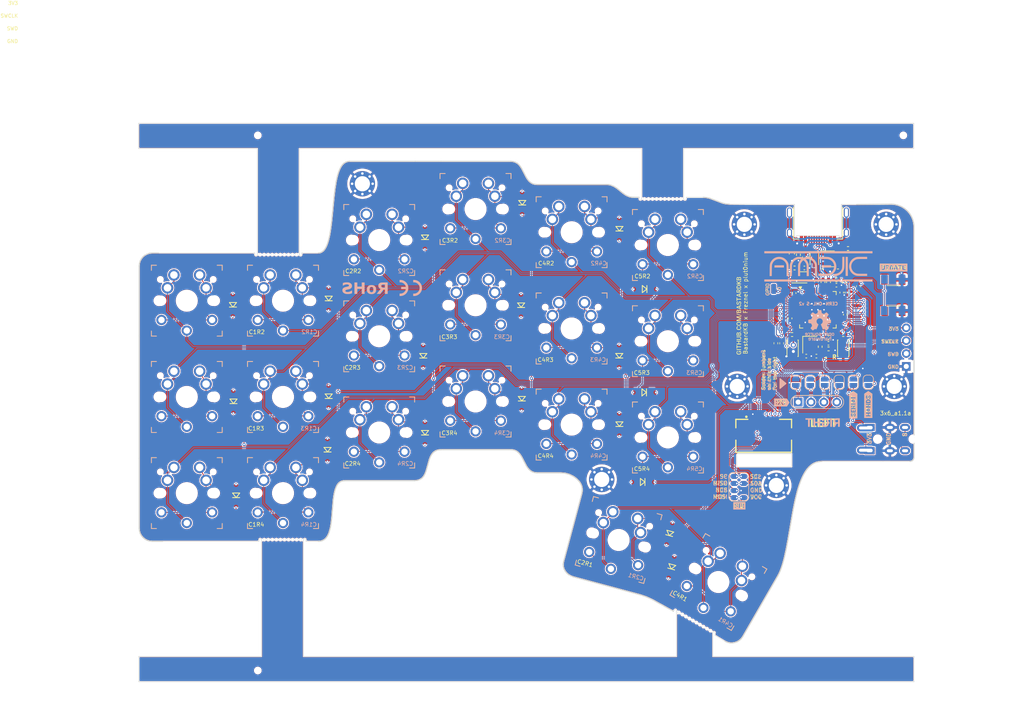
<source format=kicad_pcb>
(kicad_pcb (version 20211014) (generator pcbnew)
  (title_block (title "0xB2 - Splinky") (rev "2") (company "plut0nium"))
  (layers (0 "F.Cu" signal) (31 "B.Cu" signal) (34 "B.Paste" user) (35 "F.Paste" user) (36 "B.SilkS" user "B.Silkscreen") (37 "F.SilkS" user "F.Silkscreen") (38 "B.Mask" user) (39 "F.Mask" user) (44 "Edge.Cuts" user))
  (net 0 "")
  (net 1 "Gnd_l")
  (net 2 "bat_l")
  (net 3 "Net-(C3-Pad1)")
  (net 4 "Net-(C4-Pad1)")
  (net 5 "+1V1")
  (net 6 "Net-(D1-Pad1)")
  (net 7 "/LED")
  (net 8 "Net-(D2-Pad2)")
  (net 9 "VBUS")
  (net 10 "Net-(FB1-Pad2)")
  (net 12 "/D-")
  (net 13 "/D+")
  (net 15 "col1_l")
  (net 16 "Net-(D101-Pad2)")
  (net 17 "Net-(D102-Pad2)")
  (net 18 "Net-(D103-Pad2)")
  (net 19 "col2_l")
  (net 20 "Net-(D104-Pad2)")
  (net 21 "Net-(D105-Pad2)")
  (net 22 "Net-(D106-Pad2)")
  (net 23 "col3_l")
  (net 24 "/D15")
  (net 25 "/D16")
  (net 26 "col6_l")
  (net 27 "/D13")
  (net 28 "/D14")
  (net 29 "Net-(D107-Pad2)")
  (net 30 "Net-(D108-Pad2)")
  (net 31 "Net-(D109-Pad2)")
  (net 32 "col4_l")
  (net 33 "Net-(D110-Pad2)")
  (net 34 "Net-(D111-Pad2)")
  (net 35 "Net-(D112-Pad2)")
  (net 36 "col5_l")
  (net 37 "/QSPI_~{CS}")
  (net 38 "Net-(R6-Pad2)")
  (net 39 "Net-(R7-Pad2)")
  (net 40 "Net-(R8-Pad2)")
  (net 41 "/SWCLK")
  (net 42 "/SWD")
  (net 43 "Net-(J5-Pad2)")
  (net 45 "/VBUS_DET")
  (net 46 "/QSPI_D3")
  (net 47 "/QSPI_SCLK")
  (net 48 "/QSPI_D0")
  (net 49 "/QSPI_D2")
  (net 50 "/QSPI_D1")
  (net 53 "Net-(D113-Pad2)")
  (net 57 "Net-(D114-Pad2)")
  (net 58 "Net-(D115-Pad2)")
  (net 59 "Net-(D116-Pad2)")
  (net 60 "Net-(D117-Pad2)")
  (net 61 "serial_l")
  (net 62 "Net-(J102-PadT)")
  (net 63 "Net-(J103-PadT)")
  (net 64 "sda_l")
  (net 65 "Net-(JP103-Pad2)")
  (net 66 "Net-(J1-PadA5)")
  (net 67 "scl_l")
  (net 68 "Net-(JP105-Pad2)")
  (net 69 "Net-(JP106-Pad2)")
  (net 70 "Rst_l")
  (net 71 "row2_l")
  (net 72 "row3_l")
  (net 73 "row4_l")
  (net 74 "row1_l")
  (net 75 "hand")
  (net 76 "mosi_l")
  (net 77 "sc_l")
  (net 78 "NCS")
  (net 79 "miso_l")
  (net 80 "rgb_l")
  (net 81 "Net-(JP111-Pad1)")
  (net 88 "+3V3")
  (net 89 "Net-(J1-PadB5)")
  (net 90 "Net-(JP104-Pad2)")
  (net 91 "Net-(D118-Pad2)")
  (net 92 "Net-(D119-Pad2)")
  (net 93 "Net-(D120-Pad2)")
  (footprint "local-libraries:SW_MX_choc" (layer "F.Cu") (at 53.425 72.7475)
    (fp_text reference "SW102" hide)
    (fp_text value "SW_Push")
  )
  (footprint "Capacitor_SMD:C_0402_1005Metric" (layer "F.Cu") (at 161.13 62.16)
    (fp_text reference "C14" hide)
    (fp_text value "100n")
  )
  (footprint "Capacitor_SMD:C_0402_1005Metric" (layer "F.Cu") (at 153.555 57.235 -90)
    (fp_text reference "C9" hide)
    (fp_text value "100n")
  )
  (footprint "local-libraries:D_1206_handsolder_reversible" (layer "F.Cu") (at 100.56 73.1525 90)
    (fp_text reference "D109" hide)
    (fp_text value "D")
  )
  (footprint "local-libraries:SW_MX_choc" (layer "F.Cu") (at 110.425 40.2225)
    (fp_text reference "SW112" hide)
    (fp_text value "SW_Push")
  )
  (footprint "local-libraries:SW_MX_choc" (layer "F.Cu") (at 91.45 73.6475)
    (fp_text reference "SW109" hide)
    (fp_text value "SW_Push")
  )
  (footprint "local-libraries:SW_MX_choc" (layer "F.Cu") (at 110.425 59.2225)
    (fp_text reference "SW113" hide)
    (fp_text value "SW_Push")
  )
  (footprint "local-libraries:D_1206_handsolder_reversible" (layer "F.Cu") (at 43.62 73.69 90)
    (fp_text reference "D119" hide)
    (fp_text value "D")
  )
  (footprint "local-libraries:kibuzzard-61F01A92" (layer "F.Cu") (at 143.468118 56.73 90)
    (fp_text reference "kibuzzard-61F01A92" hide)
    (fp_text value "G***" hide)
  )
  (footprint "local-libraries:D_1206_handsolder_reversible" (layer "F.Cu") (at 124.5 89.5725 180)
    (fp_text reference "D115" hide)
    (fp_text value "D")
  )
  (footprint "local-libraries:MountingHole_3mm_Pad_Via" (layer "F.Cu") (at 69.1 30.6525)
    (fp_text reference "H101" hide)
    (fp_text value "M4")
  )
  (footprint "Resistor_SMD:R_0402_1005Metric" (layer "F.Cu") (at 162.705 49.635 180)
    (fp_text reference "R10" hide)
    (fp_text value "5.1k")
  )
  (footprint "local-libraries:D_1206_handsolder_reversible" (layer "F.Cu") (at 81.45 41.2975 90)
    (fp_text reference "D104" hide)
    (fp_text value "D")
  )
  (footprint "Connector_Wire:SolderWirePad_1x01_SMD_1x2mm" (layer "F.Cu") (at 150.32 51.42)
    (fp_text reference "J108" hide)
    (fp_text value "Conn_01x01_Female")
  )
  (footprint "kibuzzard-62C19AE7" (layer "F.Cu") (at 166.035 74.27 90)
    (fp_text reference "kibuzzard-62C19AE7" hide)
    (fp_text value "G***" hide)
  )
  (footprint "local-libraries:SW_MX_choc" (layer "F.Cu") (at 72.425 79.7725)
    (fp_text reference "SW106" hide)
    (fp_text value "SW_Push")
  )
  (footprint "local-libraries:MountingHole_3mm_Pad_Via" (layer "F.Cu") (at 150.85 90.2225)
    (fp_text reference "H102" hide)
    (fp_text value "M4")
  )
  (footprint "Capacitor_SMD:C_0402_1005Metric" (layer "F.Cu") (at 164.755 52.135 -90)
    (fp_text reference "C5" hide)
    (fp_text value "1µ")
  )
  (footprint "Diode_SMD:D_SOD-323" (layer "F.Cu") (at 158.355 45.585 -90)
    (fp_text reference "D2" hide)
    (fp_text value "B5817")
  )
  (footprint "Resistor_SMD:R_0402_1005Metric" (layer "F.Cu") (at 159.505 62.835 90)
    (fp_text reference "R8" hide)
    (fp_text value "1k")
  )
  (footprint "kibuzzard-62C19A64" (layer "F.Cu") (at 173.97 47.21)
    (fp_text reference "kibuzzard-62C19A64" hide)
    (fp_text value "G***" hide)
  )
  (footprint "Package_TO_SOT_SMD:SOT-23-5" (layer "F.Cu") (at 161.505 45.485)
    (fp_text reference "U3" hide)
    (fp_text value "XC6210B332MR-G")
  )
  (footprint "local-libraries:D_1206_handsolder_reversible" (layer "F.Cu") (at 124.8 71.8725 180)
    (fp_text reference "D114" hide)
    (fp_text value "D")
  )
  (footprint "local-libraries:D_1206_handsolder_reversible" (layer "F.Cu") (at 119.825 78.179264 90)
    (fp_text reference "D112" hide)
    (fp_text value "D")
  )
  (footprint "local-libraries:SW_Push_1P1T_NO_6x6mm_H9.5mm" (layer "F.Cu") (at 173.985 52.67 90)
    (fp_text reference "SW110" hide)
    (fp_text value "SW_SPST")
  )
  (footprint "local-libraries:PinHeader_1x04_P2.54mm_Vertical_debug" (layer "F.Cu") (at 176.5 59.1)
    (fp_text reference "J105" hide)
    (fp_text value "Conn_01x04_Female")
  )
  (footprint "Capacitor_SMD:C_0402_1005Metric" (layer "F.Cu") (at 154.355 52.235 90)
    (fp_text reference "C12" hide)
    (fp_text value "100n")
  )
  (footprint "local-libraries:D_1206_handsolder_reversible" (layer "F.Cu") (at 100.64 34.4625 90)
    (fp_text reference "D107" hide)
    (fp_text value "D")
  )
  (footprint "Resistor_SMD:R_0402_1005Metric" (layer "F.Cu") (at 160.055 50.035 -90)
    (fp_text reference "R6" hide)
    (fp_text value "27")
  )
  (footprint "Fuse:Fuse_0603_1608Metric" (layer "F.Cu") (at 156.555 45.235 -90)
    (fp_text reference "F1" hide)
    (fp_text value "Polyfuse")
  )
  (footprint "local-libraries:MountingHole_3mm_Pad_Via" (layer "F.Cu") (at 144.529988 38.671818)
    (fp_text reference "H108" hide)
    (fp_text value "M4")
  )
  (footprint "local-libraries:SW_MX_choc" (layer "F.Cu") (at 129.425 61.7475)
    (fp_text reference "SW116" hide)
    (fp_text value "SW_Push")
  )
  (footprint "Capacitor_SMD:C_0402_1005Metric" (layer "F.Cu") (at 164.455 56.485 90)
    (fp_text reference "C13" hide)
    (fp_text value "100n")
  )
  (footprint "local-libraries:D_1206_handsolder_reversible" (layer "F.Cu") (at 44.15 92.25 90)
    (fp_text reference "D120" hide)
    (fp_text value "D")
  )
  (footprint "local-libraries:SW_MX_choc" (layer "F.Cu") (at 139.4 109.2975 -30)
    (fp_text reference "SW119" hide)
    (fp_text value locked "SW_Push")
  )
  (footprint "Resistor_SMD:R_0402_1005Metric" (layer "F.Cu") (at 155.205 44.685 90)
    (fp_text reference "R5" hide)
    (fp_text value "5.1k")
  )
  (footprint "local-libraries:SW_MX_choc" (layer "F.Cu") (at 72.425 41.7725)
    (fp_text reference "SW104" hide)
    (fp_text value "SW_Push")
  )
  (footprint "local-libraries:SW_MX_choc" (layer "F.Cu") (at 34.425 91.7475)
    (fp_text reference "SW122" hide)
    (fp_text value "SW_Push")
  )
  (footprint "Button_Switch_SMD:SW_SPST_CK_KXT3" (layer "F.Cu") (at 154.055 63.135 90)
    (fp_text reference "SW2" hide)
    (fp_text value "SW_Push")
  )
  (footprint "Capacitor_SMD:C_0402_1005Metric" (layer "F.Cu") (at 161.153114 61.04826)
    (fp_text reference "C8" hide)
    (fp_text value "100n")
  )
  (footprint "local-libraries:D_1206_handsolder_reversible" (layer "F.Cu") (at 129.75 99.7475 75)
    (fp_text reference "D116" hide)
    (fp_text value "D")
  )
  (footprint "local-libraries:D_1206_handsolder_reversible" (layer "F.Cu") (at 100.425 54.688382 90)
    (fp_text reference "D108" hide)
    (fp_text value "D")
  )
  (footprint "local-libraries:SolderJumper-2_P1.3mm_Open_RoundedPad1.0x1.5mm" (layer "F.Cu") (at 163.250139 69.858537 -90)
    (fp_text reference "JP104" hide)
    (fp_text value "Jumper_2_Open")
  )
  (footprint "0xLib_Package_DFN_QFN:USON-8-1EP_3x2mm_P0.5mm_EP0.25x1.65mm" (layer "F.Cu") (at 155.405 49.135)
    (fp_text reference "U2" hide)
    (fp_text value "GD25Q80CEIGR")
  )
  (footprint "local-libraries:D_1206_handsolder_reversible" (layer "F.Cu") (at 130.15 106.3475 75)
    (fp_text reference "D117" hide)
    (fp_text value "D")
  )
  (footprint "local-libraries:SolderJumper-2_P1.3mm_Open_RoundedPad1.0x1.5mm" (layer "F.Cu") (at 169 69.85 90)
    (fp_text reference "JP112" hide)
    (fp_text value "Jumper_2_Open")
  )
  (footprint "local-libraries:Jack_3.5mm_PJ320E_Horizontal_custom" (layer "F.Cu") (at 169.26 78.7725 -90)
    (fp_text reference "J102" hide)
    (fp_text value "Serial")
  )
  (footprint "local-libraries:D_1206_handsolder_reversible" (layer "F.Cu") (at 119.8 64.6825 90)
    (fp_text reference "D111" hide)
    (fp_text value "D")
  )
  (footprint "local-libraries:SW_MX_choc" (layer "F.Cu") (at 129.425 80.7475)
    (fp_text reference "SW117" hide)
    (fp_text value "SW_Push")
  )
  (footprint "local-libraries:SW_MX_choc" (layer "F.Cu") (at 53.425 53.7475)
    (fp_text reference "SW101" hide)
    (fp_text value "SW_Push")
  )
  (footprint "local-libraries:PinHeader_1x04_P2.54mm_Vertical" (layer "F.Cu") (at 155.155 73.77 90)
    (fp_text reference "O101" hide)
    (fp_text value "OLED")
  )
  (footprint "local-libraries:D_1206_handsolder_reversible" (layer "F.Cu") (at 119.825 39.5975 90)
    (fp_text reference "D110" hide)
    (fp_text value "D")
  )
  (footprint "local-libraries:R_0402_1005Metric_nolabel" (layer "F.Cu") (at 150.75 62.15 -90)
    (fp_text reference "R104" hide)
    (fp_text value "4.7k")
  )
  (footprint "kibuzzard-62C1A775" (layer "F.Cu") (at 169 74.25 90)
    (fp_text reference "kibuzzard-62C1A775" hide)
    (fp_text value "G***" hide)
  )
  (footprint "local-libraries:JLC_SMT_Assembly_Hole" (layer "F.Cu") (at 48.475 124.5995)
    (fp_text reference "H110" hide)
    (fp_text value "t")
  )
  (footprint "local-libraries:SW_MX_choc" (layer "F.Cu") (at 110.425 78.2225)
    (fp_text reference "SW114" hide)
    (fp_text value "SW_Push")
  )
  (footprint "local-libraries:R_0402_1005Metric_nolabel" (layer "F.Cu") (at 151.9 62.15 90)
    (fp_text reference "R103" hide)
    (fp_text value "4.7k")
  )
  (footprint "local-libraries:SolderJumper-2_P1.3mm_Open_RoundedPad1.0x1.5mm" (layer "F.Cu") (at 157.536805 69.858537 -90)
    (fp_text reference "JP108" hide)
    (fp_text value "Jumper_2_Open")
  )
  (footprint "local-libraries:D_1206_handsolder_reversible" (layer "F.Cu") (at 43.51 54.63 90)
    (fp_text reference "D118" hide)
    (fp_text value "D")
  )
  (footprint "local-libraries:MountingHole_3mm_Pad_Via" (layer "F.Cu") (at 172.52999 38.671819)
    (fp_text reference "H105" hide)
    (fp_text value "M4")
  )
  (footprint "local-libraries:1x08 smd reversible" (layer "F.Cu") (at 143.49 90.39 180)
    (fp_text reference "J107" hide)
    (fp_text value "Conn_01x08_Female")
  )
  (footprint "Resistor_SMD:R_0402_1005Metric" (layer "F.Cu") (at 165 43.45 180)
    (fp_text reference "R4" hide)
    (fp_text value "5.1k")
  )
  (footprint "0xLib_USB_Type-C:USB_C_Receptacle_HRO_TYPE-C-31-M-13B" (layer "F.Cu") (at 159.055 34.235 180)
    (fp_text reference "J1" hide)
    (fp_text value "USB_C_Receptacle_USB2.0")
  )
  (footprint "kibuzzard-62C547B3" (layer "F.Cu") (at 160.29 77.85)
    (fp_text reference "kibuzzard-62C547B3" hide)
    (fp_text value "G***" hide)
  )
  (footprint "Resistor_SMD:R_0402_1005Metric" (layer "F.Cu") (at 164.055 60.435)
    (fp_text reference "R2" hide)
    (fp_text value "10k")
  )
  (footprint "local-libraries:R_0402_1005Metric_nolabel" (layer "F.Cu") (at 167.05 50.9 90)
    (fp_text reference "R101" hide)
    (fp_text value "5.1k")
  )
  (footprint "local-libraries:SolderJumper-2_P1.3mm_Open_RoundedPad1.0x1.5mm" (layer "F.Cu") (at 160.399999 69.858537 -90)
    (fp_text reference "JP106" hide)
    (fp_text value "Jumper_2_Open")
  )
  (footprint "Connector_PinHeader_1.27mm:PinHeader_1x02_P1.27mm_Vertical" (layer "F.Cu") (at 154.205 63.77 180)
    (fp_text reference "J5" hide)
    (fp_text value "Conn_01x02" hide)
  )
  (footprint "Capacitor_SMD:C_0402_1005Metric" (layer "F.Cu") (at 163.755 52.135 -90)
    (fp_text reference "C11" hide)
    (fp_text value "100n")
  )
  (footprint "Resistor_SMD:R_0402_1005Metric" (layer "F.Cu") (at 164.255 50.145 90)
    (fp_text reference "R11" hide)
    (fp_text value "10k")
  )
  (footprint "local-libraries:D_1206_handsolder_reversible" (layer "F.Cu") (at 62.425 53.3725 90)
    (fp_text reference "D101" hide)
    (fp_text value "D")
  )
  (footprint "Crystal:Crystal_SMD_2520-4Pin_2.5x2.0mm" (layer "F.Cu") (at 157.455 62.435 -90)
    (fp_text reference "Y1" hide)
    (fp_text value "Crystal_GND24")
  )
  (footprint "Capacitor_SMD:C_0402_1005Metric" (layer "F.Cu") (at 156.385 47.285)
    (fp_text reference "C10" hide)
    (fp_text value "100n")
  )
  (footprint "Capacitor_SMD:C_0402_1005Metric" (layer "F.Cu") (at 158.755 64.685 180)
    (fp_text reference "C4" hide)
    (fp_text value "15p")
  )
  (footprint "local-libraries:SW_MX_choc" (layer "F.Cu") (at 91.45 54.6475)
    (fp_text reference "SW108" hide)
    (fp_text value "SW_Push")
  )
  (footprint "local-libraries:SW_MX_choc" (layer "F.Cu") (at 34.425 72.7475)
    (fp_text reference "SW121" hide)
    (fp_text value "SW_Push")
  )
  (footprint "local-libraries:D_1206_handsolder_reversible" (layer "F.Cu") (at 62.2 83.235 90)
    (fp_text reference "D103" hide)
    (fp_text value "D")
  )
  (footprint "local-libraries:SW_MX_choc" (layer "F.Cu") (at 34.425 53.7475)
    (fp_text reference "SW120" hide)
    (fp_text value "SW_Push")
  )
  (footprint "local-libraries:SW_MX_choc" (layer "F.Cu") (at 53.425 91.7475)
    (fp_text reference "SW103" hide)
    (fp_text value "SW_Push")
  )
  (footprint "kibuzzard-62C55DF6" (layer "F.Cu") (at 143.54 94.25)
    (fp_text reference "kibuzzard-62C55DF6" hide)
    (fp_text value "G***" hide)
  )
  (footprint "Resistor_SMD:R_0402_1005Metric" (layer "F.Cu") (at 161.155 50.035 -90)
    (fp_text reference "R7" hide)
    (fp_text value "27")
  )
  (footprint "Inductor_SMD:L_0603_1608Metric" (layer "F.Cu") (at 153.905 44.385 90)
    (fp_text reference "FB1" hide)
    (fp_text value "FerriteBead_Small")
  )
  (footprint "Resistor_SMD:R_0402_1005Metric" (layer "F.Cu") (at 161.153114 63.2598 180)
    (fp_text reference "R1" hide)
    (fp_text value "1k")
  )
  (footprint "local-libraries:SW_MX_choc" (layer "F.Cu") (at 119.7 100.9975 -15)
    (fp_text reference "SW118" hide)
    (fp_text value "SW_Push")
  )
  (footprint "local-libraries:JLC_SMT_Assembly_Hole" (layer "F.Cu") (at 175.95 18.925)
    (fp_text reference "H109" hide)
    (fp_text value "t")
  )
  (footprint "local-libraries:JLC_SMT_Assembly_Hole" (layer "F.Cu") (at 48.475 18.925)
    (fp_text reference "H103" hide)
    (fp_text value "t")
  )
  (footprint "local-libraries:SW_MX_choc" (layer "F.Cu") (at 72.425 60.7725)
    (fp_text reference "SW105" hide)
    (fp_text value "SW_Push")
  )
  (footprint "LED_SMD:LED_0402_1005Metric" (layer "F.Cu") (at 161.155 64.38)
    (fp_text reference "D1" hide)
    (fp_text value "LED")
  )
  (footprint "kibuzzard-62C19AB4" (layer "F.Cu") (at 151.924422 73.86)
    (fp_text reference "kibuzzard-62C19AB4" hide)
    (fp_text value "G***" hide)
  )
  (footprint "local-libraries:D_1206_handsolder_reversible" (layer "F.Cu") (at 81.1 64.7 90)
    (fp_text reference "D105" hide)
    (fp_text value "D")
  )
  (footprint "local-libraries:SolderJumper-2_P1.3mm_Open_RoundedPad1.0x1.5mm" (layer "F.Cu") (at 166.05 69.8525 90)
    (fp_text reference "JP101" hide)
    (fp_text value "Jumper_2_Open")
  )
  (footprint "local-libraries:D_1206_handsolder_reversible" (layer "F.Cu") (at 62.425 72.663382 90)
    (fp_text reference "D102" hide)
    (fp_text value "D")
  )
  (footprint "local-libraries:SW_MX_choc" (layer "F.Cu") (at 91.45 35.6475)
    (fp_text reference "SW107" hide)
    (fp_text value "SW_Push")
  )
  (footprint "Capacitor_SMD:C_0402_1005Metric" (layer "F.Cu") (at 162.705 50.685)
    (fp_text reference "C6" hide)
    (fp_text value "1µ")
  )
  (footprint "Capacitor_SMD:C_0603_1608Metric" (layer "F.Cu") (at 163.005 47.985 180)
    (fp_text reference "C2" hide)
    (fp_text value "1µ")
  )
  (footprint "local-libraries:SolderJumper-2_P1.3mm_Open_RoundedPad1.0x1.5mm" (layer "F.Cu") (at 154.680139 69.858537 -90)
    (fp_text reference "JP110" hide)
    (fp_text value "Jumper_2_Open")
  )
  (footprint "local-libraries:D_1206_handsolder_reversible" (layer "F.Cu") (at 81.45 79.879264 90)
    (fp_text reference "D106" hide)
    (fp_text value "D")
  )
  (footprint "Button_Switch_SMD:SW_SPST_CK_KXT3" (layer "F.Cu") (at 164.055 63.135 90)
    (fp_text reference "SW1" hide)
    (fp_text value "SW_Push")
  )
  (footprint "local-libraries:FPC-SMD_FPC05012-09200-.5mm" (layer "F.Cu") (at 148.35 78.7)
    (fp_text reference "J113" hide)
    (fp_text value "Cirque" hide)
  )
  (footprint "Capacitor_SMD:C_0402_1005Metric" (layer "F.Cu") (at 158.755 49.935 90)
    (fp_text reference "C7" hide)
    (fp_text value "100n")
  )
  (footprint "local-libraries:MountingHole_3mm_Pad_Via" (layer "F.Cu") (at 174.12999 70.671828)
    (fp_text reference "H107" hide)
    (fp_text value "M4")
  )
  (footprint "Resistor_SMD:R_0402_1005Metric" (layer "F.Cu") (at 153.955 60.435 180)
    (fp_text reference "R3" hide)
    (fp_text value "1k")
  )
  (footprint "local-libraries:MountingHole_3mm_Pad_Via" (layer "F.Cu") (at 143.12999 70.671821)
    (fp_text reference "H106" hide)
    (fp_text value "M4")
  )
  (footprint "local-libraries:D_1206_handsolder_reversible" (layer "F.Cu") (at 124.8875 51.4725 180)
    (fp_text reference "D113" hide)
    (fp_text value "D")
  )
  (footprint "Resistor_SMD:R_0402_1005Metric" (layer "F.Cu") (at 154.435 47.285)
    (fp_text reference "R9" hide)
    (fp_text value "10k")
  )
  (footprint "local-libraries:MountingHole_3mm_Pad_Via" (layer "F.Cu") (at 116.36 89.0475)
    (fp_text reference "H104" hide)
    (fp_text value "M4")
  )
  (footprint "Capacitor_SMD:C_0603_1608Metric" (layer "F.Cu") (at 159.905 47.985)
    (fp_text reference "C1" hide)
    (fp_text value "1µ")
  )
  (footprint "Capacitor_SMD:C_0402_1005Metric" (layer "F.Cu") (at 156.755 64.685)
    (fp_text reference "C3" hide)
    (fp_text value "15p")
  )
  (footprint "0xLib_Package_DFN_QFN:QFN-56-1EP_7x7mm_P0.4mm_EP3.2x3.2mm" (layer "F.Cu") (at 159.055 55.535)
    (fp_text reference "U1" hide)
    (fp_text value "RP2040")
  )
  (footprint "local-libraries:SW_MX_choc" (layer "F.Cu") (at 129.425 42.7475)
    (fp_text reference "SW115" hide)
    (fp_text value "SW_Push")
  )
  (footprint "local-libraries:SolderJumper-2_P1.3mm_Open_RoundedPad1.0x1.5mm" (layer "B.Cu") (at 169 69.85 90)
    (fp_text reference "JP111" hide)
    (fp_text value "Jumper_2_Open")
  )
  (footprint "LOGO" (layer "B.Cu") (at 78.31 51.38 180)
    (fp_text reference "G***" hide)
    (fp_text value "LOGO" hide)
  )
  (footprint "Symbol:OSHW-Logo_5.7x6mm_SilkScreen" (layer "B.Cu") (at 159.4 58.615137 180)
    (fp_text reference "REF**" hide)
    (fp_text value "OSHW-Logo_5.7x6mm_SilkScreen" hide)
  )
  (footprint "LOGO" (layer "B.Cu") (at 69.63 51.28 180)
    (fp_text reference "G***" hide)
    (fp_text value "LOGO" hide)
  )
  (footprint "kibuzzard-62C1A775" (layer "B.Cu") (at 169 74.25 90)
    (fp_text reference "kibuzzard-62C1A775" hide)
    (fp_text value "G***" hide)
  )
  (footprint "Connector_Wire:SolderWirePad_1x01_SMD_1x2mm" (layer "B.Cu") (at 150.33 51.42 180)
    (fp_text reference "J109" hide)
    (fp_text value "Conn_01x01_Female")
  )
  (footprint "LOGO" (layer "B.Cu") (at 159.15 46.97 180)
    (fp_text reference "G***" hide)
    (fp_text value "LOGO" hide)
  )
  (footprint "local-libraries:SolderJumper-2_P1.3mm_Open_RoundedPad1.0x1.5mm" (layer "B.Cu") (at 157.536805 69.858537 -90)
    (fp_text reference "JP105" hide)
    (fp_text value "Jumper_2_Open")
  )
  (footprint "kibuzzard-62C5480E" (layer "B.Cu") (at 159.98 77.81 180)
    (fp_text reference "kibuzzard-62C5480E" hide)
    (fp_text value "G***" hide)
  )
  (footprint "local-libraries:SW_Push_1P1T_NO_6x6mm_H9.5mm" (layer "B.Cu") (at 173.95 52.69 -90)
    (fp_text reference "SW111" hide)
    (fp_text value "SW_SPST")
  )
  (footprint "kibuzzard-62C19A64" (layer "B.Cu") (at 174.02 47.21 180)
    (fp_text reference "kibuzzard-62C19A64" hide)
    (fp_text value "G***" hide)
  )
  (footprint "local-libraries:SolderJumper-2_P1.3mm_Open_RoundedPad1.0x1.5mm" (layer "B.Cu") (at 163.250139 69.858537 -90)
    (fp_text reference "JP109" hide)
    (fp_text value "Jumper_2_Open")
  )
  (footprint "kibuzzard-62C19AC2" (layer "B.Cu") (at 151.95 73.86 180)
    (fp_text reference "kibuzzard-62C19AC2" hide)
    (fp_text value "G***" hide)
  )
  (footprint "local-libraries:SolderJumper-2_P1.3mm_Open_RoundedPad1.0x1.5mm" (layer "B.Cu") (at 166.050043 69.846037 90)
    (fp_text reference "JP102" hide)
    (fp_text value "Jumper_2_Open")
  )
  (footprint "kibuzzard-62C19AE7" (layer "B.Cu") (at 166.035 74.32 90)
    (fp_text reference "kibuzzard-62C19AE7" hide)
    (fp_text value "G***" hide)
  )
  (footprint "local-libraries:Jack_3.5mm_PJ320E_Horizontal_custom" (layer "B.Cu") (at 169.26 83.3725 90)
    (fp_text reference "J103" hide)
    (fp_text value "Serial")
  )
  (footprint "local-libraries:SolderJumper-2_P1.3mm_Open_RoundedPad1.0x1.5mm" (layer "B.Cu") (at 154.680139 69.858537 -90)
    (fp_text reference "JP103" hide)
    (fp_text value "Jumper_2_Open")
  )
  (footprint "local-libraries:SolderJumper-2_P1.3mm_Open_RoundedPad1.0x1.5mm" (layer "B.Cu") (at 160.39347 69.85 -90)
    (fp_text reference "JP107" hide)
    (fp_text value "Jumper_2_Open")
  )
  (footprint "kibuzzard-62C55DF6" (layer "B.Cu") (at 143.54 94.26 180)
    (fp_text reference "kibuzzard-62C55DF6" hide)
    (fp_text value "G***" hide)
  )
  (gr_poly (pts (xy 152.710968 70.119989) (xy 151.570968 69.149989) (xy 151.57 71.0325)) (layer "B.SilkS") (width 0.2) (fill solid))
  (gr_poly locked (pts (xy 155.605 51.485) (xy 155.355 50.985) (xy 155.855 50.985)) (layer "F.SilkS") (width 0.15) (fill solid))
  (gr_poly (pts (xy 152.68 70.0725) (xy 151.59 71.0425) (xy 151.58 69.1825)) (layer "F.SilkS") (width 0.2) (fill solid))
  (gr_line (start 98.905667 83.212745) (end 99.331854 83.346503) (layer "Edge.Cuts") (width 0.2))
  (gr_line (start 25.02 98.692461) (end 25.072774 99.226694) (layer "Edge.Cuts") (width 0.2))
  (gr_line (start 79.527597 26.217493) (end 66.527597 26.217493) (layer "Edge.Cuts") (width 0.2))
  (gr_line (start 151.617791 107.085221) (end 151.844629 106.486564) (layer "Edge.Cuts") (width 0.2))
  (gr_line (start 101.456308 29.369987) (end 101.70725 29.763302) (layer "Edge.Cuts") (width 0.2))
  (gr_line (start 153.153575 100.912023) (end 153.479153 99.011095) (layer "Edge.Cuts") (width 0.2))
  (gr_line (start 112.495301 91.462486) (end 112.516894 91.026053) (layer "Edge.Cuts") (width 0.2))
  (gr_line (start 131.122405 115.034999) (end 131.122405 124) (layer "Edge.Cuts") (width 0.1))
  (gr_line (start 102.682783 30.613389) (end 103.10897 30.747147) (layer "Edge.Cuts") (width 0.2))
  (gr_line (start 57.97 101.267391) (end 57.97 100.93) (layer "Edge.Cuts") (width 0.1))
  (gr_line (start 142.66094 121.251758) (end 143.118226 121.08403) (layer "Edge.Cuts") (width 0.2))
  (gr_line (start 64.864381 27.314286) (end 65.133877 26.926262) (layer "Edge.Cuts") (width 0.2))
  (gr_circle (center 51.3 44.654924) (end 51.05 44.654924) (layer "Edge.Cuts") (width 0.05) (fill none))
  (gr_line (start 83.527612 83.407204) (end 84.02439 83.228126) (layer "Edge.Cuts") (width 0.2))
  (gr_line (start 119.409656 31.577662) (end 119.994834 32.055048) (layer "Edge.Cuts") (width 0.2))
  (gr_arc (start 154.835 40.935) (mid 154.635 41.135) (end 154.435 40.935) (layer "Edge.Cuts") (width 0.1))
  (gr_line (start 82.332799 85.071908) (end 82.539268 84.545326) (layer "Edge.Cuts") (width 0.2))
  (gr_line (start 48.67 100.93) (end 48.67 101.267391) (layer "Edge.Cuts") (width 0.1))
  (gr_line (start 63.358559 93.015984) (end 63.505695 91.986513) (layer "Edge.Cuts") (width 0.2))
  (gr_line (start 25.225265 45.876955) (end 25.464528 45.448126) (layer "Edge.Cuts") (width 0.2))
  (gr_line (start 151.378223 107.625008) (end 151.617791 107.085221) (layer "Edge.Cuts") (width 0.2))
  (gr_circle (center 135.75564 117.709999) (end 135.972147 117.834999) (layer "Edge.Cuts") (width 0.05) (fill none))
  (gr_line (start 141.197018 121.219363) (end 141.690053 121.327935) (layer "Edge.Cuts") (width 0.2))
  (gr_line (start 112.403503 91.925271) (end 112.495301 91.462486) (layer "Edge.Cuts") (width 0.2))
  (gr_arc (start 133.05 33.654946) (mid 132.8 33.904946) (end 132.55 33.654946) (layer "Edge.Cuts") (width 0.1))
  (gr_line (start 138.987303 33.997451) (end 140.253017 34.474634) (layer "Edge.Cuts") (width 0.2))
  (gr_arc (start 173.53 34.677347) (mid 176.645577 35.928709) (end 178.03 38.987483) (layer "Edge.Cuts") (width 0.2))
  (gr_line (start 63.505695 91.986513) (end 63.718256 91.077728) (layer "Edge.Cuts") (width 0.2))
  (gr_line (start 57.15 44.317533) (end 60.39475 44.317533) (layer "Edge.Cuts") (width 0.1))
  (gr_line (start 126.419957 112.805631) (end 128.756769 114.098046) (layer "Edge.Cuts") (width 0.2))
  (gr_line (start 99.331854 83.346503) (end 99.702858 83.561991) (layer "Edge.Cuts") (width 0.2))
  (gr_line (start 151.844629 106.486564) (end 152.059369 105.831236) (layer "Edge.Cuts") (width 0.2))
  (gr_circle (center 134.37 116.909999) (end 134.586506 117.034999) (layer "Edge.Cuts") (width 0.05) (fill none))
  (gr_line (start 62.458349 41.619241) (end 62.60712 40.95874) (layer "Edge.Cuts") (width 0.2))
  (gr_line (start 130.520696 115.077188) (end 128.756769 114.098046) (layer "Edge.Cuts") (width 0.2))
  (gr_line (start 109.83008 107.845383) (end 109.459556 107.525182) (layer "Edge.Cuts") (width 0.2))
  (gr_line (start 100.558329 84.589905) (end 101.007318 85.454875) (layer "Edge.Cuts") (width 0.2))
  (gr_circle (center 52.1 44.654924) (end 51.85 44.654924) (layer "Edge.Cuts") (width 0.05) (fill none))
  (gr_circle (center 137.834101 118.909999) (end 138.050608 119.034999) (layer "Edge.Cuts") (width 0.05) (fill none))
  (gr_line (start 63.718256 91.077728) (end 64.017039 90.3255) (layer "Edge.Cuts") (width 0.2))
  (gr_circle (center 53.72 100.93) (end 53.97 100.93) (layer "Edge.Cuts") (width 0.05) (fill none))
  (gr_line (start 80.892719 88.764205) (end 81.217659 88.379436) (layer "Edge.Cuts") (width 0.2))
  (gr_line (start 62.099063 42.756239) (end 62.289726 42.220483) (layer "Edge.Cuts") (width 0.2))
  (gr_line (start 60.7817 101.237581) (end 61.132248 101.148576) (layer "Edge.Cuts") (width 0.2))
  (gr_line (start 98.41982 26.217493) (end 98.905667 26.262887) (layer "Edge.Cuts") (width 0.2))
  (gr_line (start 62.377561 99.880001) (end 62.537494 99.482224) (layer "Edge.Cuts") (width 0.2))
  (gr_line (start 103.594816 30.792541) (end 117.39489 30.792541) (layer "Edge.Cuts") (width 0.2))
  (gr_line (start 152.456135 104.362861) (end 152.817057 102.710485) (layer "Edge.Cuts") (width 0.2))
  (gr_line (start 82.797308 84.080476) (end 83.122248 83.695706) (layer "Edge.Cuts") (width 0.2))
  (gr_line (start 109.155748 107.151581) (end 108.926631 106.733486) (layer "Edge.Cuts") (width 0.2))
  (gr_line (start 60.751926 44.272475) (end 61.078661 44.137943) (layer "Edge.Cuts") (width 0.2))
  (gr_line (start 163.275 40.935) (end 154.835 40.935) (layer "Edge.Cuts") (width 0.1))
  (gr_line (start 118.131717 30.891416) (end 118.79696 31.168961) (layer "Edge.Cuts") (width 0.2))
  (gr_line (start 152.817057 102.710485) (end 153.153575 100.912023) (layer "Edge.Cuts") (width 0.2))
  (gr_line (start 98.41982 83.167351) (end 84.62 83.167351) (layer "Edge.Cuts") (width 0.2))
  (gr_line (start 136.394852 33.317555) (end 137.068917 33.370802) (layer "Edge.Cuts") (width 0.2))
  (gr_line (start 163.675 34.735) (end 166.675 34.735) (layer "Edge.Cuts") (width 0.1))
  (gr_line (start 79.990577 89.231786) (end 80.487355 89.052707) (layer "Edge.Cuts") (width 0.2))
  (gr_line (start 157.258555 86.620929) (end 157.70058 86.219265) (layer "Edge.Cuts") (width 0.2))
  (gr_line (start 61.884334 43.22074) (end 62.099063 42.756239) (layer "Edge.Cuts") (width 0.2))
  (gr_line (start 124.25 23.7) (end 56.65 23.7) (layer "Edge.Cuts") (width 0.1))
  (gr_circle (center 53.7 44.654924) (end 53.45 44.654924) (layer "Edge.Cuts") (width 0.05) (fill none))
  (gr_circle (center 135.06282 117.309999) (end 135.279327 117.434999) (layer "Edge.Cuts") (width 0.05) (fill none))
  (gr_line (start 61.132248 101.148576) (end 61.447115 101.001578) (layer "Edge.Cuts") (width 0.2))
  (gr_line (start 62.190723 100.234452) (end 62.377561 99.880001) (layer "Edge.Cuts") (width 0.2))
  (gr_line (start 61.974703 100.541762) (end 62.190723 100.234452) (layer "Edge.Cuts") (width 0.2))
  (gr_line (start 25.02 98.692461) (end 25.02 84.892387) (layer "Edge.Cuts") (width 0.2))
  (gr_circle (center 126.4 33.654946) (end 126.15 33.654946) (layer "Edge.Cuts") (width 0.05) (fill none))
  (gr_arc (start 130.689392 114.784999) (mid 131.030898 114.693493) (end 131.122405 115.034999) (layer "Edge.Cuts") (width 0.1))
  (gr_line (start 142.181054 121.335142) (end 142.66094 121.251758) (layer "Edge.Cuts") (width 0.2))
  (gr_line (start 62.95825 38.689553) (end 63.138734 37.009758) (layer "Edge.Cuts") (width 0.2))
  (gr_line (start 65.433743 26.619272) (end 65.765354 26.397083) (layer "Edge.Cuts") (width 0.2))
  (gr_line (start 64.665974 89.558374) (end 64.942957 89.411376) (layer "Edge.Cuts") (width 0.2))
  (gr_circle (center 49.72 100.93) (end 49.97 100.93) (layer "Edge.Cuts") (width 0.05) (fill none))
  (gr_line (start 64.2046 90.01819) (end 64.420333 89.761476) (layer "Edge.Cuts") (width 0.2))
  (gr_line (start 155.242467 90.531658) (end 155.512933 89.729275) (layer "Edge.Cuts") (width 0.2))
  (gr_line (start 154.548042 93.18674) (end 154.993043 91.379778) (layer "Edge.Cuts") (width 0.2))
  (gr_circle (center 56.12 100.93) (end 56.37 100.93) (layer "Edge.Cuts") (width 0.05) (fill none))
  (gr_line (start 154.159399 95.096588) (end 154.548042 93.18674) (layer "Edge.Cuts") (width 0.2))
  (gr_line (start 136.394852 33.317555) (end 133.05 33.317555) (layer "Edge.Cuts") (width 0.1))
  (gr_circle (center 129.6 33.654946) (end 129.35 33.654946) (layer "Edge.Cuts") (width 0.05) (fill none))
  (gr_line (start 157.70058 86.219265) (end 158.177642 85.902012) (layer "Edge.Cuts") (width 0.2))
  (gr_line (start 130.689392 114.784999) (end 130.520696 115.077188) (layer "Edge.Cuts") (width 0.1))
  (gr_rect (start 143.025 83.95) (end 153.875 86.55) (layer "Edge.Cuts") (width 0.1) (fill none))
  (gr_line (start 121.192709 32.941134) (end 121.857952 33.218679) (layer "Edge.Cuts") (width 0.2))
  (gr_line (start 64.053594 29.576285) (end 64.220379 28.915785) (layer "Edge.Cuts") (width 0.2))
  (gr_line (start 177.25 85.49) (end 171.9 85.487483) (layer "Edge.Cuts") (width 0.1))
  (gr_line (start 100.558329 27.640047) (end 101.007318 28.505017) (layer "Edge.Cuts") (width 0.2))
  (gr_line (start 27.060697 101.214617) (end 27.59493 101.267391) (layer "Edge.Cuts") (width 0.2))
  (gr_line (start 154.435 34.735) (end 154.435 40.935) (layer "Edge.Cuts") (width 0.1))
  (gr_line (start 178.03 38.987483) (end 178.03 84.69) (layer "Edge.Cuts") (width 0.2))
  (gr_circle (center 48.9 44.654924) (end 48.65 44.654924) (layer "Edge.Cuts") (width 0.05) (fill none))
  (gr_line (start 65.765354 26.397083) (end 66.129751 26.262551) (layer "Edge.Cuts") (width 0.2))
  (gr_line (start 110.763856 108.283283) (end 110.264576 108.101394) (layer "Edge.Cuts") (width 0.2))
  (gr_line (start 153.479153 99.011095) (end 154.159399 95.096588) (layer "Edge.Cuts") (width 0.2))
  (gr_line (start 63.66348 31.845473) (end 63.906875 30.289421) (layer "Edge.Cuts") (width 0.2))
  (gr_line (start 140.905689 34.6241) (end 141.579754 34.677347) (layer "Edge.Cuts") (width 0.2))
  (gr_line (start 152.262858 105.122152) (end 152.456135 104.362861) (layer "Edge.Cuts") (width 0.2))
  (gr_line (start 109.459556 107.525182) (end 109.155748 107.151581) (layer "Edge.Cuts") (width 0.2))
  (gr_line (start 133.05 33.654946) (end 133.05 33.317555) (layer "Edge.Cuts") (width 0.1))
  (gr_line (start 61.078661 44.137943) (end 61.375589 43.915754) (layer "Edge.Cuts") (width 0.2))
  (gr_line (start 26.150594 100.822864) (end 26.579422 101.062126) (layer "Edge.Cuts") (width 0.2))
  (gr_line (start 112.202628 89.868975) (end 111.990559 89.532402) (layer "Edge.Cuts") (width 0.2))
  (gr_line (start 64.942957 89.411376) (end 65.252367 89.322371) (layer "Edge.Cuts") (width 0.2))
  (gr_line (start 173.53 34.677347) (end 166.675 34.735) (layer "Edge.Cuts") (width 0.2))
  (gr_circle (center 131.598719 115.309999) (end 131.815225 115.434999) (layer "Edge.Cuts") (width 0.05) (fill none))
  (gr_line (start 60.39475 44.317533) (end 60.751926 44.272475) (layer "Edge.Cuts") (width 0.2))
  (gr_line (start 99.702858 83.561991) (end 100.025315 83.849383) (layer "Edge.Cuts") (width 0.2))
  (gr_circle (center 50.52 100.93) (end 50.77 100.93) (layer "Edge.Cuts") (width 0.05) (fill none))
  (gr_circle (center 49.7 44.654924) (end 49.45 44.654924) (layer "Edge.Cuts") (width 0.05) (fill none))
  (gr_line (start 111.990559 89.532402) (end 111.442396 88.933181) (layer "Edge.Cuts") (width 0.2))
  (gr_arc (start 57.15 44.654924) (mid 56.9 44.904924) (end 56.65 44.654924) (layer "Edge.Cuts") (width 0.1))
  (gr_line (start 27.59493 44.317533) (end 28.85 44.317533) (layer "Edge.Cuts") (width 0.2))
  (gr_circle (center 132 33.654946) (end 131.75 33.654946) (layer "Edge.Cuts") (width 0.05) (fill none))
  (gr_line (start 151.125528 108.104535) (end 151.378223 107.625008) (layer "Edge.Cuts") (width 0.2))
  (gr_line (start 84.62 26.217493) (end 98.41982 26.217493) (layer "Edge.Cuts") (width 0.2))
  (gr_line (start 82.007483 86.229956) (end 82.332799 85.071908) (layer "Edge.Cuts") (width 0.2))
  (gr_line (start 65.133877 26.926262) (end 65.433743 26.619272) (layer "Edge.Cuts") (width 0.2))
  (gr_line (start 62.786626 98.573439) (end 62.95945 97.543968) (layer "Edge.Cuts") (width 0.2))
  (gr_line (start 178.03 129) (end 24.94 129) (layer "Edge.Cuts") (width 0.1))
  (gr_line (start 60.39475 101.267391) (end 60.7817 101.237581) (layer "Edge.Cuts") (width 0.2))
  (gr_line (start 48.35 44.654924) (end 48.35 23.7) (layer "Edge.Cuts") (width 0.1))
  (gr_line (start 100.025315 83.849383) (end 100.307387 84.19659) (layer "Edge.Cuts") (width 0.2))
  (gr_line (start 65.252367 89.322371) (end 65.594892 89.292561) (layer "Edge.Cuts") (width 0.2))
  (gr_circle (center 52.92 100.93) (end 53.17 100.93) (layer "Edge.Cuts") (width 0.05) (fill none))
  (gr_line (start 61.643708 43.608764) (end 61.884334 43.22074) (layer "Edge.Cuts") (width 0.2))
  (gr_circle (center 128.8 33.654946) (end 128.55 33.654946) (layer "Edge.Cuts") (width 0.05) (fill none))
  (gr_line (start 47.85 44.317533) (end 47.85 44.654924) (layer "Edge.Cuts") (width 0.1))
  (gr_line (start 143.912542 120.49175) (end 144.225364 120.055489) (layer "Edge.Cuts") (width 0.2))
  (gr_line (start 109.998587 88.062914) (end 109.165097 87.824648) (layer "Edge.Cuts") (width 0.2))
  (gr_line (start 25.02 60.692537) (end 25.02 46.892463) (layer "Edge.Cuts") (width 0.2))
  (gr_line (start 57.15 44.654924) (end 57.15 44.317533) (layer "Edge.Cuts") (width 0.1))
  (gr_line (start 27.060697 44.370306) (end 27.59493 44.317533) (layer "Edge.Cuts") (width 0.2))
  (gr_line (start 103.10897 87.697005) (end 103.594816 87.742399) (layer "Edge.Cuts") (width 0.2))
  (gr_line (start 112.471825 90.615406) (end 112.365121 90.229889) (layer "Edge.Cuts") (width 0.2))
  (gr_arc (start 48.67 100.93) (mid 48.92 100.68) (end 49.17 100.93) (layer "Edge.Cuts") (width 0.1))
  (gr_line (start 81.682168 87.388004) (end 82.007483 86.229956) (layer "Edge.Cuts") (width 0.2))
  (gr_line (start 110.763856 108.283283) (end 123.948742 111.816169) (layer "Edge.Cuts") (width 0.2))
  (gr_line (start 29.67 101.267391) (end 27.59493 101.267391) (layer "Edge.Cuts") (width 0.2))
  (gr_circle (center 56.1 44.654924) (end 55.85 44.654924) (layer "Edge.Cuts") (width 0.05) (fill none))
  (gr_line (start 25.072774 99.226694) (end 25.225265 99.707969) (layer "Edge.Cuts") (width 0.2))
  (gr_line (start 61.375589 43.915754) (end 61.643708 43.608764) (layer "Edge.Cuts") (width 0.2))
  (gr_line (start 100.307387 27.246732) (end 100.558329 27.640047) (layer "Edge.Cuts") (width 0.2))
  (gr_circle (center 132.984359 116.109999) (end 133.200866 116.234999) (layer "Edge.Cuts") (width 0.05) (fill none))
  (gr_line (start 81.217659 88.379436) (end 81.475699 87.914585) (layer "Edge.Cuts") (width 0.2))
  (gr_line (start 101.70725 86.71316) (end 101.989322 87.060366) (layer "Edge.Cuts") (width 0.2))
  (gr_line (start 102.311779 30.397901) (end 102.682783 30.613389) (layer "Edge.Cuts") (width 0.2))
  (gr_line (start 152.059369 105.831236) (end 152.262858 105.122152) (layer "Edge.Cuts") (width 0.2))
  (gr_line (start 177.99 23.7) (end 132.55 23.7) (layer "Edge.Cuts") (width 0.1))
  (gr_line (start 83.122248 83.695706) (end 83.527612 83.407204) (layer "Edge.Cuts") (width 0.2))
  (gr_line (start 61.727436 100.798476) (end 61.974703 100.541762) (layer "Edge.Cuts") (width 0.2))
  (gr_line (start 26.579422 44.522798) (end 27.060697 44.370306) (layer "Edge.Cuts") (width 0.2))
  (gr_circle (center 54.5 44.654924) (end 54.25 44.654924) (layer "Edge.Cuts") (width 0.05) (fill none))
  (gr_line (start 24.94 124) (end 49.17 124) (layer "Edge.Cuts") (width 0.1))
  (gr_arc (start 163.675 40.935) (mid 163.475 41.135) (end 163.275 40.935) (layer "Edge.Cuts") (width 0.1))
  (gr_line (start 61.447115 101.001578) (end 61.727436 100.798476) (layer "Edge.Cuts") (width 0.2))
  (gr_circle (center 55.3 44.654924) (end 55.05 44.654924) (layer "Edge.Cuts") (width 0.05) (fill none))
  (gr_line (start 49.17 100.93) (end 49.17 124) (layer "Edge.Cuts") (width 0.1))
  (gr_line (start 143.539844 120.832291) (end 143.912542 120.49175) (layer "Edge.Cuts") (width 0.2))
  (gr_line (start 64.409628 28.314543) (end 64.623597 27.778787) (layer "Edge.Cuts") (width 0.2))
  (gr_line (start 25.776688 45.07422) (end 26.150594 44.76206) (layer "Edge.Cuts") (width 0.2))
  (gr_line (start 81.475699 87.914585) (end 81.682168 87.388004) (layer "Edge.Cuts") (width 0.2))
  (gr_line (start 102.682783 87.563247) (end 103.10897 87.697005) (layer "Edge.Cuts") (width 0.2))
  (gr_line (start 156.850004 87.102781) (end 157.258555 86.620929) (layer "Edge.Cuts") (width 0.2))
  (gr_circle (center 125.6 33.654946) (end 125.35 33.654946) (layer "Edge.Cuts") (width 0.05) (fill none))
  (gr_circle (center 137.141281 118.509999) (end 137.357787 118.634999) (layer "Edge.Cuts") (width 0.05) (fill none))
  (gr_line (start 62.289726 42.220483) (end 62.458349 41.619241) (layer "Edge.Cuts") (width 0.2))
  (gr_line (start 26.150594 44.76206) (end 26.579422 44.522798) (layer "Edge.Cuts") (width 0.2))
  (gr_line (start 123.75 33.317555) (end 123.75 33.654946) (layer "Edge.Cuts") (width 0.1))
  (gr_line (start 108.785417 106.276687) (end 108.748635 105.783759) (layer "Edge.Cuts") (width 0.2))
  (gr_line (start 101.989322 30.110508) (end 102.311779 30.397901) (layer "Edge.Cuts") (width 0.2))
  (gr_line (start 103.10897 30.747147) (end 103.594816 30.792541) (layer "Edge.Cuts") (width 0.2))
  (gr_line (start 84.02439 83.228126) (end 84.62 83.167351) (layer "Edge.Cuts") (width 0.2))
  (gr_line (start 98.41982 83.167351) (end 98.905667 83.212745) (layer "Edge.Cuts") (width 0.2))
  (gr_line (start 48.35 23.7) (end 24.9 23.7) (layer "Edge.Cuts") (width 0.1))
  (gr_line (start 141.690053 121.327935) (end 142.181054 121.335142) (layer "Edge.Cuts") (width 0.2))
  (gr_line (start 24.9 18.7) (end 177.99 18.7) (layer "Edge.Cuts") (width 0.1))
  (gr_circle (center 133.67718 116.509999) (end 133.893686 116.634999) (layer "Edge.Cuts") (width 0.05) (fill none))
  (gr_line (start 141.579754 34.677347) (end 151.435 34.735) (layer "Edge.Cuts") (width 0.1))
  (gr_line (start 28.85 44.317533) (end 47.85 44.317533) (layer "Edge.Cuts") (width 0.1))
  (gr_circle (center 124.8 33.654946) (end 124.55 33.654946) (layer "Edge.Cuts") (width 0.05) (fill none))
  (gr_line (start 138.74 119.82) (end 138.743428 119.434999) (layer "Edge.Cuts") (width 0.1))
  (gr_circle (center 132.291539 115.709999) (end 132.508045 115.834999) (layer "Edge.Cuts") (width 0.05) (fill none))
  (gr_line (start 109.165097 87.824648) (end 108.280203 87.742399) (layer "Edge.Cuts") (width 0.2))
  (gr_line (start 177.99 23.7) (end 177.99 18.7) (layer "Edge.Cuts") (width 0.1))
  (gr_line (start 138.310415 124) (end 178.03 124) (layer "Edge.Cuts") (width 0.1))
  (gr_line (start 112.365121 90.229889) (end 112.202628 89.868975) (layer "Edge.Cuts") (width 0.2))
  (gr_line (start 101.456308 86.319845) (end 101.70725 86.71316) (layer "Edge.Cuts") (width 0.2))
  (gr_line (start 56.65 44.654924) (end 56.65 23.7) (layer "Edge.Cuts") (width 0.1))
  (gr_line (start 48.67 101.267391) (end 29.67 101.267391) (layer "Edge.Cuts") (width 0.1))
  (gr_line (start 140.253017 34.474634) (end 140.905689 34.6241) (layer "Edge.Cuts") (width 0.2))
  (gr_line (start 108.748635 105.783759) (end 108.831755 105.254937) (layer "Edge.Cuts") (width 0.2))
  (gr_line (start 60.39475 101.267391) (end 57.97 101.267391) (layer "Edge.Cuts") (width 0.1))
  (gr_line (start 108.926631 106.733486) (end 108.785417 106.276687) (layer "Edge.Cuts") (width 0.2))
  (gr_line (start 64.623597 27.778787) (end 64.864381 27.314286) (layer "Edge.Cuts") (width 0.2))
  (gr_line (start 64.220379 28.915785) (end 64.409628 28.314543) (layer "Edge.Cuts") (width 0.2))
  (gr_line (start 108.280203 87.742399) (end 103.594816 87.742399) (layer "Edge.Cuts") (width 0.2))
  (gr_line (start 25.072774 46.35823) (end 25.225265 45.876955) (layer "Edge.Cuts") (width 0.2))
  (gr_line (start 62.537494 99.482224) (end 62.786626 98.573439) (layer "Edge.Cuts") (width 0.2))
  (gr_line (start 110.264576 108.101394) (end 109.83008 107.845383) (layer "Edge.Cuts") (width 0.2))
  (gr_line (start 110.766205 88.438735) (end 109.998587 88.062914) (layer "Edge.Cuts") (width 0.2))
  (gr_line (start 64.017039 90.3255) (end 64.2046 90.01819) (layer "Edge.Cuts") (width 0.2))
  (gr_line (start 111.442396 88.933181) (end 110.766205 88.438735) (layer "Edge.Cuts") (width 0.2))
  (gr_line (start 140.707977 120.997956) (end 141.197018 121.219363) (layer "Edge.Cuts") (width 0.2))
  (gr_line (start 178.03 124) (end 178.03 129) (layer "Edge.Cuts") (width 0.1))
  (gr_circle (center 50.5 44.654924) (end 50.25 44.654924) (layer "Edge.Cuts") (width 0.05) (fill none))
  (gr_line (start 154.993043 91.379778) (end 155.242467 90.531658) (layer "Edge.Cuts") (width 0.2))
  (gr_line (start 143.118226 121.08403) (end 143.539844 120.832291) (layer "Edge.Cuts") (width 0.2))
  (gr_line (start 125.213057 112.246032) (end 126.419957 112.805631) (layer "Edge.Cuts") (width 0.2))
  (gr_arc (start 124.25 33.654946) (mid 124 33.904946) (end 123.75 33.654946) (layer "Edge.Cuts") (width 0.1))
  (gr_line (start 100.307387 84.19659) (end 100.558329 84.589905) (layer "Edge.Cuts") (width 0.2))
  (gr_line (start 63.301582 35.267513) (end 63.469052 33.525268) (layer "Edge.Cuts") (width 0.2))
  (gr_line (start 79.527597 26.217493) (end 84.62 26.217493) (layer "Edge.Cuts") (width 0.2))
  (gr_line (start 57.47 124) (end 131.122405 124) (layer "Edge.Cuts") (width 0.1))
  (gr_line (start 124.25 33.654946) (end 124.25 23.7) (layer "Edge.Cuts") (width 0.1))
  (gr_line (start 120.580013 32.532434) (end 121.192709 32.941134) (layer "Edge.Cuts") (width 0.2))
  (gr_line (start 100.025315 26.899525) (end 100.307387 27.246732) (layer "Edge.Cuts") (width 0.2))
  (gr_line (start 102.311779 87.347759) (end 102.682783 87.563247) (layer "Edge.Cuts") (width 0.2))
  (gr_line (start 57.47 100.93) (end 57.47 124) (layer "Edge.Cuts") (width 0.1))
  (gr_arc (start 48.35 44.654924) (mid 48.1 44.904924) (end 47.85 44.654924) (layer "Edge.Cuts") (width 0.1))
  (gr_line (start 25.225265 99.707969) (end 25.464528 100.136797) (layer "Edge.Cuts") (width 0.2))
  (gr_line (start 118.79696 31.168961) (end 119.409656 31.577662) (layer "Edge.Cuts") (width 0.2))
  (gr_line (start 63.906875 30.289421) (end 64.053594 29.576285) (layer "Edge.Cuts") (width 0.2))
  (gr_line (start 117.39489 30.792541) (end 117.773073 30.817594) (layer "Edge.Cuts") (width 0.2))
  (gr_line (start 63.138734 37.009758) (end 63.301582 35.267513) (layer "Edge.Cuts") (width 0.2))
  (gr_line (start 79.394966 89.292561) (end 65.594892 89.292561) (layer "Edge.Cuts") (width 0.2))
  (gr_line (start 140.707977 120.997956) (end 138.74 119.82) (layer "Edge.Cuts") (width 0.1))
  (gr_line (start 24.9 23.7) (end 24.9 18.7) (layer "Edge.Cuts") (width 0.1))
  (gr_line (start 121.857952 33.218679) (end 122.216596 33.292501) (layer "Edge.Cuts") (width 0.2))
  (gr_arc (start 178.03 84.69) (mid 177.801575 85.247536) (end 177.25 85.49) (layer "Edge.Cuts") (width 0.2))
  (gr_line (start 66.129751 26.262551) (end 66.527597 26.217493) (layer "Edge.Cuts") (width 0.2))
  (gr_circle (center 52.12 100.93) (end 52.37 100.93) (layer "Edge.Cuts") (width 0.05) (fill none))
  (gr_line (start 101.70725 29.763302) (end 101.989322 30.110508) (layer "Edge.Cuts") (width 0.2))
  (gr_line (start 159.241796 85.533933) (end 159.830527 85.487483) (layer "Edge.Cuts") (width 0.2))
  (gr_line (start 62.95945 97.543968) (end 63.078974 96.43263) (layer "Edge.Cuts") (width 0.2))
  (gr_line (start 62.738373 40.245605) (end 62.95825 38.689553) (layer "Edge.Cuts") (width 0.2))
  (gr_line (start 117.773073 30.817594) (end 118.131717 30.891416) (layer "Edge.Cuts") (width 0.2))
  (gr_line (start 155.806727 88.979083) (end 156.126084 88.287332) (layer "Edge.Cuts") (width 0.2))
  (gr_line (start 80.487355 89.052707) (end 80.892719 88.764205) (layer "Edge.Cuts") (width 0.2))
  (gr_line (start 156.473158 87.66001) (end 156.850004 87.102781) (layer "Edge.Cuts") (width 0.2))
  (gr_line (start 158.177642 85.902012) (end 158.691048 85.672679) (layer "Edge.Cuts") (width 0.2))
  (gr_circle (center 130.4 33.654946) (end 130.15 33.654946) (layer "Edge.Cuts") (width 0.05) (fill none))
  (gr_line (start 101.007318 28.505017) (end 101.456308 29.369987) (layer "Edge.Cuts") (width 0.2))
  (gr_line (start 158.691048 85.672679) (end 159.241796 85.533933) (layer "Edge.Cuts") (width 0.2))
  (gr_line (start 82.539268 84.545326) (end 82.797308 84.080476) (layer "Edge.Cuts") (width 0.2))
  (gr_circle (center 128 33.654946) (end 127.75 33.654946) (layer "Edge.Cuts") (width 0.05) (fill none))
  (gr_line (start 25.464528 45.448126) (end 25.776688 45.07422) (layer "Edge.Cuts") (width 0.2))
  (gr_line (start 63.169144 95.279976) (end 63.358559 93.015984) (layer "Edge.Cuts") (width 0.2))
  (gr_line (start 155.512933 89.729275) (end 155.806727 88.979083) (layer "Edge.Cuts") (width 0.2))
  (gr_circle (center 55.32 100.93) (end 55.57 100.93) (layer "Edge.Cuts") (width 0.05) (fill none))
  (gr_line (start 101.007318 85.454875) (end 101.456308 86.319845) (layer "Edge.Cuts") (width 0.2))
  (gr_circle (center 51.32 100.93) (end 51.57 100.93) (layer "Edge.Cuts") (width 0.05) (fill none))
  (gr_line (start 108.831755 105.254937) (end 112.403503 91.925271) (layer "Edge.Cuts") (width 0.2))
  (gr_circle (center 136.448461 118.109999) (end 136.664967 118.234999) (layer "Edge.Cuts") (width 0.05) (fill none))
  (gr_circle (center 127.2 33.654946) (end 126.95 33.654946) (layer "Edge.Cuts") (width 0.05) (fill none))
  (gr_line (start 63.469052 33.525268) (end 63.66348 31.845473) (layer "Edge.Cuts") (width 0.2))
  (gr_line (start 25.02 46.892463) (end 25.072774 46.35823) (layer "Edge.Cuts") (width 0.2))
  (gr_line (start 98.905667 26.262887) (end 99.331854 26.396645) (layer "Edge.Cuts") (width 0.2))
  (gr_line (start 122.594778 33.317555) (end 123.75 33.317555) (layer "Edge.Cuts") (width 0.2))
  (gr_line (start 26.579422 101.062126) (end 27.060697 101.214617) (layer "Edge.Cuts") (width 0.2))
  (gr_circle (center 54.52 100.93) (end 54.77 100.93) (layer "Edge.Cuts") (width 0.05) (fill none))
  (gr_line (start 99.331854 26.396645) (end 99.702858 26.612133) (layer "Edge.Cuts") (width 0.2))
  (gr_line (start 163.675 40.935) (end 163.675 34.735) (layer "Edge.Cuts") (width 0.1))
  (gr_line (start 112.516894 91.026053) (end 112.471825 90.615406) (layer "Edge.Cuts") (width 0.2))
  (gr_line (start 151.435 34.735) (end 154.435 34.735) (layer "Edge.Cuts") (width 0.1))
  (gr_line (start 123.948742 111.816169) (end 125.213057 112.246032) (layer "Edge.Cuts") (width 0.2))
  (gr_line (start 25.464528 100.136797) (end 25.776688 100.510704) (layer "Edge.Cuts") (width 0.2))
  (gr_line (start 99.702858 26.612133) (end 100.025315 26.899525) (layer "Edge.Cuts") (width 0.2))
  (gr_line (start 137.72159 33.520268) (end 138.987303 33.997451) (layer "Edge.Cuts") (width 0.2))
  (gr_circle (center 56.92 100.93) (end 57.17 100.93) (layer "Edge.Cuts") (width 0.05) (fill none))
  (gr_line (start 159.830527 85.487483) (end 171.9 85.487483) (layer "Edge.Cuts") (width 0.1))
  (gr_line (start 25.02 84.892387) (end 25.02 60.692537) (layer "Edge.Cuts") (width 0.2))
  (gr_line (start 137.068917 33.370802) (end 137.72159 33.520268) (layer "Edge.Cuts") (width 0.2))
  (gr_line (start 132.55 33.654946) (end 132.55 23.7) (layer "Edge.Cuts") (width 0.1))
  (gr_line (start 138.310415 119.184999) (end 138.310415 124) (layer "Edge.Cuts") (width 0.1))
  (gr_line (start 151.125528 108.104535) (end 144.225364 120.055489) (layer "Edge.Cuts") (width 0.2))
  (gr_line (start 25.776688 100.510704) (end 26.150594 100.822864) (layer "Edge.Cuts") (width 0.2))
  (gr_line (start 64.420333 89.761476) (end 64.665974 89.558374) (layer "Edge.Cuts") (width 0.2))
  (gr_line (start 156.126084 88.287332) (end 156.473158 87.66001) (layer "Edge.Cuts") (width 0.2))
  (gr_circle (center 52.9 44.654924) (end 52.65 44.654924) (layer "Edge.Cuts") (width 0.05) (fill none))
  (gr_line (start 79.394966 89.292561) (end 79.990577 89.231786) (layer "Edge.Cuts") (width 0.2))
  (gr_arc (start 57.47 100.93) (mid 57.72 100.68) (end 57.97 100.93) (layer "Edge.Cuts") (width 0.1))
  (gr_line (start 119.994834 32.055048) (end 120.580013 32.532434) (layer "Edge.Cuts") (width 0.2))
  (gr_arc (start 138.310415 119.184999) (mid 138.651922 119.093492) (end 138.743428 119.434999) (layer "Edge.Cuts") (width 0.1))
  (gr_line (start 24.94 124) (end 24.94 129) (layer "Edge.Cuts") (width 0.1))
  (gr_line (start 62.60712 40.95874) (end 62.738373 40.245605) (layer "Edge.Cuts") (width 0.2))
  (gr_circle (center 131.2 33.654946) (end 130.95 33.654946) (layer "Edge.Cuts") (width 0.05) (fill none))
  (gr_line (start 122.216596 33.292501) (end 122.594778 33.317555) (layer "Edge.Cuts") (width 0.2))
  (gr_line (start 101.989322 87.060366) (end 102.311779 87.347759) (layer "Edge.Cuts") (width 0.2))
  (gr_line (start 63.078974 96.43263) (end 63.169144 95.279976) (layer "Edge.Cuts") (width 0.2))
  (gr_text "SDA" (at 146.794762 89.883334) (layer "B.SilkS") (effects (font (size 0.8 0.8) (thickness 0.12)) (justify mirror)))
  (gr_text "MISO" (at 139.763334 89.816666) (layer "B.SilkS") (effects (font (size 0.8 0.8) (thickness 0.12)) (justify mirror)))
  (gr_text "VCC" (at 146.81381 92.556666) (layer "B.SilkS") (effects (font (size 0.8 0.8) (thickness 0.12)) (justify mirror)))
  (gr_text "C3R2" (at 96.775 41.8525) (layer "B.SilkS") (effects (font (size 0.8 0.8) (thickness 0.12)) (justify mirror)))
  (gr_text "C2R4" (at 77.57 85.9275) (layer "B.SilkS") (effects (font (size 0.8 0.8) (thickness 0.12)) (justify mirror)))
  (gr_text "C4R2" (at 115.765 46.3725) (layer "B.SilkS") (effects (font (size 0.8 0.8) (thickness 0.12)) (justify mirror)))
  (gr_text "C1R4" (at 58.525 97.9475) (layer "B.SilkS") (effects (font (size 0.8 0.8) (thickness 0.12)) (justify mirror)))
  (gr_text "C3R4" (at 96.675 79.8775) (layer "B.SilkS") (effects (font (size 0.8 0.8) (thickness 0.12)) (justify mirror)))
  (gr_text "SCL" (at 146.775715 88.546668) (layer "B.SilkS") (effects (font (size 0.8 0.8) (thickness 0.12)) (justify mirror)))
  (gr_text "C5R3" (at 134.65 67.9725) (layer "B.SilkS") (effects (font (size 0.8 0.8) (thickness 0.12)) (justify mirror)))
  (gr_text "SWCLK" (at 173.26 61.796453) (layer "B.SilkS") (effects (font (size 0.7 0.7) (thickness 0.12)) (justify mirror)))
  (gr_text "C2R3" (at 77.545 66.9525) (layer "B.SilkS") (effects (font (size 0.8 0.8) (thickness 0.12)) (justify mirror)))
  (gr_text "C1R2" (at 58.625 59.9225) (layer "B.SilkS") (effects (font (size 0.8 0.8) (thickness 0.12)) (justify mirror)))
  (gr_text "C2R1" (at 123.09 108.2725 -15) (layer "B.SilkS") (effects (font (size 0.8 0.8) (thickness 0.12)) (justify mirror)))
  (gr_text "GND" (at 173.024998 81.027506 90) (layer "B.SilkS") (effects (font (size 0.8 0.8)) (justify mirror)))
  (gr_text "C4R4" (at 115.665 84.3975) (layer "B.SilkS") (effects (font (size 0.8 0.8) (thickness 0.12)) (justify mirror)))
  (gr_text "S" (at 176.225002 80.189409 90) (layer "B.SilkS") (effects (font (size 0.8 0.8)) (justify mirror)))
  (gr_text "C2R2" (at 77.67 47.9025) (layer "B.SilkS") (effects (font (size 0.8 0.8) (thickness 0.12)) (justify mirror)))
  (gr_text "GND" (at 173.91 66.809361) (layer "B.SilkS") (effects (font (size 0.7 0.7) (thickness 0.12)) (justify mirror)))
  (gr_text "3V3" (at 169.22 80.95 90) (layer "B.SilkS") (effects (font (size 0.8 0.8)) (justify mirror)))
  (gr_text "SC" (at 140.43 88.48) (layer "B.SilkS") (effects (font (size 0.8 0.8) (thickness 0.12)) (justify mirror)))
  (gr_text "MOSI" (at 139.763334 92.489998) (layer "B.SilkS") (effects (font (size 0.8 0.8) (thickness 0.12)) (justify mirror)))
  (gr_text "C4R1" (at 140.8 117.2625 -30) (layer "B.SilkS") (effects (font (size 0.8 0.8) (thickness 0.12)) (justify mirror)))
  (gr_text "CERN-OHL-S v2" (at 159.15 54.365137) (layer "B.SilkS") (effects (font (size 0.6 0.6)) (justify mirror)))
  (gr_text "0" (at 151.5 51.35 90) (layer "B.SilkS") (effects (font (size 0.7 0.7) (thickness 0.12)) (justify mirror)))
  (gr_text "Solder jumpers\non this side\nfor the left" (at 149.385 71.57 90) (layer "B.SilkS") (effects (font (size 0.7 0.7) (thickness 0.12)) (justify right mirror)))
  (gr_text "GPIO" (at 149.14 51.51 90) (layer "B.SilkS") (effects (font (size 0.7 0.7) (thickness 0.12)) (justify mirror)))
  (gr_text "C3R3" (at 96.65 60.9025) (layer "B.SilkS") (effects (font (size 0.8 0.8) (thickness 0.12)) (justify mirror)))
  (gr_text "C1R3" (at 58.5 78.9725) (layer "B.SilkS") (effects (font (size 0.8 0.8) (thickness 0.12)) (justify mirror)))
  (gr_text "C4R3" (at 115.64 65.4225) (layer "B.SilkS") (effects (font (size 0.8 0.8) (thickness 0.12)) (justify mirror)))
  (gr_text "NCS" (at 140.010953 91.153332) (layer "B.SilkS") (effects (font (size 0.8 0.8) (thickness 0.12)) (justify mirror)))
  (gr_text "GND" (at 146.89 91.22) (layer "B.SilkS") (effects (font (size 0.8 0.8) (thickness 0.12)) (justify mirror)))
  (gr_text "C5R4" (at 134.675 86.9475) (layer "B.SilkS") (effects (font (size 0.8 0.8) (thickness 0.12)) (justify mirror)))
  (gr_text "SWD" (at 173.893333 64.302906) (layer "B.SilkS") (effects (font (size 0.7 0.7) (thickness 0.12)) (justify mirror)))
  (gr_text "C5R2" (at 134.775 48.9225) (layer "B.SilkS") (effects (font (size 0.8 0.8) (thickness 0.12)) (justify mirror)))
  (gr_text "3V3" (at 174.01 59.29) (layer "B.SilkS") (effects (font (size 0.7 0.7) (thickness 0.12)) (justify mirror)))
  (gr_text "C4R4" (at 105.29 84.3975) (layer "F.SilkS") (effects (font (size 0.8 0.8) (thickness 0.12))))
  (gr_text "C2R2" (at 67.295 47.9025) (layer "F.SilkS") (effects (font (size 0.8 0.8) (thickness 0.12))))
  (gr_text "C4R1" (at 131.814988 112.075 -30) (layer "F.SilkS") (effects (font (size 0.8 0.8) (thickness 0.12))))
  (gr_text "3V3" (at 0.116667 -5.012906) (layer "F.SilkS") (effects (font (size 0.7 0.7) (thickness 0.12))))
  (gr_text "3V3" (at 174.036667 59.301787) (layer "F.SilkS") (effects (font (size 0.7 0.7) (thickness 0.12))))
  (gr_text "GND" (at 173.936667 66.821148) (layer "F.SilkS") (effects (font (size 0.7 0.7) (thickness 0.12))))
  (gr_text "C5R2" (at 124.4 48.9225) (layer "F.SilkS") (effects (font (size 0.8 0.8) (thickness 0.12))))
  (gr_text "GND" (at 146.878095 91.163334) (layer "F.SilkS") (effects (font (size 0.8 0.8) (thickness 0.12))))
  (gr_text "SWD" (at 0 0) (layer "F.SilkS") (effects (font (size 0.7 0.7) (thickness 0.12))))
  (gr_text "C5R4" (at 124.3 86.9475) (layer "F.SilkS") (effects (font (size 0.8 0.8) (thickness 0.12))))
  (gr_text "C2R1" (at 113.06852 105.587252 -15) (layer "F.SilkS") (effects (font (size 0.8 0.8) (thickness 0.12))))
  (gr_text "MOSI" (at 139.783334 92.479998) (layer "F.SilkS") (effects (font (size 0.8 0.8) (thickness 0.12))))
  (gr_text "C1R3" (at 48.125 78.9725) (layer "F.SilkS") (effects (font (size 0.8 0.8) (thickness 0.12))))
  (gr_text "C2R4" (at 67.195 85.9275) (layer "F.SilkS") (effects (font (size 0.8 0.8) (thickness 0.12))))
  (gr_text "C3R2" (at 86.4 41.8525) (layer "F.SilkS") (effects (font (size 0.8 0.8) (thickness 0.12))))
  (gr_text "C4R3" (at 105.265 65.4225) (layer "F.SilkS") (effects (font (size 0.8 0.8) (thickness 0.12))))
  (gr_text "SDA" (at 146.801905 89.826668) (layer "F.SilkS") (effects (font (size 0.8 0.8) (thickness 0.12))))
  (gr_text "SWCLK" (at 173.286667 61.80824) (layer "F.SilkS") (effects (font (size 0.7 0.7) (thickness 0.12))))
  (gr_text "3x6_a1.1a" (at 174.382352 75.97) (layer "F.SilkS") (effects (font (size 0.8 0.8) (thickness 0.12))))
  (gr_text "0" (at 151.48 51.33 90) (layer "F.SilkS") (effects (font (size 0.7 0.7) (thickness 0.12))))
  (gr_text "MISO" (at 139.783334 89.806666) (layer "F.SilkS") (effects (font (size 0.8 0.8) (thickness 0.12))))
  (gr_text "GPIO" (at 149.13 51.53 90) (layer "F.SilkS") (effects (font (size 0.7 0.7) (thickness 0.12))))
  (gr_text "SC" (at 140.45 88.47) (layer "F.SilkS") (effects (font (size 0.8 0.8) (thickness 0.12))))
  (gr_text "3V3" (at 169.22 80.95 90) (layer "F.SilkS") (effects (font (size 0.8 0.8))))
  (gr_text "GND" (at 0.016667 2.506455) (layer "F.SilkS") (effects (font (size 0.7 0.7) (thickness 0.12))))
  (gr_text "C1R2" (at 48.25 59.9225) (layer "F.SilkS") (effects (font (size 0.8 0.8) (thickness 0.12))))
  (gr_text "SWD" (at 173.92 64.314693) (layer "F.SilkS") (effects (font (size 0.7 0.7) (thickness 0.12))))
  (gr_text "S" (at 176.225002 80.189409 90) (layer "F.SilkS") (effects (font (size 0.8 0.8))))
  (gr_text "SCL" (at 146.76381 88.490002) (layer "F.SilkS") (effects (font (size 0.8 0.8) (thickness 0.12))))
  (gr_text "C3R3" (at 86.275 60.9025) (layer "F.SilkS") (effects (font (size 0.8 0.8) (thickness 0.12))))
  (gr_text "SWCLK" (at -0.633333 -2.506453) (layer "F.SilkS") (effects (font (size 0.7 0.7) (thickness 0.12))))
  (gr_text "NCS" (at 140.030953 91.143332) (layer "F.SilkS") (effects (font (size 0.8 0.8) (thickness 0.12))))
  (gr_text "C5R3" (at 124.275 67.9725) (layer "F.SilkS") (effects (font (size 0.8 0.8) (thickness 0.12))))
  (gr_text "GND" (at 173.024998 81.027506 90) (layer "F.SilkS") (effects (font (size 0.8 0.8))))
  (gr_text "VCC" (at 146.84 92.5) (layer "F.SilkS") (effects (font (size 0.8 0.8) (thickness 0.12))))
  (gr_text "C2R3" (at 67.17 66.9525) (layer "F.SilkS") (effects (font (size 0.8 0.8) (thickness 0.12))))
  (gr_text "Solder jumpers \non this side\nfor the right" (at 149.435 71.47 90) (layer "F.SilkS") (effects (font (size 0.7 0.7) (thickness 0.12)) (justify left)))
  (gr_text "BastardKB x Freznel x plut0nium" (at 144.753118 64.390928 90) (layer "F.SilkS") (effects (font (size 0.8 0.8) (thickness 0.12)) (justify left)))
  (gr_text "C1R4" (at 48.15 97.9475) (layer "F.SilkS") (effects (font (size 0.8 0.8) (thickness 0.12))))
  (gr_text "C3R4" (at 86.3 79.8775) (layer "F.SilkS") (effects (font (size 0.8 0.8) (thickness 0.12))))
  (gr_text "C4R2" (at 105.39 46.3725) (layer "F.SilkS") (effects (font (size 0.8 0.8) (thickness 0.12))))
  (segment locked (start 161.555 47.835) (end 161.555 45.735) (width 0.4) (layer "F.Cu") (net 1))
  (segment locked (start 153.9275 45.195) (end 153.905 45.1725) (width 0.4) (layer "F.Cu") (net 1))
  (segment locked (start 153.905 45.1725) (end 153.905 45.835) (width 0.4) (layer "F.Cu") (net 1))
  (segment (start 154.171596 69.208537) (end 154.680139 69.208537) (width 0.25) (layer "F.Cu") (net 1))
  (segment locked (start 158.155 49.485) (end 158.725 49.535) (width 0.25) (layer "F.Cu") (net 1))
  (segment locked (start 154.375 51.755) (end 154.355 51.755) (width 0.25) (layer "F.Cu") (net 1))
  (segment locked (start 155.455 42.435) (end 155.805 42.085) (width 0.4) (layer "F.Cu") (net 1))
  (segment locked (start 157.235 64.685) (end 157.235 64.64) (width 0.25) (layer "F.Cu") (net 1))
  (segment (start 161.633114 61.04826) (end 161.633114 62.136886) (width 0.25) (layer "F.Cu") (net 1))
  (segment locked (start 158.725 49.535) (end 158.755 49.505) (width 0.25) (layer "F.Cu") (net 1))
  (segment (start 165.5505 64.76) (end 167.9205 67.13) (width 0.25) (layer "F.Cu") (net 1))
  (segment locked (start 161.305 45.485) (end 160.3675 45.485) (width 0.4) (layer "F.Cu") (net 1))
  (segment locked (start 156.905 63.46) (end 156.755 63.31) (width 0.25) (layer "F.Cu") (net 1))
  (segment locked (start 158.905 61.535) (end 158.18 61.535) (width 0.4) (layer "F.Cu") (net 1))
  (segment (start 175.55 49.585) (end 175.685 49.72) (width 0.25) (layer "F.Cu") (net 1))
  (segment locked (start 155.155 51.985) (end 154.655 51.985) (width 0.25) (layer "F.Cu") (net 1))
  (segment locked (start 157.849775 58.23548) (end 158.055 58.440705) (width 0.2) (layer "F.Cu") (net 1))
  (segment locked (start 163.735 50.655) (end 163.705 50.685) (width 0.16) (layer "F.Cu") (net 1))
  (segment locked (start 158.18 61.535) (end 158.155 61.56) (width 0.4) (layer "F.Cu") (net 1))
  (segment locked (start 155.205 45.195) (end 155.205 45.835) (width 0.4) (layer "F.Cu") (net 1))
  (segment (start 152.83 64.76) (end 152.81 64.74) (width 0.4) (layer "F.Cu") (net 1))
  (segment locked (start 161.555 45.735) (end 161.305 45.485) (width 0.4) (layer "F.Cu") (net 1))
  (segment locked (start 154.205 64.61) (end 154.055 64.76) (width 0.4) (layer "F.Cu") (net 1))
  (segment (start 175.55 48.28) (end 175.55 49.585) (width 0.25) (layer "F.Cu") (net 1))
  (segment locked (start 164.255 50.655) (end 163.735 50.655) (width 0.16) (layer "F.Cu") (net 1))
  (segment locked (start 163.155 42.435) (end 162.655 42.435) (width 0.4) (layer "F.Cu") (net 1))
  (segment locked (start 158.155 61.56) (end 156.755 63.31) (width 0.4) (layer "F.Cu") (net 1))
  (segment locked (start 154.105 49.885) (end 155.405 49.885) (width 0.25) (layer "F.Cu") (net 1))
  (segment locked (start 157.755 64.685) (end 158.275 64.685) (width 0.4) (layer "F.Cu") (net 1))
  (segment locked (start 157.235 64.64) (end 156.905 64.31) (width 0.25) (layer "F.Cu") (net 1))
  (segment locked (start 164.275 52.615) (end 164.255 52.635) (width 0.25) (layer "F.Cu") (net 1))
  (segment locked (start 154.955 42.435) (end 155.455 42.435) (width 0.4) (layer "F.Cu") (net 1))
  (segment (start 162.44 63.54) (end 162.1598 63.2598) (width 0.25) (layer "F.Cu") (net 1))
  (segment locked (start 154.655 51.985) (end 154.375 51.755) (width 0.25) (layer "F.Cu") (net 1))
  (segment (start 175.685 49.72) (end 175.685 55.87) (width 0.25) (layer "F.Cu") (net 1))
  (segment locked (start 156.905 64.31) (end 156.905 63.46) (width 0.25) (layer "F.Cu") (net 1))
  (segment locked (start 162.305 42.085) (end 162.305 41.635) (width 0.4) (layer "F.Cu") (net 1))
  (segment locked (start 160.68 47.985) (end 161.455 47.985) (width 0.6) (layer "F.Cu") (net 1))
  (segment locked (start 156.865 47.285) (end 157.385 47.285) (width 0.25) (layer "F.Cu") (net 1))
  (segment (start 161.61 62.16) (end 161.635 62.185) (width 0.25) (layer "F.Cu") (net 1))
  (segment locked (start 155.805 42.085) (end 155.805 41.635) (width 0.4) (layer "F.Cu") (net 1))
  (segment locked (start 157.755 64.685) (end 157.235 64.685) (width 0.4) (layer "F.Cu") (net 1))
  (segment (start 146.1 77.338) (end 146.1 76.2495) (width 0.25) (layer "F.Cu") (net 1))
  (segment locked (start 157.235 64.685) (end 158.275 64.685) (width 0.4) (layer "F.Cu") (net 1))
  (segment (start 153.434632 69.945501) (end 154.171596 69.208537) (width 0.25) (layer "F.Cu") (net 1))
  (segment locked (start 164.755 52.615) (end 164.275 52.615) (width 0.25) (layer "F.Cu") (net 1))
  (segment (start 161.635 63.231686) (end 161.663114 63.2598) (width 0.25) (layer "F.Cu") (net 1))
  (segment locked (start 153.555 57.815) (end 153.555 58.285) (width 0.25) (layer "F.Cu") (net 1))
  (segment locked (start 162.655 42.435) (end 162.305 42.085) (width 0.4) (layer "F.Cu") (net 1))
  (segment locked (start 163.755 52.615) (end 164.235 52.615) (width 0.25) (layer "F.Cu") (net 1))
  (segment (start 161.635 62.805) (end 161.635 63.231686) (width 0.25) (layer "F.Cu") (net 1))
  (segment (start 162.06 61.475146) (end 161.633114 61.04826) (width 0.4) (layer "F.Cu") (net 1))
  (segment (start 162.06 61.48) (end 162.06 61.475146) (width 0.4) (layer "F.Cu") (net 1))
  (segment locked (start 164.235 52.615) (end 164.255 52.635) (width 0.25) (layer "F.Cu") (net 1))
  (segment (start 161.635 62.185) (end 161.635 62.805) (width 0.25) (layer "F.Cu") (net 1))
  (segment (start 161.633114 62.136886) (end 161.61 62.16) (width 0.25) (layer "F.Cu") (net 1))
  (segment locked (start 161.455 47.985) (end 162.155 47.985) (width 0.6) (layer "F.Cu") (net 1))
  (segment locked (start 154.205 63.77) (end 154.205 64.61) (width 0.4) (layer "F.Cu") (net 1))
  (segment (start 164.055 64.76) (end 165.5505 64.76) (width 0.25) (layer "F.Cu") (net 1))
  (segment locked (start 158.055 58.440705) (end 158.055 58.9725) (width 0.2) (layer "F.Cu") (net 1))
  (segment locked (start 156.75548 58.23548) (end 157.849775 58.23548) (width 0.2) (layer "F.Cu") (net 1))
  (segment (start 154.055 64.76) (end 152.83 64.76) (width 0.4) (layer "F.Cu") (net 1))
  (segment locked (start 161.455 47.985) (end 161.555 47.835) (width 0.4) (layer "F.Cu") (net 1))
  (segment (start 146.1 76.2495) (end 146.1995 76.15) (width 0.25) (layer "F.Cu") (net 1))
  (segment locked (start 156.555 58.035) (end 156.75548 58.23548) (width 0.2) (layer "F.Cu") (net 1))
  (segment locked (start 155.405 49.885) (end 155.405 49.135) (width 0.25) (layer "F.Cu") (net 1))
  (segment locked (start 155.255 45.195) (end 153.9275 45.195) (width 0.4) (layer "F.Cu") (net 1))
  (segment (start 162.1598 63.2598) (end 161.663114 63.2598) (width 0.25) (layer "F.Cu") (net 1))
  (via locked (at 154.955 42.435) (size 0.8) (drill 0.4) (layers "F.Cu" "B.Cu") (net 1))
  (via (at 162.44 63.54) (size 0.6) (drill 0.3) (layers "F.Cu" "B.Cu") (net 1))
  (via locked (at 163.955 56.035) (size 0.6) (drill 0.3) (layers "F.Cu" "B.Cu") (net 1))
  (via locked (at 164.255 52.635) (size 0.6) (drill 0.3) (layers "F.Cu" "B.Cu") (net 1))
  (via locked (at 163.155 42.435) (size 0.8) (drill 0.4) (layers "F.Cu" "B.Cu") (net 1))
  (via locked (at 159.055 54.335) (size 0.6) (drill 0.3) (layers "F.Cu" "B.Cu") (net 1))
  (via locked (at 157.755 64.685) (size 0.6) (drill 0.3) (layers "F.Cu" "B.Cu") (net 1))
  (via (at 167.9205 67.13) (size 0.6) (drill 0.3) (layers "F.Cu" "B.Cu") (net 1))
  (via locked (at 160.255 56.735) (size 0.6) (drill 0.3) (layers "F.Cu" "B.Cu") (net 1))
  (via locked (at 158.905 61.535) (size 0.6) (drill 0.3) (layers "F.Cu" "B.Cu") (net 1))
  (via locked (at 154.855 49.885) (size 0.6) (drill 0.3) (layers "F.Cu" "B.Cu") (net 1))
  (via locked (at 159.055 56.735) (size 0.6) (drill 0.3) (layers "F.Cu" "B.Cu") (net 1))
  (via (at 162.06 61.48) (size 0.6) (drill 0.3) (layers "F.Cu" "B.Cu") (net 1))
  (via locked (at 160.255 54.335) (size 0.6) (drill 0.3) (layers "F.Cu" "B.Cu") (net 1))
  (via locked (at 157.385 47.285) (size 0.6) (drill 0.3) (layers "F.Cu" "B.Cu") (net 1))
  (via (at 175.55 48.28) (size 0.6) (drill 0.3) (layers "F.Cu" "B.Cu") (net 1))
  (via locked (at 157.855 55.535) (size 0.6) (drill 0.3) (layers "F.Cu" "B.Cu") (net 1))
  (via locked (at 155.205 45.835) (size 0.6) (drill 0.3) (layers "F.Cu" "B.Cu") (net 1))
  (via locked (at 161.455 47.985) (size 0.8) (drill 0.4) (layers "F.Cu" "B.Cu") (net 1))
  (via locked (at 157.855 56.735) (size 0.6) (drill 0.3) (layers "F.Cu" "B.Cu") (net 1))
  (via locked (at 157.855 54.335) (size 0.6) (drill 0.3) (layers "F.Cu" "B.Cu") (net 1))
  (via locked (at 153.905 45.835) (size 0.6) (drill 0.3) (layers "F.Cu" "B.Cu") (net 1))
  (via locked (at 155.155 51.985) (size 0.6) (drill 0.3) (layers "F.Cu" "B.Cu") (net 1))
  (via locked (at 156.555 58.035) (size 0.6) (drill 0.3) (layers "F.Cu" "B.Cu") (net 1))
  (via (at 146.1995 76.15) (size 0.6) (drill 0.3) (layers "F.Cu" "B.Cu") (net 1))
  (via locked (at 160.255 55.535) (size 0.6) (drill 0.3) (layers "F.Cu" "B.Cu") (net 1))
  (via locked (at 159.055 55.535) (size 0.6) (drill 0.3) (layers "F.Cu" "B.Cu") (net 1))
  (via (at 153.434632 69.945501) (size 0.6) (drill 0.3) (layers "F.Cu" "B.Cu") (net 1))
  (via locked (at 153.555 58.135) (size 0.6) (drill 0.3) (layers "F.Cu" "B.Cu") (net 1))
  (via (at 152.81 64.74) (size 0.8) (drill 0.4) (layers "F.Cu" "B.Cu") (net 1))
  (via locked (at 158.155 49.485) (size 0.6) (drill 0.3) (layers "F.Cu" "B.Cu") (net 1))
  (via locked (at 163.705 50.685) (size 0.6) (drill 0.3) (layers "F.Cu" "B.Cu") (net 1))
  (segment (start 164.02 77.09) (end 164.02 75.08) (width 0.25) (layer "B.Cu") (net 1))
  (segment (start 173.65 45.35) (end 173.65 46.81) (width 0.4) (layer "B.Cu") (net 1))
  (segment (start 173.26 76.476807) (end 170.783193 74) (width 0.25) (layer "B.Cu") (net 1))
  (segment (start 147.71 78.562502) (end 147.712502 78.56) (width 0.25) (layer "B.Cu") (net 1))
  (segment (start 169 69.2) (end 169 67.23) (width 0.25) (layer "B.Cu") (net 1))
  (segment (start 153.436858 70.042878) (end 153.436858 69.947727) (width 0.25) (layer "B.Cu") (net 1))
  (segment (start 169 67.23) (end 169 66.0505) (width 0.25) (layer "B.Cu") (net 1))
  (segment (start 175.61 47.51) (end 173.65 45.55) (width 0.25) (layer "B.Cu") (net 1))
  (segment (start 163.250139 69.208537) (end 163.250139 68.669861) (width 0.25) (layer "B.Cu") (net 1))
  (segment (start 170.783193 74) (end 170.824511 73.958682) (width 0.25) (layer "B.Cu") (net 1))
  (segment (start 173.65 55.57) (end 173.65 59.99) (width 0.4) (layer "B.Cu") (net 1))
  (segment (start 163.250139 68.669861) (end 163.826363 68.093637) (width 0.25) (layer "B.Cu") (net 1))
  (segment (start 167.9205 67.13) (end 169.26 65.7905) (width 0.25) (layer "B.Cu") (net 1))
  (segment (start 153.232339 78.232339) (end 154.17 79.17) (width 0.25) (layer "B.Cu") (net 1))
  (segment (start 163.826363 68.093637) (end 166.50317 68.093637) (width 0.25) (layer "B.Cu") (net 1))
  (segment (start 153.56 78.56) (end 154.17 79.17) (width 0.25) (layer "B.Cu") (net 1))
  (segment (start 173.74 66.72) (end 171.03525 64.01525) (width 0.25) (layer "B.Cu") (net 1))
  (segment (start 147.712502 78.56) (end 153.56 78.56) (width 0.25) (layer "B.Cu") (net 1))
  (segment (start 173.65 61.4005) (end 171.03525 64.01525) (width 0.4) (layer "B.Cu") (net 1))
  (segment (start 170.824511 69.054511) (end 169 67.23) (width 0.25) (layer "B.Cu") (net 1))
  (segment (start 145.02 91.24) (end 144.39 91.24) (width 0.25) (layer "B.Cu") (net 1))
  (segment (start 146.389305 76.339805) (end 146.389305 78.562502) (width 0.25) (layer "B.Cu") (net 1))
  (segment (start 164.02 75.08) (end 165.1 74) (width 0.25) (layer "B.Cu") (net 1))
  (segment (start 144.96 94.72) (end 145.75 93.93) (width 0.25) (layer "B.Cu") (net 1))
  (segment (start 175.61 47.51) (end 174.91 46.81) (width 0.25) (layer "B.Cu") (net 1))
  (segment (start 145.75 91.97) (end 145.02 91.24) (width 0.25) (layer "B.Cu") (net 1))
  (segment (start 145.75 93.93) (end 145.75 91.97) (width 0.25) (layer "B.Cu") (net 1))
  (segment (start 146.1995 76.15) (end 142.47 76.15) (width 0.25) (layer "B.Cu") (net 1))
  (segment (start 176.5 66.72) (end 173.74 66.72) (width 0.25) (layer "B.Cu") (net 1))
  (segment (start 162.81 79.17) (end 164.03 77.95) (width 0.25) (layer "B.Cu") (net 1))
  (segment (start 153.436858 69.947727) (end 153.434632 69.945501) (width 0.25) (layer "B.Cu") (net 1))
  (segment (start 146.1995 76.15) (end 146.389305 76.339805) (width 0.25) (layer "B.Cu") (net 1))
  (segment (start 164.03 77.95) (end 164.03 77.1) (width 0.25) (layer "B.Cu") (net 1))
  (segment (start 171.03525 64.01525) (end 169 66.0505) (width 0.4) (layer "B.Cu") (net 1))
  (segment (start 153.232339 72.354519) (end 153.232339 78.232339) (width 0.25) (layer "B.Cu") (net 1))
  (segment (start 153.436858 72.15) (end 153.232339 72.354519) (width 0.25) (layer "B.Cu") (net 1))
  (segment (start 153.436858 70.042878) (end 153.436858 72.15) (width 0.25) (layer "B.Cu") (net 1))
  (segment (start 173.65 46.81) (end 173.65 55.57) (width 0.4) (layer "B.Cu") (net 1))
  (segment (start 140.42 93.58) (end 141.56 94.72) (width 0.25) (layer "B.Cu") (net 1))
  (segment (start 175.65 49.49) (end 175.65 47.55) (width 0.25) (layer "B.Cu") (net 1))
  (segment (start 167.466807 67.13) (end 167.9205 67.13) (width 0.25) (layer "B.Cu") (net 1))
  (segment (start 166.50317 68.093637) (end 167.466807 67.13) (width 0.25) (layer "B.Cu") (net 1))
  (segment (start 146.389305 78.562502) (end 147.71 78.562502) (width 0.25) (layer "B.Cu") (net 1))
  (segment (start 164.03 77.1) (end 164.02 77.09) (width 0.25) (layer "B.Cu") (net 1))
  (segment (start 173.65 45.55) (end 173.65 45.35) (width 0.25) (layer "B.Cu") (net 1))
  (segment (start 170.824511 73.958682) (end 170.824511 69.054511) (width 0.25) (layer "B.Cu") (net 1))
  (segment (start 173.65 43.88) (end 172.205 42.435) (width 0.4) (layer "B.Cu") (net 1))
  (segment (start 172.205 42.435) (end 163.155 42.435) (width 0.4) (layer "B.Cu") (net 1))
  (segment (start 140.42 78.2) (end 140.42 93.58) (width 0.25) (layer "B.Cu") (net 1))
  (segment (start 142.47 76.15) (end 140.42 78.2) (width 0.25) (layer "B.Cu") (net 1))
  (segment (start 173.26 78.7725) (end 173.26 76.476807) (width 0.25) (layer "B.Cu") (net 1))
  (segment (start 141.56 94.72) (end 144.96 94.72) (width 0.25) (layer "B.Cu") (net 1))
  (segment (start 175.65 49.49) (end 175.65 55.64) (width 0.25) (layer "B.Cu") (net 1))
  (segment (start 154.17 79.17) (end 162.81 79.17) (width 0.25) (layer "B.Cu") (net 1))
  (segment (start 173.65 59.99) (end 173.65 61.4005) (width 0.4) (layer "B.Cu") (net 1))
  (segment (start 175.65 47.55) (end 175.61 47.51) (width 0.25) (layer "B.Cu") (net 1))
  (segment (start 165.1 74) (end 170.783193 74) (width 0.25) (layer "B.Cu") (net 1))
  (segment (start 173.26 83.3725) (end 173.26 78.7725) (width 0.25) (layer "B.Cu") (net 1))
  (segment (start 173.65 45.35) (end 173.65 43.88) (width 0.4) (layer "B.Cu") (net 1))
  (segment locked (start 158.555 44.535) (end 158.355 44.335) (width 0.4) (layer "F.Cu") (net 2))
  (segment locked (start 159.155 44.535) (end 158.555 44.535) (width 0.4) (layer "F.Cu") (net 2))
  (segment locked (start 160.3675 46.435) (end 159.205 46.435) (width 0.25) (layer "F.Cu") (net 2))
  (segment locked (start 159.205 44.535) (end 159.205 46.435) (width 0.5) (layer "F.Cu") (net 2))
  (segment locked (start 160.3675 44.535) (end 159.155 44.535) (width 0.4) (layer "F.Cu") (net 2))
  (segment locked (start 159.205 47.56) (end 159.13 47.985) (width 0.5) (layer "F.Cu") (net 2))
  (segment locked (start 159.205 46.435) (end 159.205 47.56) (width 0.5) (layer "F.Cu") (net 2))
  (segment locked (start 157.605 60.635) (end 158.255 60.635) (width 0.16) (layer "F.Cu") (net 3))
  (segment locked (start 158.455 60.435) (end 158.455 58.9725) (width 0.16) (layer "F.Cu") (net 3))
  (segment locked (start 156.755 61.56) (end 156.755 61.485) (width 0.16) (layer "F.Cu") (net 3))
  (segment locked (start 156.755 61.56) (end 156.755 61.635) (width 0.16) (layer "F.Cu") (net 3))
  (segment locked (start 158.255 60.635) (end 158.455 60.435) (width 0.16) (layer "F.Cu") (net 3))
  (segment locked (start 156.755 61.485) (end 157.605 60.635) (width 0.16) (layer "F.Cu") (net 3))
  (segment locked (start 155.905 62.485) (end 155.905 64.315) (width 0.16) (layer "F.Cu") (net 3))
  (segment locked (start 156.755 61.635) (end 155.905 62.485) (width 0.16) (layer "F.Cu") (net 3))
  (segment locked (start 155.905 64.315) (end 156.275 64.685) (width 0.16) (layer "F.Cu") (net 3))
  (segment locked (start 158.155 63.31) (end 159.235 64.685) (width 0.25) (layer "F.Cu") (net 4))
  (segment locked (start 159.555 63.345) (end 158.19 63.345) (width 0.2) (layer "F.Cu") (net 4))
  (segment locked (start 162.225 50.725) (end 162.225 50.685) (width 0.2) (layer "F.Cu") (net 5))
  (segment locked (start 161.01452 53.535) (end 161.01452 57.199564) (width 0.32) (layer "F.Cu") (net 5))
  (segment locked (start 160.855 52.77548) (end 160.555 53.07548) (width 0.2) (layer "F.Cu") (net 5))
  (segment (start 159.655 60.466957) (end 159.779022 60.590979) (width 0.2) (layer "F.Cu") (net 5))
  (segment (start 160.07046 60.599601) (end 160.224455 60.599601) (width 0.2) (layer "F.Cu") (net 5))
  (segment (start 159.787644 60.599601) (end 160.07046 60.599601) (width 0.2) (layer "F.Cu") (net 5))
  (segment (start 159.655 59.635) (end 159.655 60.466957) (width 0.2) (layer "F.Cu") (net 5))
  (segment locked (start 161.83548 51.11452) (end 162.225 50.725) (width 0.2) (layer "F.Cu") (net 5))
  (segment locked (start 161.01452 57.42548) (end 161.01452 57.199564) (width 0.32) (layer "F.Cu") (net 5))
  (segment locked (start 160.855 52.0975) (end 160.855 52.77548) (width 0.2) (layer "F.Cu") (net 5))
  (segment locked (start 158.855 52.0975) (end 158.855 50.565) (width 0.2) (layer "F.Cu") (net 5))
  (segment locked (start 161.17548 51.11452) (end 161.83548 51.11452) (width 0.2) (layer "F.Cu") (net 5))
  (segment (start 160.224455 60.599601) (end 160.673114 61.04826) (width 0.2) (layer "F.Cu") (net 5))
  (segment (start 159.779022 60.590979) (end 159.787644 60.599601) (width 0.2) (layer "F.Cu") (net 5))
  (segment locked (start 159.655 59.635) (end 159.655 58.9725) (width 0.2) (layer "F.Cu") (net 5))
  (segment locked (start 158.855 50.565) (end 158.755 50.465) (width 0.2) (layer "F.Cu") (net 5))
  (segment locked (start 160.955 57.485) (end 161.01452 57.42548) (width 0.32) (layer "F.Cu") (net 5))
  (segment locked (start 160.555 53.07548) (end 161.01452 53.535) (width 0.32) (layer "F.Cu") (net 5))
  (segment locked (start 160.855 52.0975) (end 160.855 51.435) (width 0.2) (layer "F.Cu") (net 5))
  (segment locked (start 160.855 51.435) (end 161.17548 51.11452) (width 0.2) (layer "F.Cu") (net 5))
  (via locked (at 160.555 53.07548) (size 0.6) (drill 0.3) (layers "F.Cu" "B.Cu") (net 5))
  (via locked (at 160.955 57.485) (size 0.6) (drill 0.3) (layers "F.Cu" "B.Cu") (net 5))
  (via locked (at 158.805 50.835) (size 0.6) (drill 0.3) (layers "F.Cu" "B.Cu") (net 5))
  (via (at 160.07046 60.599601) (size 0.6) (drill 0.3) (layers "F.Cu" "B.Cu") (net 5))
  (segment locked (start 160.955 58.685) (end 160.955 57.485) (width 0.32) (layer "B.Cu") (net 5))
  (segment locked (start 159.69548 53.07548) (end 158.805 52.185) (width 0.3) (layer "B.Cu") (net 5))
  (segment (start 160.355 60.315061) (end 160.07046 60.599601) (width 0.32) (layer "B.Cu") (net 5))
  (segment locked (start 160.555 53.07548) (end 159.69548 53.07548) (width 0.3) (layer "B.Cu") (net 5))
  (segment locked (start 158.805 52.185) (end 158.805 50.835) (width 0.3) (layer "B.Cu") (net 5))
  (segment (start 160.355 59.285) (end 160.355 60.315061) (width 0.32) (layer "B.Cu") (net 5))
  (segment locked (start 160.355 59.285) (end 160.955 58.685) (width 0.32) (layer "B.Cu") (net 5))
  (segment (start 160.645 63.261686) (end 160.645 63.91) (width 0.2) (layer "F.Cu") (net 6))
  (segment (start 160.645 64.355) (end 160.67 64.38) (width 0.2) (layer "F.Cu") (net 6))
  (segment (start 160.645 63.91) (end 160.645 64.355) (width 0.2) (layer "F.Cu") (net 6))
  (segment (start 160.643114 63.2598) (end 160.645 63.261686) (width 0.2) (layer "F.Cu") (net 6))
  (segment (start 165.81 61.2) (end 165.3 61.71) (width 0.16) (layer "F.Cu") (net 7))
  (segment (start 161.64 64.38) (end 161.81 64.21) (width 0.16) (layer "F.Cu") (net 7))
  (segment (start 165.3 61.71) (end 165.28 61.71) (width 0.16) (layer "F.Cu") (net 7))
  (segment (start 161.81 64.21) (end 163.3 64.21) (width 0.16) (layer "F.Cu") (net 7))
  (segment (start 161.655 58.9725) (end 164.7225 58.9725) (width 0.16) (layer "F.Cu") (net 7))
  (segment (start 164.3335 63.1765) (end 164.93 63.1765) (width 0.16) (layer "F.Cu") (net 7))
  (segment (start 164.7225 58.9725) (end 165.81 60.06) (width 0.16) (layer "F.Cu") (net 7))
  (segment (start 165.81 60.06) (end 165.81 61.2) (width 0.16) (layer "F.Cu") (net 7))
  (segment (start 163.3 64.21) (end 164.3335 63.1765) (width 0.16) (layer "F.Cu") (net 7))
  (via (at 165.28 61.71) (size 0.6) (drill 0.3) (layers "F.Cu" "B.Cu") (net 7))
  (via (at 164.93 63.1765) (size 0.6) (drill 0.3) (layers "F.Cu" "B.Cu") (net 7))
  (segment (start 164.93 62.06) (end 165.28 61.71) (width 0.16) (layer "B.Cu") (net 7))
  (segment (start 164.93 63.1765) (end 164.93 62.06) (width 0.16) (layer "B.Cu") (net 7))
  (segment locked (start 158.355 46.435) (end 157.9425 46.0225) (width 0.5) (layer "F.Cu") (net 8))
  (segment locked (start 157.9425 46.0225) (end 156.555 46.0225) (width 0.5) (layer "F.Cu") (net 8))
  (segment locked (start 156.605 43.485) (end 156.605 44.3975) (width 0.5) (layer "F.Cu") (net 9))
  (segment locked (start 156.605 42.206) (end 156.605 43.485) (width 0.5) (layer "F.Cu") (net 9))
  (segment locked (start 161.505 41.635) (end 161.505 42.635) (width 0.4) (layer "F.Cu") (net 9))
  (segment locked (start 156.605 42.635) (end 156.605 42.206) (width 0.4) (layer "F.Cu") (net 9))
  (segment locked (start 156.605 44.3975) (end 157.055 44.685) (width 0.4) (layer "F.Cu") (net 9))
  (segment locked (start 162.195 49.175) (end 162.195 49.635) (width 0.16) (layer "F.Cu") (net 9))
  (segment locked (start 162.205 49.035) (end 162.195 49.175) (width 0.16) (layer "F.Cu") (net 9))
  (via locked (at 162.205 49.035) (size 0.6) (drill 0.3) (layers "F.Cu" "B.Cu") (net 9))
  (via locked (at 156.605 42.635) (size 0.6) (drill 0.3) (layers "F.Cu" "B.Cu") (net 9))
  (via locked (at 157.055 44.685) (size 0.6) (drill 0.3) (layers "F.Cu" "B.Cu") (net 9))
  (via locked (at 161.505 42.635) (size 0.6) (drill 0.3) (layers "F.Cu" "B.Cu") (net 9))
  (segment locked (start 158.105 48.535) (end 158.105 45.735) (width 0.16) (layer "B.Cu") (net 9))
  (segment locked (start 157.30548 41.93452) (end 160.80452 41.93452) (width 0.4) (layer "B.Cu") (net 9))
  (segment locked (start 156.605 42.635) (end 157.30548 41.93452) (width 0.4) (layer "B.Cu") (net 9))
  (segment locked (start 160.80452 41.93452) (end 161.505 42.635) (width 0.4) (layer "B.Cu") (net 9))
  (segment locked (start 162.205 49.035) (end 161.675489 49.564511) (width 0.16) (layer "B.Cu") (net 9))
  (segment locked (start 161.675489 49.564511) (end 159.134511 49.564511) (width 0.16) (layer "B.Cu") (net 9))
  (segment locked (start 159.134511 49.564511) (end 158.105 48.535) (width 0.16) (layer "B.Cu") (net 9))
  (segment locked (start 158.105 45.735) (end 157.055 44.685) (width 0.16) (layer "B.Cu") (net 9))
  (segment locked (start 153.905 41.885) (end 153.435 41.415) (width 0.6) (layer "F.Cu") (net 10))
  (segment locked (start 153.435 41.415) (end 153.435 40.335) (width 0.6) (layer "F.Cu") (net 10))
  (segment locked (start 153.905 43.5975) (end 153.905 41.885) (width 0.6) (layer "F.Cu") (net 10))
  (segment locked (start 161.455 41.535) (end 163.846 41.535) (width 0.4) (layer "B.Cu") (net 10))
  (segment locked (start 153.435 36.335) (end 153.435 40.335) (width 0.4) (layer "B.Cu") (net 10))
  (segment locked (start 154.284521 41.555521) (end 156.634479 41.555521) (width 0.4) (layer "B.Cu") (net 10))
  (segment locked (start 164.675 40.706) (end 164.4505 40.9305) (width 0.2) (layer "B.Cu") (net 10))
  (segment locked (start 164.675 36.335) (end 164.675 40.335) (width 0.4) (layer "B.Cu") (net 10))
  (segment locked (start 153.435 40.335) (end 153.435 40.706) (width 0.4) (layer "B.Cu") (net 10))
  (segment locked (start 163.846 41.535) (end 164.4505 40.9305) (width 0.4) (layer "B.Cu") (net 10))
  (segment locked (start 156.634479 41.555521) (end 156.855 41.335) (width 0.4) (layer "B.Cu") (net 10))
  (segment locked (start 156.855 41.335) (end 161.255 41.335) (width 0.4) (layer "B.Cu") (net 10))
  (segment locked (start 161.255 41.335) (end 161.455 41.535) (width 0.4) (layer "B.Cu") (net 10))
  (segment locked (start 153.435 40.706) (end 154.284521 41.555521) (width 0.4) (layer "B.Cu") (net 10))
  (segment locked (start 164.675 40.335) (end 164.675 40.706) (width 0.2) (layer "B.Cu") (net 10))
  (segment locked (start 164.4505 40.9305) (end 164.63 40.751) (width 0.4) (layer "B.Cu") (net 10))
  (segment locked (start 158.805 42.974056) (end 158.805 41.635) (width 0.2) (layer "F.Cu") (net 12))
  (segment locked (start 159.805 43.235) (end 159.805 41.635) (width 0.2) (layer "F.Cu") (net 12))
  (segment locked (start 158.643556 43.1355) (end 158.805 42.974056) (width 0.2) (layer "F.Cu") (net 12))
  (segment locked (start 160.155 43.585) (end 159.805 43.235) (width 0.2) (layer "F.Cu") (net 12))
  (via locked (at 160.155 43.585) (size 0.6) (drill 0.3) (layers "F.Cu" "B.Cu") (net 12))
  (via locked (at 161.155 48.985) (size 0.6) (drill 0.3) (layers "F.Cu" "B.Cu") (net 12))
  (via locked (at 158.643556 43.1355) (size 0.6) (drill 0.3) (layers "F.Cu" "B.Cu") (net 12))
  (segment locked (start 158.743567 43.035489) (end 159.605489 43.035489) (width 0.2) (layer "B.Cu") (net 12))
  (segment locked (start 160.155 43.632838) (end 159.805 43.982838) (width 0.3) (layer "B.Cu") (net 12))
  (segment locked (start 160.155 43.585) (end 160.155 43.632838) (width 0.3) (layer "B.Cu") (net 12))
  (segment locked (start 159.805 43.982838) (end 159.805 47.635) (width 0.3) (layer "B.Cu") (net 12))
  (segment locked (start 158.643556 43.1355) (end 158.743567 43.035489) (width 0.2) (layer "B.Cu") (net 12))
  (segment locked (start 159.805 47.635) (end 161.155 48.985) (width 0.3) (layer "B.Cu") (net 12))
  (segment locked (start 159.605489 43.035489) (end 160.155 43.585) (width 0.2) (layer "B.Cu") (net 12))
  (segment locked (start 159.355 43.585) (end 159.305 43.535) (width 0.2) (layer "F.Cu") (net 13))
  (segment locked (start 159.255 43.685) (end 158.355 43.685) (width 0.2) (layer "F.Cu") (net 13))
  (segment locked (start 158.055 43.385) (end 158.055 42.785) (width 0.2) (layer "F.Cu") (net 13))
  (segment locked (start 158.305 42.535) (end 158.305 41.635) (width 0.2) (layer "F.Cu") (net 13))
  (segment locked (start 159.305 43.535) (end 159.305 42.206) (width 0.2) (layer "F.Cu") (net 13))
  (segment locked (start 158.355 43.685) (end 158.055 43.385) (width 0.2) (layer "F.Cu") (net 13))
  (segment locked (start 159.355 43.585) (end 159.255 43.685) (width 0.2) (layer "F.Cu") (net 13))
  (segment locked (start 158.055 42.785) (end 158.305 42.535) (width 0.2) (layer "F.Cu") (net 13))
  (via locked (at 160.055 48.985) (size 0.6) (drill 0.3) (layers "F.Cu" "B.Cu") (net 13))
  (via locked (at 159.355 43.585) (size 0.6) (drill 0.3) (layers "F.Cu" "B.Cu") (net 13))
  (segment locked (start 160.055 48.535) (end 160.055 48.985) (width 0.3) (layer "B.Cu") (net 13))
  (segment locked (start 159.355 43.585) (end 159.355 47.835) (width 0.3) (layer "B.Cu") (net 13))
  (segment locked (start 159.355 47.835) (end 160.055 48.535) (width 0.3) (layer "B.Cu") (net 13))
  (segment (start 64.19 55.6225) (end 64.325 55.7575) (width 0.16) (layer "F.Cu") (net 15))
  (segment (start 64.325 55.7575) (end 64.325 71.6725) (width 0.16) (layer "F.Cu") (net 15))
  (segment (start 138.385 92.70349) (end 138.385 68.67) (width 0.16) (layer "F.Cu") (net 15))
  (segment (start 62.2 84.05) (end 64.325 81.925) (width 0.16) (layer "F.Cu") (net 15))
  (segment locked (start 154.505 56.935) (end 155.6175 56.935) (width 0.16) (layer "F.Cu") (net 15))
  (segment (start 129.167657 101.920833) (end 138.385 92.70349) (width 0.16) (layer "F.Cu") (net 15))
  (segment (start 64.325 72.625) (end 64.325 71.6725) (width 0.16) (layer "F.Cu") (net 15))
  (segment (start 153.339553 59.17) (end 154.205 58.304553) (width 0.16) (layer "F.Cu") (net 15))
  (segment locked (start 154.205 57.235) (end 154.505 56.935) (width 0.16) (layer "F.Cu") (net 15))
  (segment (start 62.425 74.913382) (end 64.325 73.013382) (width 0.16) (layer "F.Cu") (net 15))
  (segment (start 64.325 73.013382) (end 64.325 72.625) (width 0.16) (layer "F.Cu") (net 15))
  (segment (start 62.425 55.6225) (end 64.19 55.6225) (width 0.16) (layer "F.Cu") (net 15))
  (segment (start 151.535 59.17) (end 153.339553 59.17) (width 0.16) (layer "F.Cu") (net 15))
  (segment locked (start 154.205 58.304553) (end 154.205 57.235) (width 0.16) (layer "F.Cu") (net 15))
  (segment (start 62.2 85.485) (end 62.2 84.05) (width 0.16) (layer "F.Cu") (net 15))
  (segment (start 138.385 68.67) (end 138.585 68.47) (width 0.16) (layer "F.Cu") (net 15))
  (segment (start 64.325 81.925) (end 64.325 73.013382) (width 0.16) (layer "F.Cu") (net 15))
  (via (at 151.64 59.17) (size 0.6) (drill 0.3) (layers "F.Cu" "B.Cu") (net 15))
  (via (at 138.585 68.47) (size 0.6) (drill 0.3) (layers "F.Cu" "B.Cu") (net 15))
  (via (at 64.325 71.6725) (size 0.6) (drill 0.3) (layers "F.Cu" "B.Cu") (net 15))
  (segment (start 150.486623 56.906623) (end 151.535 57.955) (width 0.16) (layer "B.Cu") (net 15))
  (segment (start 139.263777 56.906623) (end 150.486623 56.906623) (width 0.16) (layer "B.Cu") (net 15))
  (segment (start 138.50652 68.22118) (end 138.50652 67.029796) (width 0.16) (layer "B.Cu") (net 15))
  (segment (start 101.174611 69.636429) (end 99.827111 69.636429) (width 0.16) (layer "B.Cu") (net 15))
  (segment (start 84.9525 66.22) (end 79.5 71.6725) (width 0.16) (layer "B.Cu") (net 15))
  (segment (start 138.585 68.47) (end 138.49375 68.37875) (width 0.16) (layer "B.Cu") (net 15))
  (segment (start 138.42135 68.30635) (end 138.50652 68.22118) (width 0.16) (layer "B.Cu") (net 15))
  (segment (start 138.50304 65.58284) (end 138.50304 57.66736) (width 0.16) (layer "B.Cu") (net 15))
  (segment (start 101.254091 69.715909) (end 101.174611 69.636429) (width 0.16) (layer "B.Cu") (net 15))
  (segment (start 138.50304 57.66736) (end 139.263777 56.906623) (width 0.16) (layer "B.Cu") (net 15))
  (segment (start 96.410682 66.22) (end 84.9525 66.22) (width 0.16) (layer "B.Cu") (net 15))
  (segment (start 138.49375 68.32875) (end 137.106591 69.715909) (width 0.16) (layer "B.Cu") (net 15))
  (segment (start 151.535 57.955) (end 151.535 59.17) (width 0.16) (layer "B.Cu") (net 15))
  (segment (start 99.827111 69.636429) (end 96.410682 66.22) (width 0.16) (layer "B.Cu") (net 15))
  (segment (start 138.726511 66.390195) (end 138.50652 66.170204) (width 0.16) (layer "B.Cu") (net 15))
  (segment (start 138.50652 67.029796) (end 138.726511 66.809805) (width 0.16) (layer "B.Cu") (net 15))
  (segment (start 79.5 71.6725) (end 64.325 71.6725) (width 0.16) (layer "B.Cu") (net 15))
  (segment (start 138.50652 65.58632) (end 138.50304 65.58284) (width 0.16) (layer "B.Cu") (net 15))
  (segment (start 137.106591 69.715909) (end 101.254091 69.715909) (width 0.16) (layer "B.Cu") (net 15))
  (segment (start 138.49375 68.37875) (end 138.49375 68.32875) (width 0.16) (layer "B.Cu") (net 15))
  (segment (start 138.585 68.47) (end 138.42135 68.30635) (width 0.16) (layer "B.Cu") (net 15))
  (segment (start 138.726511 66.809805) (end 138.726511 66.390195) (width 0.16) (layer "B.Cu") (net 15))
  (segment (start 138.50652 66.170204) (end 138.50652 65.58632) (width 0.16) (layer "B.Cu") (net 15))
  (segment (start 58.365489 57.487989) (end 58.425 57.5475) (width 0.16) (layer "F.Cu") (net 16))
  (segment (start 55.965 48.6675) (end 55.965 49.9375) (width 0.16) (layer "F.Cu") (net 16))
  (segment (start 59.347347 51.2075) (end 59.382347 51.1725) (width 0.16) (layer "F.Cu") (net 16))
  (segment (start 57.235 56.3575) (end 58.425 57.5475) (width 0.16) (layer "F.Cu") (net 16))
  (segment (start 57.235 51.2075) (end 57.235 56.3575) (width 0.16) (layer "F.Cu") (net 16))
  (segment (start 48.484511 57.487989) (end 58.365489 57.487989) (width 0.16) (layer "F.Cu") (net 16))
  (segment (start 59.382347 51.1725) (end 62.425 51.1725) (width 0.16) (layer "F.Cu") (net 16))
  (segment (start 55.965 49.9375) (end 57.235 51.2075) (width 0.16) (layer "F.Cu") (net 16))
  (segment (start 48.425 57.5475) (end 48.484511 57.487989) (width 0.16) (layer "F.Cu") (net 16))
  (segment (start 57.235 51.2075) (end 59.347347 51.2075) (width 0.16) (layer "F.Cu") (net 16))
  (segment (start 58.425 76.5475) (end 58.365489 76.487989) (width 0.16) (layer "F.Cu") (net 17))
  (segment (start 58.365489 76.487989) (end 48.484511 76.487989) (width 0.16) (layer "F.Cu") (net 17))
  (segment (start 48.484511 76.487989) (end 48.425 76.5475) (width 0.16) (layer "F.Cu") (net 17))
  (segment (start 62.425 70.463382) (end 62.169118 70.2075) (width 0.16) (layer "F.Cu") (net 17))
  (segment (start 57.235 70.2075) (end 57.235 75.3575) (width 0.16) (layer "F.Cu") (net 17))
  (segment (start 55.965 67.6675) (end 55.965 68.9375) (width 0.16) (layer "F.Cu") (net 17))
  (segment (start 57.235 75.3575) (end 58.425 76.5475) (width 0.16) (layer "F.Cu") (net 17))
  (segment (start 55.965 68.9375) (end 57.235 70.2075) (width 0.16) (layer "F.Cu") (net 17))
  (segment (start 62.169118 70.2075) (end 57.235 70.2075) (width 0.16) (layer "F.Cu") (net 17))
  (segment (start 56.5675 86.6675) (end 55.965 86.6675) (width 0.16) (layer "F.Cu") (net 18))
  (segment (start 48.484511 95.487989) (end 58.365489 95.487989) (width 0.16) (layer "F.Cu") (net 18))
  (segment (start 55.965 86.6675) (end 55.965 87.9375) (width 0.16) (layer "F.Cu") (net 18))
  (segment (start 57.235 89.2075) (end 57.235 94.3575) (width 0.16) (layer "F.Cu") (net 18))
  (segment (start 57.235 94.3575) (end 58.425 95.5475) (width 0.16) (layer "F.Cu") (net 18))
  (segment (start 60.3425 82.8925) (end 56.5675 86.6675) (width 0.16) (layer "F.Cu") (net 18))
  (segment (start 55.965 87.9375) (end 57.235 89.2075) (width 0.16) (layer "F.Cu") (net 18))
  (segment (start 48.425 95.5475) (end 48.484511 95.487989) (width 0.16) (layer "F.Cu") (net 18))
  (segment (start 58.365489 95.487989) (end 58.425 95.5475) (width 0.16) (layer "F.Cu") (net 18))
  (segment (start 60.485 82.75) (end 60.3425 82.8925) (width 0.16) (layer "F.Cu") (net 18))
  (segment (start 60.485 82.75) (end 62.2 81.035) (width 0.16) (layer "F.Cu") (net 18))
  (segment (start 83.15 78.8) (end 83.15 69.0975) (width 0.16) (layer "F.Cu") (net 19))
  (segment (start 81.45 82.129264) (end 81.45 80.5) (width 0.16) (layer "F.Cu") (net 19))
  (segment (start 82.2175 66.95) (end 83.15 67.8825) (width 0.16) (layer "F.Cu") (net 19))
  (segment (start 81.45 80.5) (end 83.085 78.865) (width 0.16) (layer "F.Cu") (net 19))
  (segment (start 83.15 45.1975) (end 83.1 45.1975) (width 0.16) (layer "F.Cu") (net 19))
  (segment (start 83.15 64.1565) (end 84.558 62.7485) (width 0.16) (layer "F.Cu") (net 19))
  (segment (start 84.558 55.9125) (end 83.15 54.5045) (width 0.16) (layer "F.Cu") (net 19))
  (segment (start 83.15 67.8825) (end 83.15 64.1565) (width 0.16) (layer "F.Cu") (net 19))
  (segment (start 83.1 45.1975) (end 81.45 43.5475) (width 0.16) (layer "F.Cu") (net 19))
  (segment locked (start 154.555 57.535) (end 154.555 58.435) (width 0.16) (layer "F.Cu") (net 19))
  (segment (start 83.15 69.0975) (end 83.15 67.8825) (width 0.16) (layer "F.Cu") (net 19))
  (segment locked (start 155.6175 57.335) (end 154.755 57.335) (width 0.16) (layer "F.Cu") (net 19))
  (segment locked (start 154.555 58.435) (end 153.694511 59.295489) (width 0.16) (layer "F.Cu") (net 19))
  (segment (start 153.694511 59.295489) (end 153.52 59.47) (width 0.16) (layer "F.Cu") (net 19))
  (segment (start 81.1 65.8325) (end 82.2175 66.95) (width 0.16) (layer "F.Cu") (net 19))
  (segment (start 84.558 62.7485) (end 84.558 55.9125) (width 0.16) (layer "F.Cu") (net 19))
  (segment (start 153.52 59.47) (end 152.080078 59.47) (width 0.16) (layer "F.Cu") (net 19))
  (segment (start 152.080078 59.47) (end 151.653705 59.896373) (width 0.16) (layer "F.Cu") (net 19))
  (segment locked (start 154.755 57.335) (end 154.555 57.535) (width 0.16) (layer "F.Cu") (net 19))
  (segment (start 83.085 78.865) (end 83.15 78.8) (width 0.16) (layer "F.Cu") (net 19))
  (segment (start 83.15 54.5045) (end 83.15 45.1975) (width 0.16) (layer "F.Cu") (net 19))
  (via (at 83.15 69.0975) (size 0.6) (drill 0.3) (layers "F.Cu" "B.Cu") (net 19))
  (via (at 151.653705 59.896373) (size 0.6) (drill 0.3) (layers "F.Cu" "B.Cu") (net 19))
  (segment (start 138.79304 67.961724) (end 138.79304 67.148476) (width 0.16) (layer "B.Cu") (net 19))
  (segment (start 139.091511 68.679805) (end 139.091511 68.260195) (width 0.16) (layer "B.Cu") (net 19))
  (segment (start 139.091511 68.260195) (end 138.79304 67.961724) (width 0.16) (layer "B.Cu") (net 19))
  (segment (start 83.15 68.8225) (end 85.46598 66.50652) (width 0.16) (layer "B.Cu") (net 19))
  (segment (start 139.382457 57.193143) (end 149.863143 57.193143) (width 0.16) (layer "B.Cu") (net 19))
  (segment (start 101.055931 69.922949) (end 101.135411 70.002429) (width 0.16) (layer "B.Cu") (net 19))
  (segment (start 138.251189 68.976511) (end 138.794805 68.976511) (width 0.16) (layer "B.Cu") (net 19))
  (segment (start 101.135411 70.002429) (end 137.225271 70.002429) (width 0.16) (layer "B.Cu") (net 19))
  (segment (start 138.79304 66.051524) (end 138.79304 57.78256) (width 0.16) (layer "B.Cu") (net 19))
  (segment (start 96.23402 66.50652) (end 99.650449 69.922949) (width 0.16) (layer "B.Cu") (net 19))
  (segment (start 151.133489 58.463489) (end 151.133489 59.379805) (width 0.16) (layer "B.Cu") (net 19))
  (segment (start 138.794805 68.976511) (end 139.091511 68.679805) (width 0.16) (layer "B.Cu") (net 19))
  (segment (start 85.46598 66.50652) (end 96.23402 66.50652) (width 0.16) (layer "B.Cu") (net 19))
  (segment (start 99.650449 69.922949) (end 101.055931 69.922949) (width 0.16) (layer "B.Cu") (net 19))
  (segment (start 149.863143 57.193143) (end 151.133489 58.463489) (width 0.16) (layer "B.Cu") (net 19))
  (segment (start 138.79304 57.78256) (end 139.382457 57.193143) (width 0.16) (layer "B.Cu") (net 19))
  (segment (start 139.013031 66.928485) (end 139.013031 66.271515) (width 0.16) (layer "B.Cu") (net 19))
  (segment (start 83.15 69.0975) (end 83.15 68.8225) (width 0.16) (layer "B.Cu") (net 19))
  (segment (start 151.133489 59.379805) (end 151.733684 59.98) (width 0.16) (layer "B.Cu") (net 19))
  (segment (start 138.79304 67.148476) (end 139.013031 66.928485) (width 0.16) (layer "B.Cu") (net 19))
  (segment (start 139.013031 66.271515) (end 138.79304 66.051524) (width 0.16) (layer "B.Cu") (net 19))
  (segment (start 137.225271 70.002429) (end 138.251189 68.976511) (width 0.16) (layer "B.Cu") (net 19))
  (segment (start 74.965 36.6925) (end 74.965 37.9625) (width 0.16) (layer "F.Cu") (net 20))
  (segment (start 80.8725 39.2325) (end 76.235 39.2325) (width 0.16) (layer "F.Cu") (net 20))
  (segment (start 76.235 39.2325) (end 76.235 44.3825) (width 0.16) (layer "F.Cu") (net 20))
  (segment (start 77.365489 45.512989) (end 77.425 45.5725) (width 0.16) (layer "F.Cu") (net 20))
  (segment (start 76.235 44.3825) (end 77.425 45.5725) (width 0.16) (layer "F.Cu") (net 20))
  (segment (start 74.965 37.9625) (end 76.235 39.2325) (width 0.16) (layer "F.Cu") (net 20))
  (segment (start 67.484511 45.512989) (end 77.365489 45.512989) (width 0.16) (layer "F.Cu") (net 20))
  (segment (start 67.425 45.5725) (end 67.484511 45.512989) (width 0.16) (layer "F.Cu") (net 20))
  (segment (start 81.45 39.81) (end 80.8725 39.2325) (width 0.16) (layer "F.Cu") (net 20))
  (segment (start 74.965 55.6925) (end 74.965 56.9625) (width 0.16) (layer "F.Cu") (net 21))
  (segment (start 67.484511 64.512989) (end 67.425 64.5725) (width 0.16) (layer "F.Cu") (net 21))
  (segment (start 77.534847 62.5) (end 81.1 62.5) (width 0.16) (layer "F.Cu") (net 21))
  (segment (start 76.235 58.2325) (end 76.235 61.200153) (width 0.16) (layer "F.Cu") (net 21))
  (segment (start 77.425 64.5725) (end 77.365489 64.512989) (width 0.16) (layer "F.Cu") (net 21))
  (segment (start 76.235 63.3825) (end 77.425 64.5725) (width 0.16) (layer "F.Cu") (net 21))
  (segment (start 76.235 61.200153) (end 77.534847 62.5) (width 0.16) (layer "F.Cu") (net 21))
  (segment (start 76.235 58.2325) (end 76.235 63.3825) (width 0.16) (layer "F.Cu") (net 21))
  (segment (start 74.965 56.9625) (end 76.235 58.2325) (width 0.16) (layer "F.Cu") (net 21))
  (segment (start 77.365489 64.512989) (end 67.484511 64.512989) (width 0.16) (layer "F.Cu") (net 21))
  (segment (start 67.425 83.5725) (end 67.484511 83.512989) (width 0.16) (layer "F.Cu") (net 22))
  (segment (start 67.484511 83.512989) (end 77.365489 83.512989) (width 0.16) (layer "F.Cu") (net 22))
  (segment (start 76.235 77.2325) (end 76.681764 77.679264) (width 0.16) (layer "F.Cu") (net 22))
  (segment (start 76.235 77.2325) (end 76.235 82.3825) (width 0.16) (layer "F.Cu") (net 22))
  (segment (start 74.965 75.9625) (end 76.235 77.2325) (width 0.16) (layer "F.Cu") (net 22))
  (segment (start 76.681764 77.679264) (end 81.45 77.679264) (width 0.16) (layer "F.Cu") (net 22))
  (segment (start 77.365489 83.512989) (end 77.425 83.5725) (width 0.16) (layer "F.Cu") (net 22))
  (segment (start 74.965 74.6925) (end 74.965 75.9625) (width 0.16) (layer "F.Cu") (net 22))
  (segment (start 76.235 82.3825) (end 77.425 83.5725) (width 0.16) (layer "F.Cu") (net 22))
  (segment (start 129.317657 104.087343) (end 129.317657 106.167657) (width 0.16) (layer "F.Cu") (net 23))
  (segment (start 100.56 75.4025) (end 100.56 74.04) (width 0.16) (layer "F.Cu") (net 23))
  (segment (start 101.01 37.0825) (end 100.64 36.7125) (width 0.16) (layer "F.Cu") (net 23))
  (segment (start 138.671519 92.822171) (end 132.56 98.93369) (width 0.16) (layer "F.Cu") (net 23))
  (segment (start 100.425 56.938382) (end 100.425 55.885) (width 0.16) (layer "F.Cu") (net 23))
  (segment (start 139.091511 68.679805) (end 138.671519 69.099797) (width 0.16) (layer "F.Cu") (net 23))
  (segment (start 100.56 74.04) (end 102.475 72.125) (width 0.16) (layer "F.Cu") (net 23))
  (segment (start 100.425 55.885) (end 102.475 53.835) (width 0.16) (layer "F.Cu") (net 23))
  (segment (start 102.475 54.5975) (end 102.475 69.0725) (width 0.16) (layer "F.Cu") (net 23))
  (segment (start 102.475 54.888382) (end 102.475 54.5975) (width 0.16) (layer "F.Cu") (net 23))
  (segment (start 139.091511 67.963489) (end 139.091511 68.679805) (width 0.16) (layer "F.Cu") (net 23))
  (segment (start 102.01 37.0825) (end 101.01 37.0825) (width 0.16) (layer "F.Cu") (net 23))
  (segment (start 151.643853 57.163043) (end 152.126957 57.163043) (width 0.16) (layer "F.Cu") (net 23))
  (segment (start 102.475 53.835) (end 102.475 53.675) (width 0.16) (layer "F.Cu") (net 23))
  (segment (start 103.06 42.0325) (end 103.06 38.1325) (width 0.16) (layer "F.Cu") (net 23))
  (segment (start 138.22 66.6) (end 138.22 67.091978) (width 0.16) (layer "F.Cu") (net 23))
  (segment (start 138.671519 69.099797) (end 138.671519 92.822171) (width 0.16) (layer "F.Cu") (net 23))
  (segment locked (start 155.6175 56.135) (end 153.155 56.135) (width 0.16) (layer "F.Cu") (net 23))
  (segment (start 152.126957 57.163043) (end 152.905 56.385) (width 0.16) (layer "F.Cu") (net 23))
  (segment (start 129.567657 106.417657) (end 129.317657 106.167657) (width 0.16) (layer "F.Cu") (net 23))
  (segment (start 102.475 42.6175) (end 103.06 42.0325) (width 0.16) (layer "F.Cu") (net 23))
  (segment (start 132.56 98.93369) (end 132.56 100.845) (width 0.16) (layer "F.Cu") (net 23))
  (segment (start 102.475 72.125) (end 102.475 69.0725) (width 0.16) (layer "F.Cu") (net 23))
  (segment locked (start 153.155 56.135) (end 152.905 56.385) (width 0.16) (layer "F.Cu") (net 23))
  (segment (start 102.475 53.675) (end 102.475 42.6175) (width 0.16) (layer "F.Cu") (net 23))
  (segment (start 102.475 54.888382) (end 102.475 53.835) (width 0.16) (layer "F.Cu") (net 23))
  (segment (start 132.56 100.845) (end 129.317657 104.087343) (width 0.16) (layer "F.Cu") (net 23))
  (segment (start 129.567657 108.520833) (end 129.567657 106.417657) (width 0.16) (layer "F.Cu") (net 23))
  (segment (start 103.06 38.1325) (end 102.01 37.0825) (width 0.16) (layer "F.Cu") (net 23))
  (segment (start 138.22 67.091978) (end 139.091511 67.963489) (width 0.16) (layer "F.Cu") (net 23))
  (via (at 102.475 69.0725) (size 0.6) (drill 0.3) (layers "F.Cu" "B.Cu") (net 23))
  (via (at 138.22 66.6) (size 0.6) (drill 0.3) (layers "F.Cu" "B.Cu") (net 23))
  (via (at 151.643853 57.163043) (size 0.6) (drill 0.3) (layers "F.Cu" "B.Cu") (net 23))
  (segment (start 136.934111 69.388389) (end 102.790889 69.388389) (width 0.16) (layer "B.Cu") (net 23))
  (segment (start 138.21652 65.70152) (end 138.22 65.705) (width 0.16) (layer "B.Cu") (net 23))
  (segment (start 138.22 66.6) (end 138.22 68.1025) (width 0.16) (layer "B.Cu") (net 23))
  (segment (start 138.22 68.1025) (end 136.934111 69.388389) (width 0.16) (layer "B.Cu") (net 23))
  (segment (start 138.22 65.705) (end 138.22 66.6) (width 0.16) (layer "B.Cu") (net 23))
  (segment (start 138.21652 57.54868) (end 138.21652 65.70152) (width 0.16) (layer "B.Cu") (net 23))
  (segment (start 151.100913 56.620103) (end 139.145097 56.620103) (width 0.16) (layer "B.Cu") (net 23))
  (segment (start 139.145097 56.620103) (end 138.21652 57.54868) (width 0.16) (layer "B.Cu") (net 23))
  (segment (start 102.790889 69.388389) (end 102.475 69.0725) (width 0.16) (layer "B.Cu") (net 23))
  (segment (start 151.643853 57.163043) (end 151.100913 56.620103) (width 0.16) (layer "B.Cu") (net 23))
  (segment (start 45.73 94.58) (end 44.97 95.34) (width 0.16) (layer "F.Cu") (net 26))
  (segment (start 45.73 59.97) (end 45.73 76.99) (width 0.16) (layer "F.Cu") (net 26))
  (segment (start 44.97 95.34) (end 44.49 95.34) (width 0.16) (layer "F.Cu") (net 26))
  (segment (start 155.6275 59.8) (end 152.73 59.8) (width 0.16) (layer "F.Cu") (net 26))
  (segment (start 152.71 59.8) (end 151.85 60.66) (width 0.16) (layer "F.Cu") (net 26))
  (segment (start 43.62 75.94) (end 44.68 75.94) (width 0.16) (layer "F.Cu") (net 26))
  (segment (start 44.15 95) (end 44.15 94.5) (width 0.16) (layer "F.Cu") (net 26))
  (segment (start 43.51 57.75) (end 45.73 59.97) (width 0.16) (layer "F.Cu") (net 26))
  (segment (start 44.68 75.94) (end 45.73 76.99) (width 0.16) (layer "F.Cu") (net 26))
  (segment (start 152.73 59.8) (end 152.71 59.8) (width 0.16) (layer "F.Cu") (net 26))
  (segment (start 45.73 76.99) (end 45.73 82.12) (width 0.16) (layer "F.Cu") (net 26))
  (segment (start 45.73 82.12) (end 45.73 94.58) (width 0.16) (layer "F.Cu") (net 26))
  (segment (start 44.49 95.34) (end 44.15 95) (width 0.16) (layer "F.Cu") (net 26))
  (segment (start 156.455 58.9725) (end 155.6275 59.8) (width 0.16) (layer "F.Cu") (net 26))
  (segment (start 43.51 56.88) (end 43.51 57.75) (width 0.16) (layer "F.Cu") (net 26))
  (via (at 151.85 60.66) (size 0.6) (drill 0.3) (layers "F.Cu" "B.Cu") (net 26))
  (via (at 45.73 82.12) (size 0.6) (drill 0.3) (layers "F.Cu" "B.Cu") (net 26))
  (segment (start 60.48132 78.38598) (end 58.76132 78.38598) (width 0.16) (layer "B.Cu") (net 26))
  (segment (start 150.84697 60.37697) (end 150.846969 58.7) (width 0.16) (layer "B.Cu") (net 26))
  (segment (start 149.626632 57.479663) (end 139.52 57.479663) (width 0.16) (layer "B.Cu") (net 26))
  (segment (start 138.913485 69.263031) (end 138.36987 69.26303) (width 0.16) (layer "B.Cu") (net 26))
  (segment (start 139.07956 67.84) (end 139.378031 68.138471) (width 0.16) (layer "B.Cu") (net 26))
  (segment (start 139.29955 67.047166) (end 139.07956 67.267156) (width 0.16) (layer "B.Cu") (net 26))
  (segment (start 137.302951 70.329949) (end 100.988254 70.329949) (width 0.16) (layer "B.Cu") (net 26))
  (segment (start 150.846969 58.7) (end 149.626632 57.479663) (width 0.16) (layer "B.Cu") (net 26))
  (segment (start 151.85 60.66) (end 151.13 60.66) (width 0.16) (layer "B.Cu") (net 26))
  (segment (start 139.52 57.479663) (end 139.07956 57.920103) (width 0.16) (layer "B.Cu") (net 26))
  (segment (start 100.867774 70.209469) (end 99.519469 70.209469) (width 0.16) (layer "B.Cu") (net 26))
  (segment (start 58.76132 78.38598) (end 54.66382 82.48348) (width 0.16) (layer "B.Cu") (net 26))
  (segment (start 96.17348 66.86348) (end 87.214062 66.86348) (width 0.16) (layer "B.Cu") (net 26))
  (segment (start 87.214062 66.86348) (end 81.291562 72.78598) (width 0.16) (layer "B.Cu") (net 26))
  (segment (start 139.07956 67.267156) (end 139.07956 67.84) (width 0.16) (layer "B.Cu") (net 26))
  (segment (start 99.519469 70.209469) (end 96.17348 66.86348) (width 0.16) (layer "B.Cu") (net 26))
  (segment (start 46.09348 82.48348) (end 45.73 82.12) (width 0.16) (layer "B.Cu") (net 26))
  (segment (start 81.291562 72.78598) (end 66.081319 72.785981) (width 0.16) (layer "B.Cu") (net 26))
  (segment (start 138.36987 69.26303) (end 137.302951 70.329949) (width 0.16) (layer "B.Cu") (net 26))
  (segment (start 139.07956 65.93) (end 139.29955 66.14999) (width 0.16) (layer "B.Cu") (net 26))
  (segment (start 139.07956 57.920103) (end 139.07956 65.93) (width 0.16) (layer "B.Cu") (net 26))
  (segment (start 139.29955 66.14999) (end 139.29955 67.047166) (width 0.16) (layer "B.Cu") (net 26))
  (segment (start 139.378031 68.798485) (end 138.913485 69.263031) (width 0.16) (layer "B.Cu") (net 26))
  (segment (start 151.13 60.66) (end 150.84697 60.37697) (width 0.16) (layer "B.Cu") (net 26))
  (segment (start 100.988254 70.329949) (end 100.867774 70.209469) (width 0.16) (layer "B.Cu") (net 26))
  (segment (start 54.66382 82.48348) (end 46.09348 82.48348) (width 0.16) (layer "B.Cu") (net 26))
  (segment (start 139.378031 68.138471) (end 139.378031 68.798485) (width 0.16) (layer "B.Cu") (net 26))
  (segment (start 66.081319 72.785981) (end 60.48132 78.38598) (width 0.16) (layer "B.Cu") (net 26))
  (segment (start 95.26 38.2575) (end 96.45 39.4475) (width 0.16) (layer "F.Cu") (net 29))
  (segment (start 93.99 30.5675) (end 93.99 31.8375) (width 0.16) (layer "F.Cu") (net 29))
  (segment (start 95.35 33.1975) (end 99.705 33.1975) (width 0.16) (layer "F.Cu") (net 29))
  (segment (start 95.26 33.1075) (end 95.26 38.2575) (width 0.16) (layer "F.Cu") (net 29))
  (segment (start 86.45 39.4475) (end 86.509511 39.387989) (width 0.16) (layer "F.Cu") (net 29))
  (segment (start 86.509511 39.387989) (end 96.390489 39.387989) (width 0.16) (layer "F.Cu") (net 29))
  (segment (start 99.705 33.1975) (end 100.64 32.2625) (width 0.16) (layer "F.Cu") (net 29))
  (segment (start 93.99 31.8375) (end 95.26 33.1075) (width 0.16) (layer "F.Cu") (net 29))
  (segment (start 96.390489 39.387989) (end 96.45 39.4475) (width 0.16) (layer "F.Cu") (net 29))
  (segment (start 95.26 33.1075) (end 95.35 33.1975) (width 0.16) (layer "F.Cu") (net 29))
  (segment (start 96.390489 58.387989) (end 86.509511 58.387989) (width 0.16) (layer "F.Cu") (net 30))
  (segment (start 95.26 52.1075) (end 95.26 57.2575) (width 0.16) (layer "F.Cu") (net 30))
  (segment (start 95.26 57.2575) (end 96.45 58.4475) (width 0.16) (layer "F.Cu") (net 30))
  (segment (start 100.425 52.488382) (end 98.988382 52.488382) (width 0.16) (layer "F.Cu") (net 30))
  (segment (start 93.99 50.8375) (end 95.26 52.1075) (width 0.16) (layer "F.Cu") (net 30))
  (segment (start 98.988382 52.488382) (end 95.640882 52.488382) (width 0.16) (layer "F.Cu") (net 30))
  (segment (start 96.45 58.4475) (end 96.390489 58.387989) (width 0.16) (layer "F.Cu") (net 30))
  (segment (start 95.640882 52.488382) (end 95.26 52.1075) (width 0.16) (layer "F.Cu") (net 30))
  (segment (start 86.509511 58.387989) (end 86.45 58.4475) (width 0.16) (layer "F.Cu") (net 30))
  (segment (start 93.99 49.5675) (end 93.99 50.8375) (width 0.16) (layer "F.Cu") (net 30))
  (segment (start 93.99 69.8375) (end 95.26 71.1075) (width 0.16) (layer "F.Cu") (net 31))
  (segment (start 96.390489 77.387989) (end 96.45 77.4475) (width 0.16) (layer "F.Cu") (net 31))
  (segment (start 95.931764 71.779264) (end 95.26 71.1075) (width 0.16) (layer "F.Cu") (net 31))
  (segment (start 95.26 71.1075) (end 95.26 76.2575) (width 0.16) (layer "F.Cu") (net 31))
  (segment (start 93.99 68.5675) (end 93.99 69.8375) (width 0.16) (layer "F.Cu") (net 31))
  (segment (start 86.45 77.4475) (end 86.509511 77.387989) (width 0.16) (layer "F.Cu") (net 31))
  (segment (start 86.509511 77.387989) (end 96.390489 77.387989) (width 0.16) (layer "F.Cu") (net 31))
  (segment (start 95.26 76.2575) (end 96.45 77.4475) (width 0.16) (layer "F.Cu") (net 31))
  (segment (start 100.56 70.9525) (end 99.733236 71.779264) (width 0.16) (layer "F.Cu") (net 31))
  (segment (start 99.733236 71.779264) (end 95.931764 71.779264) (width 0.16) (layer "F.Cu") (net 31))
  (segment (start 121.02 68.1525) (end 119.8 66.9325) (width 0.16) (layer "F.Cu") (net 32))
  (segment (start 121.867511 57.550011) (end 120.245 55.9275) (width 0.16) (layer "F.Cu") (net 32))
  (segment (start 152.356417 56.333583) (end 152.955 55.735) (width 0.16) (layer "F.Cu") (net 32))
  (segment (start 119.825 80.429264) (end 119.825 78.664264) (width 0.16) (layer "F.Cu") (net 32))
  (segment (start 120.245 55.9275) (end 120.245 41.8475) (width 0.16) (layer "F.Cu") (net 32))
  (segment locked (start 155.6175 55.735) (end 152.955 55.735) (width 0.16) (layer "F.Cu") (net 32))
  (segment (start 121.867511 67.794989) (end 121.867511 57.550011) (width 0.16) (layer "F.Cu") (net 32))
  (segment (start 121.02 68.6425) (end 121.02 68.1525) (width 0.16) (layer "F.Cu") (net 32))
  (segment (start 151.628824 56.333583) (end 152.356417 56.333583) (width 0.16) (layer "F.Cu") (net 32))
  (segment (start 121.02 68.6425) (end 121.867511 67.794989) (width 0.16) (layer "F.Cu") (net 32))
  (segment (start 121.02 77.469264) (end 121.02 68.6425) (width 0.16) (layer "F.Cu") (net 32))
  (segment (start 119.825 78.664264) (end 121.02 77.469264) (width 0.16) (layer "F.Cu") (net 32))
  (segment (start 120.245 41.8475) (end 120.245 40.5025) (width 0.16) (layer "F.Cu") (net 32))
  (via (at 151.64 56.342028) (size 0.6) (drill 0.3) (layers "F.Cu" "B.Cu") (net 32))
  (via (at 121.02 68.6425) (size 0.6) (drill 0.3) (layers "F.Cu" "B.Cu") (net 32))
  (segment (start 137.93 67.929316) (end 137.93 67.06) (width 0.16) (layer "B.Cu") (net 32))
  (segment (start 136.798447 69.060869) (end 137.93 67.929316) (width 0.16) (layer "B.Cu") (net 32))
  (segment (start 121.02 68.6425) (end 121.438369 69.060869) (width 0.16) (layer "B.Cu") (net 32))
  (segment (start 137.93 67.06) (end 137.93348 67.05652) (width 0.16) (layer "B.Cu") (net 32))
  (segment (start 137.713489 66.809805) (end 137.713489 66.390195) (width 0.16) (layer "B.Cu") (net 32))
  (segment (start 137.713489 66.390195) (end 137.93 66.173684) (width 0.16) (layer "B.Cu") (net 32))
  (segment (start 139.026417 56.333583) (end 151.628824 56.333583) (width 0.16) (layer "B.Cu") (net 32))
  (segment (start 137.93 57.43) (end 139.026417 56.333583) (width 0.16) (layer "B.Cu") (net 32))
  (segment (start 137.93 66.173684) (end 137.93 57.43) (width 0.16) (layer "B.Cu") (net 32))
  (segment (start 137.93348 67.029796) (end 137.713489 66.809805) (width 0.16) (layer "B.Cu") (net 32))
  (segment (start 121.438369 69.060869) (end 136.798447 69.060869) (width 0.16) (layer "B.Cu") (net 32))
  (segment (start 137.93348 67.05652) (end 137.93348 67.029796) (width 0.16) (layer "B.Cu") (net 32))
  (segment (start 112.965 36.4125) (end 114.235 37.6825) (width 0.16) (layer "F.Cu") (net 33))
  (segment (start 112.965 35.1425) (end 112.965 36.4125) (width 0.16) (layer "F.Cu") (net 33))
  (segment (start 105.484511 43.962989) (end 115.365489 43.962989) (width 0.16) (layer "F.Cu") (net 33))
  (segment (start 119.825 38.77) (end 118.4525 37.3975) (width 0.16) (layer "F.Cu") (net 33))
  (segment (start 114.235 42.8325) (end 115.425 44.0225) (width 0.16) (layer "F.Cu") (net 33))
  (segment (start 114.235 37.6825) (end 114.235 42.8325) (width 0.16) (layer "F.Cu") (net 33))
  (segment (start 114.52 37.3975) (end 114.235 37.6825) (width 0.16) (layer "F.Cu") (net 33))
  (segment (start 115.365489 43.962989) (end 115.425 44.0225) (width 0.16) (layer "F.Cu") (net 33))
  (segment (start 118.4525 37.3975) (end 114.52 37.3975) (width 0.16) (layer "F.Cu") (net 33))
  (segment (start 105.425 44.0225) (end 105.484511 43.962989) (width 0.16) (layer "F.Cu") (net 33))
  (segment (start 114.235 56.6825) (end 114.235 61.8325) (width 0.16) (layer "F.Cu") (net 34))
  (segment (start 115.365489 62.962989) (end 105.484511 62.962989) (width 0.16) (layer "F.Cu") (net 34))
  (segment (start 114.235 61.8325) (end 115.425 63.0225) (width 0.16) (layer "F.Cu") (net 34))
  (segment (start 105.484511 62.962989) (end 105.425 63.0225) (width 0.16) (layer "F.Cu") (net 34))
  (segment (start 115.425 63.0225) (end 119.26 63.0225) (width 0.16) (layer "F.Cu") (net 34))
  (segment (start 115.425 63.0225) (end 115.365489 62.962989) (width 0.16) (layer "F.Cu") (net 34))
  (segment (start 112.965 55.4125) (end 114.235 56.6825) (width 0.16) (layer "F.Cu") (net 34))
  (segment (start 112.965 54.1425) (end 112.965 55.4125) (width 0.16) (layer "F.Cu") (net 34))
  (segment (start 119.26 63.0225) (end 119.8 62.4825) (width 0.16) (layer "F.Cu") (net 34))
  (segment (start 112.965 74.4125) (end 114.235 75.6825) (width 0.16) (layer "F.Cu") (net 35))
  (segment (start 114.235 80.8325) (end 115.425 82.0225) (width 0.16) (layer "F.Cu") (net 35))
  (segment (start 105.484511 81.962989) (end 115.365489 81.962989) (width 0.16) (layer "F.Cu") (net 35))
  (segment (start 114.531764 75.979264) (end 119.825 75.979264) (width 0.16) (layer "F.Cu") (net 35))
  (segment (start 115.365489 81.962989) (end 115.425 82.0225) (width 0.16) (layer "F.Cu") (net 35))
  (segment (start 114.235 75.6825) (end 114.235 80.8325) (width 0.16) (layer "F.Cu") (net 35))
  (segment (start 112.965 73.1425) (end 112.965 74.4125) (width 0.16) (layer "F.Cu") (net 35))
  (segment (start 105.425 82.0225) (end 105.484511 81.962989) (width 0.16) (layer "F.Cu") (net 35))
  (segment (start 114.235 75.6825) (end 114.531764 75.979264) (width 0.16) (layer "F.Cu") (net 35))
  (segment (start 167.627781 54.135) (end 168.082431 54.58965) (width 0.16) (layer "F.Cu") (net 36))
  (segment (start 122.195031 57.507469) (end 125.22625 54.47625) (width 0.16) (layer "F.Cu") (net 36))
  (segment locked (start 162.4925 54.135) (end 165.355 54.135) (width 0.16) (layer "F.Cu") (net 36))
  (segment (start 122.6 73.4525) (end 121.34752 74.70498) (width 0.16) (layer "F.Cu") (net 36))
  (segment (start 126.3975 73.4525) (end 124.3525 73.4525) (width 0.16) (layer "F.Cu") (net 36))
  (segment (start 124.985 89.5725) (end 123.88248 90.67502) (width 0.16) (layer "F.Cu") (net 36))
  (segment (start 124.985 89.5725) (end 126.75 89.5725) (width 0.16) (layer "F.Cu") (net 36))
  (segment (start 123.88248 90.67502) (end 122.352206 90.67502) (width 0.16) (layer "F.Cu") (net 36))
  (segment (start 125.22625 54.47625) (end 127.1375 52.565) (width 0.16) (layer "F.Cu") (net 36))
  (segment (start 127.05 72.8) (end 126.3975 73.4525) (width 0.16) (layer "F.Cu") (net 36))
  (segment (start 121.34752 74.79498) (end 121.34752 69.08498) (width 0.16) (layer "F.Cu") (net 36))
  (segment (start 124.3525 73.4525) (end 122.6 73.4525) (width 0.16) (layer "F.Cu") (net 36))
  (segment (start 121.34752 69.08498) (end 122.195031 68.237469) (width 0.16) (layer "F.Cu") (net 36))
  (segment (start 127.05 71.8725) (end 127.05 72.8) (width 0.16) (layer "F.Cu") (net 36))
  (segment (start 121.34 79.377448) (end 121.34752 79.369927) (width 0.16) (layer "F.Cu") (net 36))
  (segment (start 121.34 89.662814) (end 121.34 79.377448) (width 0.16) (layer "F.Cu") (net 36))
  (segment (start 121.34752 79.369927) (end 121.34752 74.79498) (width 0.16) (layer "F.Cu") (net 36))
  (segment (start 165.355 54.135) (end 167.627781 54.135) (width 0.16) (layer "F.Cu") (net 36))
  (segment (start 122.195031 68.237469) (end 122.195031 57.507469) (width 0.16) (layer "F.Cu") (net 36))
  (segment (start 127.1375 52.565) (end 127.1375 51.4725) (width 0.16) (layer "F.Cu") (net 36))
  (segment (start 121.34752 74.70498) (end 121.34752 74.79498) (width 0.16) (layer "F.Cu") (net 36))
  (segment (start 122.352206 90.67502) (end 121.34 89.662814) (width 0.16) (layer "F.Cu") (net 36))
  (via (at 168.082431 54.438191) (size 0.6) (drill 0.3) (layers "F.Cu" "B.Cu") (net 36))
  (segment (start 167.40035 54.58965) (end 168.082431 54.58965) (width 0.16) (layer "B.Cu") (net 36))
  (segment (start 139.09448 76.05202) (end 140.438 74.7085) (width 0.16) (layer "B.Cu") (net 36))
  (segment (start 166.721519 55.268481) (end 167.40035 54.58965) (width 0.16) (layer "B.Cu") (net 36))
  (segment (start 149.2467 74.7085) (end 151.306519 72.648681) (width 0.16) (layer "B.Cu") (net 36))
  (segment (start 153.66868 66.25652) (end 165.23868 66.25652) (width 0.16) (layer "B.Cu") (net 36))
  (segment (start 139.09448 87.99002) (end 139.09448 76.05202) (width 0.16) (layer "B.Cu") (net 36))
  (segment (start 126.75 89.5725) (end 137.512 89.5725) (width 0.16) (layer "B.Cu") (net 36))
  (segment (start 137.512 89.5725) (end 139.09448 87.99002) (width 0.16) (layer "B.Cu") (net 36))
  (segment (start 165.23868 66.25652) (end 166.721519 64.773681) (width 0.16) (layer "B.Cu") (net 36))
  (segment (start 140.438 74.7085) (end 149.2467 74.7085) (width 0.16) (layer "B.Cu") (net 36))
  (segment (start 166.721519 64.773681) (end 166.721519 55.268481) (width 0.16) (layer "B.Cu") (net 36))
  (segment (start 151.306519 68.618681) (end 153.66868 66.25652) (width 0.16) (layer "B.Cu") (net 36))
  (segment (start 151.306519 72.648681) (end 151.306519 68.618681) (width 0.16) (layer "B.Cu") (net 36))
  (segment locked (start 153.925 47.285) (end 153.451318 47.985) (width 0.16) (layer "F.Cu") (net 37))
  (segment locked (start 153.445 60.515) (end 153.445 60.435) (width 0.16) (layer "F.Cu") (net 37))
  (segment locked (start 152.905 61.055) (end 153.445 60.515) (width 0.16) (layer "F.Cu") (net 37))
  (segment locked (start 155.955 51.985) (end 156.455 51.985) (width 0.16) (layer "F.Cu") (net 37))
  (segment locked (start 153.653159 48.385) (end 153.451318 47.985) (width 0.16) (layer "F.Cu") (net 37))
  (segment locked (start 156.455 51.985) (end 156.455 52.0975) (width 0.16) (layer "F.Cu") (net 37))
  (segment locked (start 154.105 48.385) (end 153.653159 48.385) (width 0.16) (layer "F.Cu") (net 37))
  (segment locked (start 152.905 62.685) (end 152.905 61.055) (width 0.16) (layer "F.Cu") (net 37))
  (via locked (at 152.905 62.685) (size 0.6) (drill 0.3) (layers "F.Cu" "B.Cu") (net 37))
  (via locked (at 155.955 51.985) (size 0.6) (drill 0.3) (layers "F.Cu" "B.Cu") (net 37))
  (via locked (at 153.451318 47.985) (size 0.6) (drill 0.3) (layers "F.Cu" "B.Cu") (net 37))
  (segment locked (start 152.905 62.685) (end 152.905 60.335) (width 0.16) (layer "B.Cu") (net 37))
  (segment locked (start 153.884511 51.405489) (end 153.805 51.485) (width 0.16) (layer "B.Cu") (net 37))
  (segment locked (start 153.805 51.36) (end 153.805 51.985) (width 0.16) (layer "B.Cu") (net 37))
  (segment locked (start 153.805 52.485) (end 153.805 51.985) (width 0.16) (layer "B.Cu") (net 37))
  (segment locked (start 155.955 51.985) (end 155.955 51.965447) (width 0.16) (layer "B.Cu") (net 37))
  (segment locked (start 153.694511 59.024511) (end 153.384511 58.714511) (width 0.16) (layer "B.Cu") (net 37))
  (segment locked (start 153.384511 58.714511) (end 153.184511 58.714511) (width 0.16) (layer "B.Cu") (net 37))
  (segment locked (start 152.905 58.435) (end 152.905 53.385) (width 0.16) (layer "B.Cu") (net 37))
  (segment locked (start 152.905 60.335) (end 153.694511 59.545489) (width 0.16) (layer "B.Cu") (net 37))
  (segment locked (start 153.184511 58.714511) (end 152.905 58.435) (width 0.16) (layer "B.Cu") (net 37))
  (segment locked (start 153.805 51.485) (end 153.805 51.985) (width 0.16) (layer "B.Cu") (net 37))
  (segment locked (start 155.395042 51.405489) (end 153.884511 51.405489) (width 0.16) (layer "B.Cu") (net 37))
  (segment locked (start 152.905 53.385) (end 153.805 52.485) (width 0.16) (layer "B.Cu") (net 37))
  (segment locked (start 153.694511 59.545489) (end 153.694511 59.024511) (width 0.16) (layer "B.Cu") (net 37))
  (segment locked (start 153.451318 47.985) (end 153.451318 51.006318) (width 0.16) (layer "B.Cu") (net 37))
  (segment locked (start 153.451318 51.006318) (end 153.805 51.36) (width 0.16) (layer "B.Cu") (net 37))
  (segment locked (start 155.955 51.965447) (end 155.395042 51.405489) (width 0.16) (layer "B.Cu") (net 37))
  (segment locked (start 160.055 52.0975) (end 160.055 50.545) (width 0.16) (layer "F.Cu") (net 38))
  (segment locked (start 160.455 51.19) (end 161.1 50.545) (width 0.16) (layer "F.Cu") (net 39))
  (segment locked (start 161.1 50.545) (end 161.155 50.545) (width 0.16) (layer "F.Cu") (net 39))
  (segment locked (start 160.455 52.0975) (end 160.455 51.19) (width 0.16) (layer "F.Cu") (net 39))
  (segment (start 158.855 60.665447) (end 158.855 60.26) (width 0.16) (layer "F.Cu") (net 40))
  (segment (start 159.505 62.325) (end 159.505 61.315447) (width 0.16) (layer "F.Cu") (net 40))
  (segment (start 159.505 61.315447) (end 158.855 60.665447) (width 0.16) (layer "F.Cu") (net 40))
  (segment locked (start 158.855 58.9725) (end 158.855 60.26) (width 0.16) (layer "F.Cu") (net 40))
  (segment (start 162.77348 60.813927) (end 162.77348 60.933927) (width 0.16) (layer "F.Cu") (net 41))
  (segment (start 162.77348 60.48348) (end 162.77348 60.58) (width 0.16) (layer "F.Cu") (net 41))
  (segment (start 162.77348 60.58) (end 162.77348 60.813927) (width 0.16) (layer "F.Cu") (net 41))
  (segment (start 162.773481 61.902417) (end 163.541064 62.67) (width 0.16) (layer "F.Cu") (net 41))
  (segment (start 160.055 58.9725) (end 160.055 59.433422) (width 0.16) (layer "F.Cu") (net 41))
  (segment (start 162.77348 60.813927) (end 162.773481 61.902417) (width 0.16) (layer "F.Cu") (net 41))
  (segment (start 160.055 59.433422) (end 160.855789 60.234211) (width 0.16) (layer "F.Cu") (net 41))
  (segment (start 160.881578 60.26) (end 162.47 60.26) (width 0.16) (layer "F.Cu") (net 41))
  (segment (start 176.11 62.03) (end 176.5 61.64) (width 0.16) (layer "F.Cu") (net 41))
  (segment (start 162.55 60.26) (end 162.77348 60.48348) (width 0.16) (layer "F.Cu") (net 41))
  (segment (start 163.541064 62.67) (end 169.39 62.67) (width 0.16) (layer "F.Cu") (net 41))
  (segment (start 160.855789 60.234211) (end 160.881578 60.26) (width 0.16) (layer "F.Cu") (net 41))
  (segment (start 169.39 62.67) (end 170.03 62.03) (width 0.16) (layer "F.Cu") (net 41))
  (segment (start 170.03 62.03) (end 176.11 62.03) (width 0.16) (layer "F.Cu") (net 41))
  (segment (start 162.47 60.26) (end 162.55 60.26) (width 0.16) (layer "F.Cu") (net 41))
  (segment (start 163.06 61.783736) (end 163.06 60.33) (width 0.16) (layer "F.Cu") (net 42))
  (segment (start 162.686519 59.956519) (end 160.983298 59.95652) (width 0.16) (layer "F.Cu") (net 42))
  (segment (start 160.983298 59.95652) (end 160.455 59.428222) (width 0.16) (layer "F.Cu") (net 42))
  (segment (start 177.556511 61.202378) (end 176.937622 60.583489) (width 0.16) (layer "F.Cu") (net 42))
  (segment (start 175.726511 60.583489) (end 174.59 61.72) (width 0.16) (layer "F.Cu") (net 42))
  (segment (start 177.556511 63.123489) (end 177.556511 61.202378) (width 0.16) (layer "F.Cu") (net 42))
  (segment (start 176.937622 60.583489) (end 175.726511 60.583489) (width 0.16) (layer "F.Cu") (net 42))
  (segment (start 160.455 59.428222) (end 160.455 58.9725) (width 0.16) (layer "F.Cu") (net 42))
  (segment (start 169.9348 61.72) (end 169.27132 62.38348) (width 0.16) (layer "F.Cu") (net 42))
  (segment (start 176.5 64.18) (end 177.556511 63.123489) (width 0.16) (layer "F.Cu") (net 42))
  (segment (start 174.59 61.72) (end 169.9348 61.72) (width 0.16) (layer "F.Cu") (net 42))
  (segment (start 169.27132 62.38348) (end 163.659744 62.38348) (width 0.16) (layer "F.Cu") (net 42))
  (segment (start 163.659744 62.38348) (end 163.06 61.783736) (width 0.16) (layer "F.Cu") (net 42))
  (segment (start 163.06 60.33) (end 162.686519 59.956519) (width 0.16) (layer "F.Cu") (net 42))
  (segment locked (start 154.205 61.66) (end 154.055 61.51) (width 0.25) (layer "F.Cu") (net 43))
  (segment locked (start 154.205 62.5) (end 154.205 61.66) (width 0.25) (layer "F.Cu") (net 43))
  (segment locked (start 154.465 60.535) (end 154.465 61.51) (width 0.25) (layer "F.Cu") (net 43))
  (segment locked (start 154.465 61.51) (end 154.055 61.51) (width 0.25) (layer "F.Cu") (net 43))
  (segment locked (start 164.255 49.635) (end 163.705 49.635) (width 0.16) (layer "F.Cu") (net 45))
  (segment locked (start 163.705 49.635) (end 163.215 49.635) (width 0.16) (layer "F.Cu") (net 45))
  (segment (start 163.437774 58.28) (end 162.892774 57.735) (width 0.16) (layer "F.Cu") (net 45))
  (segment (start 164.38 58.28) (end 163.437774 58.28) (width 0.16) (layer "F.Cu") (net 45))
  (segment (start 162.892774 57.735) (end 162.4925 57.735) (width 0.16) (layer "F.Cu") (net 45))
  (via (at 164.38 58.28) (size 0.6) (drill 0.3) (layers "F.Cu" "B.Cu") (net 45))
  (via locked (at 163.705 49.635) (size 0.6) (drill 0.3) (layers "F.Cu" "B.Cu") (net 45))
  (segment (start 164.83548 50.46548) (end 165.03548 50.66548) (width 0.16) (layer "B.Cu") (net 45))
  (segment locked (start 164.83548 50.46548) (end 163.705 49.635) (width 0.16) (layer "B.Cu") (net 45))
  (segment (start 164.38 58.28) (end 165.03548 57.62452) (width 0.16) (layer "B.Cu") (net 45))
  (segment (start 165.03548 50.66548) (end 165.03548 52.125788) (width 0.16) (layer "B.Cu") (net 45))
  (segment locked (start 165.03548 52.85452) (end 165.03548 52.125788) (width 0.16) (layer "B.Cu") (net 45))
  (segment (start 165.03548 57.62452) (end 165.03548 52.85452) (width 0.16) (layer "B.Cu") (net 45))
  (segment locked (start 157.205 48.885) (end 157.575489 49.255489) (width 0.16) (layer "F.Cu") (net 46))
  (segment locked (start 157.575489 49.255489) (end 157.575489 50.45175) (width 0.16) (layer "F.Cu") (net 46))
  (segment locked (start 157.575489 50.45175) (end 158.455 51.331261) (width 0.16) (layer "F.Cu") (net 46))
  (segment locked (start 156.705 48.885) (end 157.205 48.885) (width 0.16) (layer "F.Cu") (net 46))
  (segment locked (start 158.455 51.331261) (end 158.455 52.0975) (width 0.16) (layer "F.Cu") (net 46))
  (segment locked (start 156.705 49.385) (end 157.105 49.385) (width 0.16) (layer "F.Cu") (net 47))
  (segment locked (start 157.105 49.385) (end 157.255969 49.535969) (width 0.16) (layer "F.Cu") (net 47))
  (segment locked (start 158.055 51.383131) (end 158.055 52.0975) (width 0.16) (layer "F.Cu") (net 47))
  (segment locked (start 157.255969 49.535969) (end 157.255969 50.584099) (width 0.16) (layer "F.Cu") (net 47))
  (segment locked (start 157.255969 50.584099) (end 158.055 51.383131) (width 0.16) (layer "F.Cu") (net 47))
  (segment locked (start 156.205 49.985) (end 156.305 49.885) (width 0.16) (layer "F.Cu") (net 48))
  (segment locked (start 156.305 50.685) (end 156.205 50.585) (width 0.16) (layer "F.Cu") (net 48))
  (segment locked (start 156.905 50.685) (end 156.305 50.685) (width 0.16) (layer "F.Cu") (net 48))
  (segment locked (start 156.305 49.885) (end 156.805 49.885) (width 0.16) (layer "F.Cu") (net 48))
  (segment locked (start 156.205 50.585) (end 156.205 49.985) (width 0.16) (layer "F.Cu") (net 48))
  (segment locked (start 157.655 51.435) (end 156.905 50.685) (width 0.16) (layer "F.Cu") (net 48))
  (segment locked (start 157.655 52.0975) (end 157.655 51.435) (width 0.16) (layer "F.Cu") (net 48))
  (segment locked (start 153.505 50.135) (end 153.505 49.585) (width 0.16) (layer "F.Cu") (net 49))
  (segment locked (start 153.505 49.585) (end 153.705 49.385) (width 0.16) (layer "F.Cu") (net 49))
  (segment locked (start 155.585447 51.035) (end 155.085447 50.535) (width 0.16) (layer "F.Cu") (net 49))
  (segment locked (start 153.905 50.535) (end 153.505 50.135) (width 0.16) (layer "F.Cu") (net 49))
  (segment locked (start 157.255 51.535) (end 156.755 51.035) (width 0.16) (layer "F.Cu") (net 49))
  (segment locked (start 156.755 51.035) (end 155.585447 51.035) (width 0.16) (layer "F.Cu") (net 49))
  (segment locked (start 157.255 52.0975) (end 157.255 51.535) (width 0.16) (layer "F.Cu") (net 49))
  (segment locked (start 153.705 49.385) (end 154.205 49.385) (width 0.16) (layer "F.Cu") (net 49))
  (segment locked (start 155.085447 50.535) (end 153.905 50.535) (width 0.16) (layer "F.Cu") (net 49))
  (segment locked (start 153.155 50.335) (end 153.155 49.235) (width 0.16) (layer "F.Cu") (net 50))
  (segment locked (start 154.815489 50.895489) (end 153.715489 50.895489) (width 0.16) (layer "F.Cu") (net 50))
  (segment locked (start 156.855 51.650557) (end 156.589443 51.385) (width 0.16) (layer "F.Cu") (net 50))
  (segment locked (start 153.715489 50.895489) (end 153.155 50.335) (width 0.16) (layer "F.Cu") (net 50))
  (segment locked (start 155.305 51.385) (end 154.815489 50.895489) (width 0.16) (layer "F.Cu") (net 50))
  (segment locked (start 156.589443 51.385) (end 155.305 51.385) (width 0.16) (layer "F.Cu") (net 50))
  (segment locked (start 156.855 52.0975) (end 156.855 51.650557) (width 0.16) (layer "F.Cu") (net 50))
  (segment locked (start 153.155 49.235) (end 153.505 48.885) (width 0.16) (layer "F.Cu") (net 50))
  (segment locked (start 153.505 48.885) (end 154.205 48.885) (width 0.16) (layer "F.Cu") (net 50))
  (segment (start 122.6875 50.8325) (end 124.425 49.095) (width 0.16) (layer "F.Cu") (net 53))
  (segment (start 134.365489 46.487989) (end 134.425 46.5475) (width 0.16) (layer "F.Cu") (net 53))
  (segment (start 124.425 49.095) (end 124.425 46.5475) (width 0.16) (layer "F.Cu") (net 53))
  (segment (start 131.965 38.9375) (end 133.235 40.2075) (width 0.16) (layer "F.Cu") (net 53))
  (segment (start 133.235 45.3575) (end 134.425 46.5475) (width 0.16) (layer "F.Cu") (net 53))
  (segment (start 131.965 37.6675) (end 131.965 38.9375) (width 0.16) (layer "F.Cu") (net 53))
  (segment (start 124.484511 46.487989) (end 134.365489 46.487989) (width 0.16) (layer "F.Cu") (net 53))
  (segment (start 133.235 45.3575) (end 133.235 40.2075) (width 0.16) (layer "F.Cu") (net 53))
  (segment (start 124.425 46.5475) (end 124.484511 46.487989) (width 0.16) (layer "F.Cu") (net 53))
  (segment (start 122.6875 51.4725) (end 122.6875 50.8325) (width 0.16) (layer "F.Cu") (net 53))
  (segment (start 133.235 59.2075) (end 133.235 64.3575) (width 0.16) (layer "F.Cu") (net 57))
  (segment (start 124.425 70.0475) (end 124.425 65.5475) (width 0.16) (layer "F.Cu") (net 57))
  (segment (start 134.425 65.5475) (end 134.365489 65.487989) (width 0.16) (layer "F.Cu") (net 57))
  (segment (start 131.965 57.9375) (end 133.235 59.2075) (width 0.16) (layer "F.Cu") (net 57))
  (segment (start 122.6 71.8725) (end 124.425 70.0475) (width 0.16) (layer "F.Cu") (net 57))
  (segment (start 134.365489 65.487989) (end 124.484511 65.487989) (width 0.16) (layer "F.Cu") (net 57))
  (segment (start 133.235 64.3575) (end 134.425 65.5475) (width 0.16) (layer "F.Cu") (net 57))
  (segment (start 124.484511 65.487989) (end 124.425 65.5475) (width 0.16) (layer "F.Cu") (net 57))
  (segment (start 131.965 56.6675) (end 131.965 57.9375) (width 0.16) (layer "F.Cu") (net 57))
  (segment (start 131.965 76.9375) (end 133.235 78.2075) (width 0.16) (layer "F.Cu") (net 58))
  (segment (start 131.965 75.6675) (end 131.965 76.9375) (width 0.16) (layer "F.Cu") (net 58))
  (segment (start 124.425 84.5475) (end 124.484511 84.487989) (width 0.16) (layer "F.Cu") (net 58))
  (segment (start 122.3 89.5725) (end 124.425 87.4475) (width 0.16) (layer "F.Cu") (net 58))
  (segment (start 133.235 78.2075) (end 133.235 83.3575) (width 0.16) (layer "F.Cu") (net 58))
  (segment (start 133.235 83.3575) (end 134.425 84.5475) (width 0.16) (layer "F.Cu") (net 58))
  (segment (start 134.365489 84.487989) (end 134.425 84.5475) (width 0.16) (layer "F.Cu") (net 58))
  (segment (start 124.425 87.4475) (end 124.425 84.5475) (width 0.16) (layer "F.Cu") (net 58))
  (segment (start 124.484511 84.487989) (end 134.365489 84.487989) (width 0.16) (layer "F.Cu") (net 58))
  (segment (start 123.468252 98.960823) (end 124.037578 99.530149) (width 0.16) (layer "F.Cu") (net 59))
  (segment (start 128.452003 96.747997) (end 129.982937 98.278931) (width 0.16) (layer "F.Cu") (net 59))
  (segment (start 123.468252 96.747997) (end 123.468252 98.960823) (width 0.16) (layer "F.Cu") (net 59))
  (segment (start 113.886858 103.373923) (end 115.049886 104.536951) (width 0.16) (layer "F.Cu") (net 59))
  (segment (start 122.120955 104.536951) (end 123.546117 105.962113) (width 0.16) (layer "F.Cu") (net 59))
  (segment (start 115.049886 104.536951) (end 122.120955 104.536951) (width 0.16) (layer "F.Cu") (net 59))
  (segment (start 123.468252 96.747997) (end 128.452003 96.747997) (width 0.16) (layer "F.Cu") (net 59))
  (segment (start 122.530118 104.946114) (end 123.546117 105.962113) (width 0.16) (layer "B.Cu") (net 59))
  (segment (start 122.530118 101.037609) (end 124.037578 99.530149) (width 0.16) (layer "B.Cu") (net 59))
  (segment (start 122.530118 104.946114) (end 122.530118 101.037609) (width 0.16) (layer "B.Cu") (net 59))
  (segment (start 144.139705 104.687205) (end 141.15 101.6975) (width 0.16) (layer "F.Cu") (net 60))
  (segment (start 140.185358 115.088397) (end 141.830127 115.088397) (width 0.16) (layer "F.Cu") (net 60))
  (segment (start 133.169873 110.088397) (end 135.185358 110.088397) (width 0.16) (layer "F.Cu") (net 60))
  (segment (start 141.15 101.6975) (end 133.725 101.6975) (width 0.16) (layer "F.Cu") (net 60))
  (segment (start 143.969557 109.002795) (end 143.969557 106.338239) (width 0.16) (layer "F.Cu") (net 60))
  (segment (start 133.725 101.6975) (end 131.28625 104.13625) (width 0.16) (layer "F.Cu") (net 60))
  (segment (start 131.28625 104.13625) (end 130.382937 105.039563) (width 0.16) (layer "F.Cu") (net 60))
  (segment (start 144.139705 104.687205) (end 144.139705 106.168091) (width 0.16) (layer "F.Cu") (net 60))
  (segment (start 135.185358 110.088397) (end 140.185358 115.088397) (width 0.16) (layer "F.Cu") (net 60))
  (segment (start 143.969557 106.338239) (end 144.139705 106.168091) (width 0.16) (layer "F.Cu") (net 60))
  (segment (start 141.830127 115.088397) (end 141.830127 111.142225) (width 0.16) (layer "B.Cu") (net 60))
  (segment (start 141.830127 111.142225) (end 143.969557 109.002795) (width 0.16) (layer "B.Cu") (net 60))
  (segment (start 176.26 80.4525) (end 176.26 78.7725) (width 0.16) (layer "F.Cu") (net 61))
  (segment (start 167.157021 82.157021) (end 161.2 76.2) (width 0.16) (layer "F.Cu") (net 61))
  (segment (start 170.484521 82.157021) (end 167.157021 82.157021) (width 0.16) (layer "F.Cu") (net 61))
  (segment (start 171.75 82.5825) (end 170.91 82.5825) (width 0.16) (layer "F.Cu") (net 61))
  (segment (start 170.91 82.5825) (end 170.484521 82.157021) (width 0.16) (layer "F.Cu") (net 61))
  (segment (start 149.46348 55.04612) (end 150.89264 53.61696) (width 0.16) (layer "F.Cu") (net 61))
  (segment (start 174.71 82.0025) (end 172.33 82.0025) (width 0.16) (layer "F.Cu") (net 61))
  (segment locked (start 155.6175 53.735) (end 153.555 53.735) (width 0.16) (layer "F.Cu") (net 61))
  (segment (start 174.71 82.0025) (end 176.26 80.4525) (width 0.16) (layer "F.Cu") (net 61))
  (segment (start 174.89 82.0025) (end 176.26 83.3725) (width 0.16) (layer "F.Cu") (net 61))
  (segment (start 150.89264 53.61696) (end 153.43696 53.61696) (width 0.16) (layer "F.Cu") (net 61))
  (segment (start 172.33 82.0025) (end 171.75 82.5825) (width 0.16) (layer "F.Cu") (net 61))
  (segment (start 174.71 82.0025) (end 174.89 82.0025) (width 0.16) (layer "F.Cu") (net 61))
  (segment (start 161.2 76.2) (end 155.2 76.2) (width 0.16) (layer "F.Cu") (net 61))
  (segment (start 153.43696 53.61696) (end 153.555 53.735) (width 0.16) (layer "F.Cu") (net 61))
  (segment (start 149.46348 70.46348) (end 149.46348 55.04612) (width 0.16) (layer "F.Cu") (net 61))
  (segment (start 155.2 76.2) (end 149.46348 70.46348) (width 0.16) (layer "F.Cu") (net 61))
  (segment (start 166.05 70.5025) (end 166.05 77.2425) (width 0.16) (layer "F.Cu") (net 62))
  (segment (start 166.05 77.2425) (end 165.9 77.3925) (width 0.16) (layer "F.Cu") (net 62))
  (via (at 165.9 77.3925) (size 0.6) (drill 0.3) (layers "F.Cu" "B.Cu") (net 62))
  (segment (start 165.9 77.3925) (end 166.12 77.6125) (width 0.16) (layer "B.Cu") (net 62))
  (segment (start 167.51 77.6125) (end 168.51 78.6125) (width 0.16) (layer "B.Cu") (net 62))
  (segment (start 166.12 77.6125) (end 167.51 77.6125) (width 0.16) (layer "B.Cu") (net 62))
  (segment (start 168.51 78.6125) (end 168.51 78.8725) (width 0.16) (layer "B.Cu") (net 62))
  (segment (start 165.04 72.1825) (end 165.19 72.0325) (width 0.16) (layer "F.Cu") (net 63))
  (segment (start 165.04 78.2025) (end 165.04 72.1825) (width 0.16) (layer "F.Cu") (net 63))
  (via (at 165.19 72.0325) (size 0.6) (drill 0.3) (layers "F.Cu" "B.Cu") (net 63))
  (via (at 165.04 78.2025) (size 0.6) (drill 0.3) (layers "F.Cu" "B.Cu") (net 63))
  (segment (start 168.51 83.2725) (end 168.51 81.6725) (width 0.16) (layer "B.Cu") (net 63))
  (segment (start 165.19 71.35608) (end 166.050043 70.496037) (width 0.16) (layer "B.Cu") (net 63))
  (segment (start 165.19 72.0325) (end 165.19 71.35608) (width 0.16) (layer "B.Cu") (net 63))
  (segment (start 168.51 81.6725) (end 165.04 78.2025) (width 0.16) (layer "B.Cu") (net 63))
  (segment (start 156.31 71.82) (end 156.31 68.7) (width 0.16) (layer "F.Cu") (net 64))
  (segment (start 149.75 62.08216) (end 149.75 65.17) (width 0.16) (layer "F.Cu") (net 64))
  (segment (start 150.96 66.38) (end 151.9 65.44) (width 0.16) (layer "F.Cu") (net 64))
  (segment (start 151.86 68.42) (end 150.96 67.52) (width 0.16) (layer "F.Cu") (net 64))
  (segment (start 162.24 69.976612) (end 162.24 71.93) (width 0.16) (layer "F.Cu") (net 64))
  (segment (start 152.92348 53.90348) (end 151.01132 53.90348) (width 0.16) (layer "F.Cu") (net 64))
  (segment (start 152.92 68.42) (end 155.48 68.42) (width 0.16) (layer "F.Cu") (net 64))
  (segment (start 149.763481 55.151319) (end 149.76348 62.06868) (width 0.16) (layer "F.Cu") (net 64))
  (segment (start 152.92 68.42) (end 151.86 68.42) (width 0.16) (layer "F.Cu") (net 64))
  (segment (start 153.155 54.135) (end 152.92348 53.90348) (width 0.16) (layer "F.Cu") (net 64))
  (segment (start 150.96 67.52) (end 150.96 66.38) (width 0.16) (layer "F.Cu") (net 64))
  (segment (start 146.6 76.659978) (end 146.6 77.338) (width 0.16) (layer "F.Cu") (net 64))
  (segment (start 151.01132 53.90348) (end 149.763481 55.151319) (width 0.16) (layer "F.Cu") (net 64))
  (segment (start 146.95 80.93) (end 146.523489 80.503489) (width 0.16) (layer "F.Cu") (net 64))
  (segment (start 146.523489 77.414511) (end 146.6 77.338) (width 0.16) (layer "F.Cu") (net 64))
  (segment (start 155.824832 68.762972) (end 155.48186 68.42) (width 0.16) (layer "F.Cu") (net 64))
  (segment locked (start 155.6175 54.135) (end 153.155 54.135) (width 0.16) (layer "F.Cu") (net 64))
  (segment (start 151.9 65.44) (end 151.9 62.66) (width 0.16) (layer "F.Cu") (net 64))
  (segment (start 146.961543 73.920275) (end 147.31 74.268732) (width 0.16) (layer "F.Cu") (net 64))
  (segment (start 149.76348 62.06868) (end 149.75 62.08216) (width 0.16) (layer "F.Cu") (net 64))
  (segment (start 150.26 67.710011) (end 150.969989 68.42) (width 0.16) (layer "F.Cu") (net 64))
  (segment (start 147.5365 80.93) (end 146.95 80.93) (width 0.16) (layer "F.Cu") (net 64))
  (segment (start 161.66 72.51) (end 157 72.51) (width 0.16) (layer "F.Cu") (net 64))
  (segment (start 156 68.42) (end 155.48 68.42) (width 0.16) (layer "F.Cu") (net 64))
  (segment (start 147.31 74.268732) (end 147.31 75.949978) (width 0.16) (layer "F.Cu") (net 64))
  (segment (start 156.28 68.7) (end 156 68.42) (width 0.16) (layer "F.Cu") (net 64))
  (segment (start 149.75 65.17) (end 150.96 66.38) (width 0.16) (layer "F.Cu") (net 64))
  (segment (start 163.008075 69.208537) (end 162.24 69.976612) (width 0.16) (layer "F.Cu") (net 64))
  (segment (start 155.48186 68.42) (end 155.48 68.42) (width 0.16) (layer "F.Cu") (net 64))
  (segment (start 146.523489 80.503489) (end 146.523489 77.414511) (width 0.16) (layer "F.Cu") (net 64))
  (segment (start 157 72.51) (end 156.31 71.82) (width 0.16) (layer "F.Cu") (net 64))
  (segment (start 146.961543 73.811543) (end 146.961543 73.920275) (width 0.16) (layer "F.Cu") (net 64))
  (segment (start 163.250139 69.208537) (end 163.008075 69.208537) (width 0.16) (layer "F.Cu") (net 64))
  (segment (start 156.31 68.7) (end 156.28 68.7) (width 0.16) (layer "F.Cu") (net 64))
  (segment (start 150.969989 68.42) (end 152.92 68.42) (width 0.16) (layer "F.Cu") (net 64))
  (segment (start 146.6 73.45) (end 146.961543 73.811543) (width 0.16) (layer "F.Cu") (net 64))
  (segment (start 147.31 75.949978) (end 146.6 76.659978) (width 0.16) (layer "F.Cu") (net 64))
  (segment (start 162.24 71.93) (end 161.66 72.51) (width 0.16) (layer "F.Cu") (net 64))
  (via (at 155.824832 68.762972) (size 0.6) (drill 0.3) (layers "F.Cu" "B.Cu") (net 64))
  (via (at 147.5365 80.93) (size 0.6) (drill 0.3) (layers "F.Cu" "B.Cu") (net 64))
  (via (at 146.6 73.45) (size 0.6) (drill 0.3) (layers "F.Cu" "B.Cu") (net 64))
  (via (at 150.26 67.710011) (size 0.6) (drill 0.3) (layers "F.Cu" "B.Cu") (net 64))
  (segment (start 147.5365 81.5887) (end 147.5365 80.93) (width 0.16) (layer "B.Cu") (net 64))
  (segment (start 147.980008 67.929992) (end 147.181534 68.728466) (width 0.16) (layer "B.Cu") (net 64))
  (segment (start 143.07 83.01652) (end 146.10868 83.01652) (width 0.16) (layer "B.Cu") (net 64))
  (segment (start 144.39 89.84) (end 145.19 89.84) (width 0.16) (layer "B.Cu") (net 64))
  (segment (start 143.58 87.42) (end 142.09652 85.93652) (width 0.16) (layer "B.Cu") (net 64))
  (segment (start 144.62 87.42) (end 143.58 87.42) (width 0.16) (layer "B.Cu") (net 64))
  (segment (start 150.04002 67.929991) (end 147.980008 67.929992) (width 0.16) (layer "B.Cu") (net 64))
  (segment (start 147.181534 68.728466) (end 147.181534 72.868466) (width 0.16) (layer "B.Cu") (net 64))
  (segment (start 150.26 67.710011) (end 150.04002 67.929991) (width 0.16) (layer "B.Cu") (net 64))
  (segment (start 146.10868 83.01652) (end 147.5365 81.5887) (width 0.16) (layer "B.Cu") (net 64))
  (segment (start 145.73 87.88) (end 145.27 87.42) (width 0.16) (layer "B.Cu") (net 64))
  (segment (start 145.73 89.3) (end 145.73 87.88) (width 0.16) (layer "B.Cu") (net 64))
  (segment (start 147.181534 72.868466) (end 146.6 73.45) (width 0.16) (layer "B.Cu") (net 64))
  (segment (start 142.09652 83.99) (end 143.07 83.01652) (width 0.16) (layer "B.Cu") (net 64))
  (segment (start 154.680139 69.208537) (end 155.379267 69.208537) (width 0.16) (layer "B.Cu") (net 64))
  (segment (start 142.09652 85.93652) (end 142.09652 83.99) (width 0.16) (layer "B.Cu") (net 64))
  (segment (start 145.19 89.84) (end 145.73 89.3) (width 0.16) (layer "B.Cu") (net 64))
  (segment (start 155.379267 69.208537) (end 155.824832 68.762972) (width 0.16) (layer "B.Cu") (net 64))
  (segment (start 145.27 87.42) (end 144.62 87.42) (width 0.16) (layer "B.Cu") (net 64))
  (segment (start 154.685139 73.282639) (end 155.16 73.7575) (width 0.16) (layer "F.Cu") (net 65))
  (segment (start 154.680139 70.860139) (end 155.155 71.335) (width 0.16) (layer "F.Cu") (net 65))
  (segment (start 154.680139 70.508537) (end 154.680139 70.860139) (width 0.16) (layer "F.Cu") (net 65))
  (via (at 155.155 71.335) (size 0.6) (drill 0.3) (layers "F.Cu" "B.Cu") (net 65))
  (segment (start 155.155 70.983398) (end 155.155 71.335) (width 0.16) (layer "B.Cu") (net 65))
  (segment (start 155.155 71.335) (end 155.155 73.77) (width 0.16) (layer "B.Cu") (net 65))
  (segment (start 154.685139 73.282639) (end 155.16 73.7575) (width 0.16) (layer "B.Cu") (net 65))
  (segment (start 154.680139 70.508537) (end 155.155 70.983398) (width 0.16) (layer "B.Cu") (net 65))
  (segment (start 160.92548 43.30548) (end 164.34548 43.30548) (width 0.16) (layer "F.Cu") (net 66))
  (segment locked (start 160.305 41.635) (end 160.305 42.685) (width 0.16) (layer "F.Cu") (net 66))
  (segment locked (start 160.305 42.685) (end 160.92548 43.30548) (width 0.16) (layer "F.Cu") (net 66))
  (segment (start 164.34548 43.30548) (end 164.49 43.45) (width 0.16) (layer "F.Cu") (net 66))
  (segment (start 159.656421 68.411844) (end 160 68.068265) (width 0.16) (layer "F.Cu") (net 67))
  (segment (start 150.05 55.27) (end 151.13 54.19) (width 0.16) (layer "F.Cu") (net 67))
  (segment (start 151.13 54.19) (end 152.61 54.19) (width 0.16) (layer "F.Cu") (net 67))
  (segment (start 147.03 79.81) (end 147.1 79.74) (width 0.16) (layer "F.Cu") (net 67))
  (segment (start 152.955 54.535) (end 152.61 54.19) (width 0.16) (layer "F.Cu") (net 67))
  (segment (start 151.49 66.78) (end 152.33 67.62) (width 0.16) (layer "F.Cu") (net 67))
  (segment (start 150.05 61.95) (end 150.05 55.27) (width 0.16) (layer "F.Cu") (net 67))
  (segment (start 150.75 62.65) (end 150.05 61.95) (width 0.16) (layer "F.Cu") (net 67))
  (segment (start 150.75 62.66) (end 150.75 62.65) (width 0.16) (layer "F.Cu") (net 67))
  (segment (start 147.1 79.74) (end 147.1 77.338) (width 0.16) (layer "F.Cu") (net 67))
  (segment (start 147.71 73.952416) (end 147.468054 73.71047) (width 0.16) (layer "F.Cu") (net 67))
  (segment (start 160.399999 68.359999) (end 160.399999 69.208537) (width 0.16) (layer "F.Cu") (net 67))
  (segment (start 147.1 77.338) (end 147.1 76.659978) (width 0.16) (layer "F.Cu") (net 67))
  (segment (start 160 68.068265) (end 160 67.96) (width 0.16) (layer "F.Cu") (net 67))
  (segment locked (start 155.6175 54.535) (end 152.955 54.535) (width 0.16) (layer "F.Cu") (net 67))
  (segment (start 147.71 76.506489) (end 147.71 73.952416) (width 0.16) (layer "F.Cu") (net 67))
  (segment (start 147.1 76.659978) (end 147.253489 76.506489) (width 0.16) (layer "F.Cu") (net 67))
  (segment (start 150.75 65.41) (end 150.75 62.66) (width 0.16) (layer "F.Cu") (net 67))
  (segment (start 152.33 67.62) (end 159.66 67.62) (width 0.16) (layer "F.Cu") (net 67))
  (segment (start 150.97 65.63) (end 150.75 65.41) (width 0.16) (layer "F.Cu") (net 67))
  (segment (start 160 67.96) (end 160.399999 68.359999) (width 0.16) (layer "F.Cu") (net 67))
  (segment (start 159.66 67.62) (end 160 67.96) (width 0.16) (layer "F.Cu") (net 67))
  (segment (start 147.253489 76.506489) (end 147.71 76.506489) (width 0.16) (layer "F.Cu") (net 67))
  (via (at 150.97 65.63) (size 0.6) (drill 0.3) (layers "F.Cu" "B.Cu") (net 67))
  (via (at 147.468054 73.71047) (size 0.6) (drill 0.3) (layers "F.Cu" "B.Cu") (net 67))
  (via (at 147.03 79.81) (size 0.6) (drill 0.3) (layers "F.Cu" "B.Cu") (net 67))
  (via (at 159.656421 68.411844) (size 0.6) (drill 0.3) (layers "F.Cu" "B.Cu") (net 67))
  (via (at 151.49 66.78) (size 0.6) (drill 0.3) (layers "F.Cu" "B.Cu") (net 67))
  (segment (start 157.536805 69.208537) (end 158.859728 69.208537) (width 0.16) (layer "B.Cu") (net 67))
  (segment (start 142.83 82.73) (end 145.99 82.73) (width 0.16) (layer "B.Cu") (net 67))
  (segment (start 141.81 83.75) (end 142.83 82.73) (width 0.16) (layer "B.Cu") (net 67))
  (segment (start 143.756316 88.44) (end 143.498158 88.181842) (width 0.16) (layer "B.Cu") (net 67))
  (segment (start 147.03 81.69) (end 147.03 79.81) (width 0.16) (layer "B.Cu") (net 67))
  (segment (start 141.81 86.17) (end 141.81 83.75) (width 0.16) (layer "B.Cu") (net 67))
  (segment (start 158.859728 69.208537) (end 159.656421 68.411844) (width 0.16) (layer "B.Cu") (net 67))
  (segment (start 151.49 66.15) (end 151.49 66.78) (width 0.16) (layer "B.Cu") (net 67))
  (segment (start 151.49 67.41) (end 150.683489 68.216511) (width 0.16) (layer "B.Cu") (net 67))
  (segment (start 145.99 82.73) (end 147.03 81.69) (width 0.16) (layer "B.Cu") (net 67))
  (segment (start 151.49 66.78) (end 151.49 67.41) (width 0.16) (layer "B.Cu") (net 67))
  (segment (start 143.89 88.44) (end 143.756316 88.44) (width 0.16) (layer "B.Cu") (net 67))
  (segment (start 147.468054 68.847146) (end 147.468054 73.71047) (width 0.16) (layer "B.Cu") (net 67))
  (segment (start 143.498158 88.181842) (end 143.498158 87.858158) (width 0.16) (layer "B.Cu") (net 67))
  (segment (start 143.498158 87.858158) (end 141.81 86.17) (width 0.16) (layer "B.Cu") (net 67))
  (segment (start 150.683489 68.216511) (end 148.098689 68.216511) (width 0.16) (layer "B.Cu") (net 67))
  (segment (start 148.098689 68.216511) (end 147.468054 68.847146) (width 0.16) (layer "B.Cu") (net 67))
  (segment (start 150.97 65.63) (end 151.49 66.15) (width 0.16) (layer "B.Cu") (net 67))
  (segment (start 157.536805 70.508537) (end 157.536805 71.036805) (width 0.16) (layer "F.Cu") (net 68))
  (segment (start 157.541805 73.599305) (end 157.7 73.7575) (width 0.16) (layer "F.Cu") (net 68))
  (segment (start 157.536805 71.036805) (end 157.695 71.195) (width 0.16) (layer "F.Cu") (net 68))
  (via (at 157.695 71.195) (size 0.6) (drill 0.3) (layers "F.Cu" "B.Cu") (net 68))
  (segment (start 157.695 70.666732) (end 157.695 71.195) (width 0.16) (layer "B.Cu") (net 68))
  (segment (start 157.695 71.195) (end 157.695 73.77) (width 0.16) (layer "B.Cu") (net 68))
  (segment (start 157.536805 70.508537) (end 157.695 70.666732) (width 0.16) (layer "B.Cu") (net 68))
  (segment (start 157.541805 73.599305) (end 157.7 73.7575) (width 0.16) (layer "B.Cu") (net 68))
  (segment (start 160.399999 70.508537) (end 160.399999 70.773501) (width 0.16) (layer "F.Cu") (net 69))
  (segment (start 160.398471 73.599029) (end 160.24 73.7575) (width 0.16) (layer "F.Cu") (net 69))
  (segment (start 160.399999 70.773501) (end 160.11 71.0635) (width 0.16) (layer "F.Cu") (net 69))
  (via (at 160.11 71.0635) (size 0.6) (drill 0.3) (layers "F.Cu" "B.Cu") (net 69))
  (segment (start 160.235 70.65847) (end 160.235 73.77) (width 0.16) (layer "B.Cu") (net 69))
  (segment (start 160.11 71.0635) (end 160.11 70.78347) (width 0.16) (layer "B.Cu") (net 69))
  (segment (start 160.11 70.78347) (end 160.39347 70.5) (width 0.16) (layer "B.Cu") (net 69))
  (segment (start 160.39347 70.5) (end 160.235 70.65847) (width 0.16) (layer "B.Cu") (net 69))
  (segment (start 160.398471 73.599029) (end 160.24 73.7575) (width 0.16) (layer "B.Cu") (net 69))
  (segment (start 160.855 59.423022) (end 161.101978 59.67) (width 0.16) (layer "F.Cu") (net 70))
  (segment locked (start 164.055 61.51) (end 163.58 61.51) (width 0.25) (layer "F.Cu") (net 70))
  (segment (start 172.185 55.82) (end 172.235 55.87) (width 0.16) (layer "F.Cu") (net 70))
  (segment (start 172.185 49.67) (end 172.185 55.82) (width 0.16) (layer "F.Cu") (net 70))
  (segment (start 160.855 58.9725) (end 160.855 59.423022) (width 0.16) (layer "F.Cu") (net 70))
  (segment (start 161.101978 59.67) (end 163.11 59.67) (width 0.16) (layer "F.Cu") (net 70))
  (segment (start 163.855 60.125) (end 163.545 60.435) (width 0.16) (layer "F.Cu") (net 70))
  (segment (start 163.11 59.67) (end 163.545 60.105) (width 0.16) (layer "F.Cu") (net 70))
  (segment (start 163.545 60.105) (end 163.545 60.435) (width 0.16) (layer "F.Cu") (net 70))
  (segment locked (start 163.58 61.51) (end 163.545 61.475) (width 0.25) (layer "F.Cu") (net 70))
  (segment locked (start 163.545 61.475) (end 163.545 60.435) (width 0.25) (layer "F.Cu") (net 70))
  (segment (start 163.855 59.935) (end 163.855 60.125) (width 0.16) (layer "F.Cu") (net 70))
  (via (at 172.15 51.82) (size 0.6) (drill 0.3) (layers "F.Cu" "B.Cu") (net 70))
  (via locked (at 163.855 59.935) (size 0.6) (drill 0.3) (layers "F.Cu" "B.Cu") (net 70))
  (segment (start 170.4 51.35) (end 170.87 51.82) (width 0.16) (layer "B.Cu") (net 70))
  (segment (start 165.355 50.415) (end 166.38 49.39) (width 0.16) (layer "B.Cu") (net 70))
  (segment (start 170.4 50.04) (end 170.4 51.35) (width 0.16) (layer "B.Cu") (net 70))
  (segment (start 163.855 59.935) (end 165.355 58.435) (width 0.16) (layer "B.Cu") (net 70))
  (segment (start 170.87 51.82) (end 172.15 51.82) (width 0.16) (layer "B.Cu") (net 70))
  (segment (start 172.15 51.82) (end 172.15 49.54) (width 0.16) (layer "B.Cu") (net 70))
  (segment (start 165.355 58.435) (end 165.355 50.415) (width 0.16) (layer "B.Cu") (net 70))
  (segment (start 166.38 49.39) (end 169.75 49.39) (width 0.16) (layer "B.Cu") (net 70))
  (segment (start 172.15 55.69) (end 172.15 51.82) (width 0.16) (layer "B.Cu") (net 70))
  (segment (start 169.75 49.39) (end 170.4 50.04) (width 0.16) (layer "B.Cu") (net 70))
  (segment (start 172.15 49.54) (end 172.2 49.49) (width 0.16) (layer "B.Cu") (net 70))
  (segment (start 88.91 31.8375) (end 88.91 30.5675) (width 0.16) (layer "F.Cu") (net 71))
  (segment (start 69.885 37.9625) (end 69.885 36.6925) (width 0.16) (layer "F.Cu") (net 71))
  (segment (start 87.64 33.1075) (end 88.91 31.8375) (width 0.16) (layer "F.Cu") (net 71))
  (segment (start 125.615 40.2075) (end 126.885 38.9375) (width 0.16) (layer "F.Cu") (net 71))
  (segment (start 151.875 54.935) (end 151.64 54.7) (width 0.16) (layer "F.Cu") (net 71))
  (segment (start 31.885 49.9375) (end 31.885 48.6675) (width 0.16) (layer "F.Cu") (net 71))
  (segment (start 49.615 51.2075) (end 50.885 49.9375) (width 0.16) (layer "F.Cu") (net 71))
  (segment (start 68.615 39.2325) (end 69.885 37.9625) (width 0.16) (layer "F.Cu") (net 71))
  (segment (start 106.615 37.6825) (end 107.885 36.4125) (width 0.16) (layer "F.Cu") (net 71))
  (segment (start 107.885 36.4125) (end 107.885 35.1425) (width 0.16) (layer "F.Cu") (net 71))
  (segment (start 126.885 38.9375) (end 126.885 37.6675) (width 0.16) (layer "F.Cu") (net 71))
  (segment (start 30.615 51.2075) (end 31.885 49.9375) (width 0.16) (layer "F.Cu") (net 71))
  (segment (start 50.885 49.9375) (end 50.885 48.6675) (width 0.16) (layer "F.Cu") (net 71))
  (segment locked (start 155.6175 54.935) (end 152.585 54.935) (width 0.16) (layer "F.Cu") (net 71))
  (segment (start 152.585 54.935) (end 151.875 54.935) (width 0.16) (layer "F.Cu") (net 71))
  (via (at 151.64 54.7) (size 0.6) (drill 0.3) (layers "F.Cu" "B.Cu") (net 71))
  (segment (start 72.425 47.6725) (end 75.75 50.9975) (width 0.16) (layer "B.Cu") (net 71))
  (segment (start 57.9025 62.82) (end 61.075 59.6475) (width 0.16) (layer "B.Cu") (net 71))
  (segment (start 35.71 62.82) (end 57.9025 62.82) (width 0.16) (layer "B.Cu") (net 71))
  (segment (start 53.425 59.6475) (end 49.615 55.8375) (width 0.16) (layer "B.Cu") (net 71))
  (segment (start 75.75 51.0475) (end 81.2 51.0475) (width 0.16) (layer "B.Cu") (net 71))
  (segment (start 91.45 41.5475) (end 87.64 37.7375) (width 0.16) (layer "B.Cu") (net 71))
  (segment (start 88.125 44.1225) (end 94.1 44.1225) (width 0.16) (layer "B.Cu") (net 71))
  (segment (start 151.4 54.7) (end 151.64 54.7) (width 0.16) (layer "B.Cu") (net 71))
  (segment (start 53.425 59.6475) (end 61.075 59.6475) (width 0.16) (layer "B.Cu") (net 71))
  (segment (start 121.175 52.8975) (end 133.6 52.8975) (width 0.16) (layer "B.Cu") (net 71))
  (segment (start 110.425 46.1225) (end 112.525 48.2225) (width 0.16) (layer "B.Cu") (net 71))
  (segment (start 112.55 48.2225) (end 116.5 48.2225) (width 0.16) (layer "B.Cu") (net 71))
  (segment (start 61.075 59.6475) (end 69.675 51.0475) (width 0.16) (layer "B.Cu") (net 71))
  (segment (start 110.425 46.1225) (end 106.615 42.3125) (width 0.16) (layer "B.Cu") (net 71))
  (segment (start 116.5 48.2225) (end 121.175 52.8975) (width 0.16) (layer "B.Cu") (net 71))
  (segment (start 150.339457 55.760543) (end 151.4 54.7) (width 0.16) (layer "B.Cu") (net 71))
  (segment (start 112.525 48.2225) (end 112.55 48.2225) (width 0.16) (layer "B.Cu") (net 71))
  (segment (start 30.615 51.2075) (end 30.615 55.8375) (width 0.16) (layer "B.Cu") (net 71))
  (segment (start 125.615 44.8375) (end 125.615 40.2075) (width 0.16) (layer "B.Cu") (net 71))
  (segment (start 81.2 51.0475) (end 88.125 44.1225) (width 0.16) (layer "B.Cu") (net 71))
  (segment (start 87.64 37.7375) (end 87.64 33.1075) (width 0.16) (layer "B.Cu") (net 71))
  (segment (start 34.425 61.535) (end 35.71 62.82) (width 0.16) (layer "B.Cu") (net 71))
  (segment (start 34.425 59.6475) (end 34.425 61.535) (width 0.16) (layer "B.Cu") (net 71))
  (segment (start 137.5875 52.8975) (end 138.35 53.66) (width 0.16) (layer "B.Cu") (net 71))
  (segment (start 133.6 52.8225) (end 133.6 52.8975) (width 0.16) (layer "B.Cu") (net 71))
  (segment (start 133.6 52.8975) (end 137.5875 52.8975) (width 0.16) (layer "B.Cu") (net 71))
  (segment (start 139.080543 55.760543) (end 150.339457 55.760543) (width 0.16) (layer "B.Cu") (net 71))
  (segment (start 138.35 55.03) (end 139.080543 55.760543) (width 0.16) (layer "B.Cu") (net 71))
  (segment (start 100.525 48.2225) (end 112.55 48.2225) (width 0.16) (layer "B.Cu") (net 71))
  (segment (start 91.45 41.5475) (end 94.025 44.1225) (width 0.16) (layer "B.Cu") (net 71))
  (segment (start 96.425 44.1225) (end 100.525 48.2225) (width 0.16) (layer "B.Cu") (net 71))
  (segment (start 75.75 50.9975) (end 75.75 51.0475) (width 0.16) (layer "B.Cu") (net 71))
  (segment (start 138.35 53.66) (end 138.35 55.03) (width 0.16) (layer "B.Cu") (net 71))
  (segment (start 94.025 44.1225) (end 94.1 44.1225) (width 0.16) (layer "B.Cu") (net 71))
  (segment (start 68.615 43.8625) (end 68.615 39.2325) (width 0.16) (layer "B.Cu") (net 71))
  (segment (start 133.6 52.8225) (end 133.675 52.8975) (width 0.16) (layer "B.Cu") (net 71))
  (segment (start 69.675 51.0475) (end 75.75 51.0475) (width 0.16) (layer "B.Cu") (net 71))
  (segment (start 72.425 47.6725) (end 68.615 43.8625) (width 0.16) (layer "B.Cu") (net 71))
  (segment (start 129.425 48.6475) (end 125.615 44.8375) (width 0.16) (layer "B.Cu") (net 71))
  (segment (start 30.615 55.8375) (end 34.425 59.6475) (width 0.16) (layer "B.Cu") (net 71))
  (segment (start 129.425 48.6475) (end 133.6 52.8225) (width 0.16) (layer "B.Cu") (net 71))
  (segment (start 94.1 44.1225) (end 96.425 44.1225) (width 0.16) (layer "B.Cu") (net 71))
  (segment (start 49.615 55.8375) (end 49.615 51.2075) (width 0.16) (layer "B.Cu") (net 71))
  (segment (start 106.615 42.3125) (end 106.615 37.6825) (width 0.16) (layer "B.Cu") (net 71))
  (segment (start 69.885 56.9625) (end 69.885 55.6925) (width 0.16) (layer "F.Cu") (net 72))
  (segment (start 107.885 55.4125) (end 106.615 56.6825) (width 0.16) (layer "F.Cu") (net 72))
  (segment (start 125.615 59.2075) (end 126.885 57.9375) (width 0.16) (layer "F.Cu") (net 72))
  (segment (start 50.885 68.9375) (end 49.615 70.2075) (width 0.16) (layer "F.Cu") (net 72))
  (segment (start 107.885 54.1425) (end 107.885 55.4125) (width 0.16) (layer "F.Cu") (net 72))
  (segment (start 87.64 52.1075) (end 88.91 50.8375) (width 0.16) (layer "F.Cu") (net 72))
  (segment (start 151.889815 55.335) (end 152.605 55.335) (width 0.16) (layer "F.Cu") (net 72))
  (segment (start 68.615 58.2325) (end 69.885 56.9625) (width 0.16) (layer "F.Cu") (net 72))
  (segment (start 88.91 50.8375) (end 88.91 49.5675) (width 0.16) (layer "F.Cu") (net 72))
  (segment (start 151.617649 55.607166) (end 151.889815 55.335) (width 0.16) (layer "F.Cu") (net 72))
  (segment (start 50.885 67.6675) (end 50.885 68.9375) (width 0.16) (layer "F.Cu") (net 72))
  (segment (start 126.885 57.9375) (end 126.885 56.6675) (width 0.16) (layer "F.Cu") (net 72))
  (segment locked (start 155.6175 55.335) (end 152.605 55.335) (width 0.16) (layer "F.Cu") (net 72))
  (via (at 151.64 55.521014) (size 0.6) (drill 0.3) (layers "F.Cu" "B.Cu") (net 72))
  (segment (start 130.09748 53.45502) (end 126.885 56.6675) (width 0.16) (layer "B.Cu") (net 72))
  (segment (start 57.662842 63.522842) (end 69.810664 51.37502) (width 0.16) (layer "B.Cu") (net 72))
  (segment (start 137.50982 53.22502) (end 138.06348 53.77868) (width 0.16) (layer "B.Cu") (net 72))
  (segment (start 113.22752 48.79998) (end 107.885 54.1425) (width 0.16) (layer "B.Cu") (net 72))
  (segment (start 49.615 74.8375) (end 49.615 70.2075) (width 0.16) (layer "B.Cu") (net 72))
  (segment (start 121.039337 53.22502) (end 130.09748 53.22502) (width 0.16) (layer "B.Cu") (net 72))
  (segment (start 31.885 67.6675) (end 36.44598 63.10652) (width 0.16) (layer "B.Cu") (net 72))
  (segment (start 68.615 62.8625) (end 68.615 58.2325) (width 0.16) (layer "B.Cu") (net 72))
  (segment (start 130.09748 53.22502) (end 137.50982 53.22502) (width 0.16) (layer "B.Cu") (net 72))
  (segment (start 74.82752 51.37502) (end 81.375 51.37502) (width 0.16) (layer "B.Cu") (net 72))
  (segment (start 57.24652 63.10652) (end 57.247842 63.107842) (width 0.16) (layer "B.Cu") (net 72))
  (segment (start 110.425 65.1225) (end 106.615 61.3125) (width 0.16) (layer "B.Cu") (net 72))
  (segment (start 138.06348 55.14868) (end 138.961863 56.047063) (width 0.16) (layer "B.Cu") (net 72))
  (segment (start 31.885 68.9375) (end 31.885 67.6675) (width 0.16) (layer "B.Cu") (net 72))
  (segment (start 57.247842 63.107842) (end 58.077842 63.107842) (width 0.16) (layer "B.Cu") (net 72))
  (segment (start 151.200103 56.047063) (end 151.64 55.607166) (width 0.16) (layer "B.Cu") (net 72))
  (segment (start 88.3 44.45002) (end 95.02752 44.45002) (width 0.16) (layer "B.Cu") (net 72))
  (segment (start 36.44598 63.10652) (end 57.24652 63.10652) (width 0.16) (layer "B.Cu") (net 72))
  (segment (start 130.09748 53.22502) (end 130.09748 53.45502) (width 0.16) (layer "B.Cu") (net 72))
  (segment (start 95.02752 44.45002) (end 96.289336 44.45002) (width 0.16) (layer "B.Cu") (net 72))
  (segment (start 125.615 63.8375) (end 125.615 59.2075) (width 0.16) (layer "B.Cu") (net 72))
  (segment (start 138.961863 56.047063) (end 151.200103 56.047063) (width 0.16) (layer "B.Cu") (net 72))
  (segment (start 30.615 70.2075) (end 31.885 68.9375) (width 0.16) (layer "B.Cu") (net 72))
  (segment (start 53.518184 67.6675) (end 50.885 67.6675) (width 0.16) (layer "B.Cu") (net 72))
  (segment (start 69.810664 51.37502) (end 74.82752 51.37502) (width 0.16) (layer "B.Cu") (net 72))
  (segment (start 129.425 67.6475) (end 125.615 63.8375) (width 0.16) (layer "B.Cu") (net 72))
  (segment (start 74.20248 51.37502) (end 69.885 55.6925) (width 0.16) (layer "B.Cu") (net 72))
  (segment (start 53.518184 67.6675) (end 57.662842 63.522842) (width 0.16) (layer "B.Cu") (net 72))
  (segment (start 100.389337 48.55002) (end 113.22752 48.55002) (width 0.16) (layer "B.Cu") (net 72))
  (segment (start 87.64 56.7375) (end 87.64 52.1075) (width 0.16) (layer "B.Cu") (net 72))
  (segment (start 138.06348 53.77868) (end 138.06348 55.14868) (width 0.16) (layer "B.Cu") (net 72))
  (segment (start 30.615 74.8375) (end 34.425 78.6475) (width 0.16) (layer "B.Cu") (net 72))
  (segment (start 91.45 60.5475) (end 87.64 56.7375) (width 0.16) (layer "B.Cu") (net 72))
  (segment (start 30.615 70.2075) (end 30.615 74.8375) (width 0.16) (layer "B.Cu") (net 72))
  (segment (start 81.375 51.37502) (end 88.3 44.45002) (width 0.16) (layer "B.Cu") (net 72))
  (segment (start 113.22752 48.55002) (end 116.364336 48.55002) (width 0.16) (layer "B.Cu") (net 72))
  (segment (start 53.425 78.6475) (end 49.615 74.8375) (width 0.16) (layer "B.Cu") (net 72))
  (segment (start 116.364336 48.55002) (end 121.039337 53.22502) (width 0.16) (layer "B.Cu") (net 72))
  (segment (start 72.425 66.6725) (end 68.615 62.8625) (width 0.16) (layer "B.Cu") (net 72))
  (segment (start 94.02748 44.45002) (end 88.91 49.5675) (width 0.16) (layer "B.Cu") (net 72))
  (segment (start 106.615 61.3125) (end 106.615 56.6825) (width 0.16) (layer "B.Cu") (net 72))
  (segment (start 113.22752 48.55002) (end 113.22752 48.79998) (width 0.16) (layer "B.Cu") (net 72))
  (segment (start 74.82752 51.37502) (end 74.20248 51.37502) (width 0.16) (layer "B.Cu") (net 72))
  (segment (start 95.02752 44.45002) (end 94.02748 44.45002) (width 0.16) (layer "B.Cu") (net 72))
  (segment (start 96.289336 44.45002) (end 100.389337 48.55002) (width 0.16) (layer "B.Cu") (net 72))
  (segment (start 168.0935 53.68) (end 168.0385 53.735) (width 0.16) (layer "F.Cu") (net 73))
  (segment (start 88.91 68.5675) (end 88.91 69.8375) (width 0.16) (layer "F.Cu") (net 73))
  (segment (start 88.91 69.8375) (end 87.64 71.1075) (width 0.16) (layer "F.Cu") (net 73))
  (segment (start 168.0385 53.735) (end 165.184198 53.735) (width 0.16) (layer "F.Cu") (net 73))
  (segment (start 126.885 75.6675) (end 126.885 76.9375) (width 0.16) (layer "F.Cu") (net 73))
  (segment (start 69.885 75.9625) (end 68.615 77.2325) (width 0.16) (layer "F.Cu") (net 73))
  (segment locked (start 162.4925 53.735) (end 165.184198 53.735) (width 0.16) (layer "F.Cu") (net 73))
  (segment (start 107.885 74.4125) (end 106.615 75.6825) (width 0.16) (layer "F.Cu") (net 73))
  (segment (start 126.885 76.9375) (end 125.615 78.2075) (width 0.16) (layer "F.Cu") (net 73))
  (segment (start 69.885 74.6925) (end 69.885 75.9625) (width 0.16) (layer "F.Cu") (net 73))
  (segment (start 50.885 87.9375) (end 49.615 89.2075) (width 0.16) (layer "F.Cu") (net 73))
  (segment (start 50.885 86.6675) (end 50.885 87.9375) (width 0.16) (layer "F.Cu") (net 73))
  (segment (start 107.885 73.1425) (end 107.885 74.4125) (width 0.16) (layer "F.Cu") (net 73))
  (via (at 168.0935 53.68) (size 0.6) (drill 0.3) (layers "F.Cu" "B.Cu") (net 73))
  (segment (start 137.421631 70.616469) (end 129.526031 70.616469) (width 0.16) (layer "B.Cu") (net 73))
  (segment (start 68.615 81.8625) (end 68.615 77.2325) (width 0.16) (layer "B.Cu") (net 73))
  (segment (start 71.35 73.0725) (end 81.410242 73.0725) (width 0.16) (layer "B.Cu") (net 73))
  (segment (start 71.35 73.2275) (end 69.885 74.6925) (width 0.16) (layer "B.Cu") (net 73))
  (segment (start 66.2 73.0725) (end 60.6 78.6725) (width 0.16) (layer "B.Cu") (net 73))
  (segment (start 110.425 84.1225) (end 106.615 80.3125) (width 0.16) (layer "B.Cu") (net 73))
  (segment (start 49.615 93.8375) (end 49.615 89.2075) (width 0.16) (layer "B.Cu") (net 73))
  (segment (start 81.410242 73.0725) (end 87.332742 67.15) (width 0.16) (layer "B.Cu") (net 73))
  (segment (start 99.400789 70.495989) (end 100.749094 70.495989) (width 0.16) (layer "B.Cu") (net 73))
  (segment (start 125.615 82.8375) (end 125.615 78.2075) (width 0.16) (layer "B.Cu") (net 73))
  (segment (start 87.332742 67.15) (end 96.0548 67.15) (width 0.16) (layer "B.Cu") (net 73))
  (segment (start 35.7825 82.77) (end 54.65 82.77) (width 0.16) (layer "B.Cu") (net 73))
  (segment (start 166.435 54.525) (end 166.435 64.655) (width 0.16) (layer "B.Cu") (net 73))
  (segment (start 153.55 65.97) (end 151.02 68.5) (width 0.16) (layer "B.Cu") (net 73))
  (segment (start 107.885 73.1425) (end 107.885 71.5625) (width 0.16) (layer "B.Cu") (net 73))
  (segment (start 71.35 73.0725) (end 71.35 73.2275) (width 0.16) (layer "B.Cu") (net 73))
  (segment (start 108.76375 70.68375) (end 108.831031 70.616469) (width 0.16) (layer "B.Cu") (net 73))
  (segment (start 53.425 97.6475) (end 49.615 93.8375) (width 0.16) (layer "B.Cu") (net 73))
  (segment (start 129.526031 70.616469) (end 129.4725 70.67) (width 0.16) (layer "B.Cu") (net 73))
  (segment (start 106.615 80.3125) (end 106.615 75.6825) (width 0.16) (layer "B.Cu") (net 73))
  (segment (start 165.12 65.97) (end 153.55 65.97) (width 0.16) (layer "B.Cu") (net 73))
  (segment (start 129.173449 70.969051) (end 129.4725 70.67) (width 0.16) (layer "B.Cu") (net 73))
  (segment (start 166.435 64.655) (end 165.12 65.97) (width 0.16) (layer "B.Cu") (net 73))
  (segment (start 100.749094 70.495989) (end 100.883105 70.63) (width 0.16) (layer "B.Cu") (net 73))
  (segment (start 30.615 87.9375) (end 30.615 89.2075) (width 0.16) (layer "B.Cu") (net 73))
  (segment (start 90.27248 67.20502) (end 88.91 68.5675) (width 0.16) (layer "B.Cu") (net 73))
  (segment (start 126.885 75.6675) (end 126.885 75.4875) (width 0.16) (layer "B.Cu") (net 73))
  (segment (start 96.0548 67.15) (end 99.400789 70.495989) (width 0.16) (layer "B.Cu") (net 73))
  (segment (start 31.885 86.6675) (end 30.615 87.9375) (width 0.16) (layer "B.Cu") (net 73))
  (segment (start 167.28 53.68) (end 166.435 54.525) (width 0.16) (layer "B.Cu") (net 73))
  (segment (start 30.615 89.2075) (end 30.615 93.8375) (width 0.16) (layer "B.Cu") (net 73))
  (segment (start 129.173449 73.199051) (end 129.173449 70.969051) (width 0.16) (layer "B.Cu") (net 73))
  (segment (start 151.02 72.53) (end 149.18 74.37) (width 0.16) (layer "B.Cu") (net 73))
  (segment (start 30.615 93.8375) (end 34.425 97.6475) (width 0.16) (layer "B.Cu") (net 73))
  (segment (start 50.885 86.6675) (end 58.88 78.6725) (width 0.16) (layer "B.Cu") (net 73))
  (segment (start 108.831031 70.616469) (end 109.322071 70.616469) (width 0.16) (layer "B.Cu") (net 73))
  (segment (start 72.425 85.6725) (end 68.615 81.8625) (width 0.16) (layer "B.Cu") (net 73))
  (segment (start 141.433102 74.37) (end 137.550601 70.487499) (width 0.16) (layer "B.Cu") (net 73))
  (segment (start 107.885 71.5625) (end 108.76375 70.68375) (width 0.16) (layer "B.Cu") (net 73))
  (segment (start 91.45 79.5475) (end 87.64 75.7375) (width 0.16) (layer "B.Cu") (net 73))
  (segment (start 137.550601 70.487499) (end 137.421631 70.616469) (width 0.16) (layer "B.Cu") (net 73))
  (segment (start 129.418969 70.616469) (end 129.4725 70.67) (width 0.16) (layer "B.Cu") (net 73))
  (segment (start 129.425 86.6475) (end 125.615 82.8375) (width 0.16) (layer "B.Cu") (net 73))
  (segment (start 71.35 73.0725) (end 66.2 73.0725) (width 0.16) (layer "B.Cu") (net 73))
  (segment (start 126.885 75.4875) (end 129.173449 73.199051) (width 0.16) (layer "B.Cu") (net 73))
  (segment (start 151.02 68.5) (end 151.02 72.53) (width 0.16) (layer "B.Cu") (net 73))
  (segment (start 109.322071 70.616469) (end 129.418969 70.616469) (width 0.16) (layer "B.Cu") (net 73))
  (segment (start 149.18 74.37) (end 141.433102 74.37) (width 0.16) (layer "B.Cu") (net 73))
  (segment (start 58.88 78.6725) (end 60.6 78.6725) (width 0.16) (layer "B.Cu") (net 73))
  (segment (start 100.883105 70.63) (end 108.8175 70.63) (width 0.16) (layer "B.Cu") (net 73))
  (segment (start 168.0935 53.68) (end 167.28 53.68) (width 0.16) (layer "B.Cu") (net 73))
  (segment (start 87.64 75.7375) (end 87.64 71.1075) (width 0.16) (layer "B.Cu") (net 73))
  (segment (start 31.885 86.6675) (end 35.7825 82.77) (width 0.16) (layer "B.Cu") (net 73))
  (segment (start 165.155 54.535) (end 165.937019 55.317019) (width 0.16) (layer "F.Cu") (net 74))
  (segment (start 118.561349 95.673822) (end 118.561349 95.433196) (width 0.16) (layer "F.Cu") (net 74))
  (segment (start 138.175591 105.192795) (end 137.370443 105.192795) (width 0.16) (layer "F.Cu") (net 74))
  (segment (start 116.677223 97.557948) (end 118.561349 95.673822) (width 0.16) (layer "F.Cu") (net 74))
  (segment locked (start 162.4925 54.535) (end 165.155 54.535) (width 0.16) (layer "F.Cu") (net 74))
  (segment (start 165.937019 55.317019) (end 168.0935 55.317019) (width 0.16) (layer "F.Cu") (net 74))
  (segment (start 139.740295 103.628091) (end 138.175591 105.192795) (width 0.16) (layer "F.Cu") (net 74))
  (via (at 168.0935 55.196382) (size 0.6) (drill 0.3) (layers "F.Cu" "B.Cu") (net 74))
  (segment (start 137.824168 102.700256) (end 129.796412 94.6725) (width 0.16) (layer "B.Cu") (net 74))
  (segment (start 139.422 92.9965) (end 137.746 94.6725) (width 0.16) (layer "B.Cu") (net 74))
  (segment (start 140.61848 75.03602) (end 139.422 76.2325) (width 0.16) (layer "B.Cu") (net 74))
  (segment (start 137.370443 105.192795) (end 137.824168 104.73907) (width 0.16) (layer "B.Cu") (net 74))
  (segment (start 151.593039 72.767361) (end 149.32438 75.03602) (width 0.16) (layer "B.Cu") (net 74))
  (segment (start 168.0935 55.317019) (end 167.622981 55.317019) (width 0.16) (layer "B.Cu") (net 74))
  (segment (start 136.45 114.40705) (end 136.45 106.113238) (width 0.16) (layer "B.Cu") (net 74))
  (segment (start 119.322045 94.6725) (end 118.561349 95.433196) (width 0.16) (layer "B.Cu") (net 74))
  (segment (start 151.593039 68.737361) (end 151.593039 72.767361) (width 0.16) (layer "B.Cu") (net 74))
  (segment (start 137.746 94.6725) (end 129.796412 94.6725) (width 0.16) (layer "B.Cu") (net 74))
  (segment (start 139.422 76.2325) (end 139.422 92.9965) (width 0.16) (layer "B.Cu") (net 74))
  (segment (start 165.35736 66.54304) (end 153.78736 66.54304) (width 0.16) (layer "B.Cu") (net 74))
  (segment (start 153.78736 66.54304) (end 151.593039 68.737361) (width 0.16) (layer "B.Cu") (net 74))
  (segment (start 137.824168 104.73907) (end 137.824168 102.700256) (width 0.16) (layer "B.Cu") (net 74))
  (segment (start 118.172968 106.696462) (end 116.677223 105.200717) (width 0.16) (layer "B.Cu") (net 74))
  (segment (start 129.796412 94.6725) (end 119.322045 94.6725) (width 0.16) (layer "B.Cu") (net 74))
  (segment (start 167.622981 55.317019) (end 167.008038 55.931962) (width 0.16) (layer "B.Cu") (net 74))
  (segment (start 167.008038 55.931962) (end 167.008038 64.892362) (width 0.16) (layer "B.Cu") (net 74))
  (segment (start 136.45 106.113238) (end 137.370443 105.192795) (width 0.16) (layer "B.Cu") (net 74))
  (segment (start 167.008038 64.892362) (end 165.35736 66.54304) (width 0.16) (layer "B.Cu") (net 74))
  (segment (start 149.32438 75.03602) (end 140.61848 75.03602) (width 0.16) (layer "B.Cu") (net 74))
  (segment (start 116.677223 105.200717) (end 116.677223 97.557948) (width 0.16) (layer "B.Cu") (net 74))
  (segment (start 166.195 52.145) (end 166.93 51.41) (width 0.16) (layer "F.Cu") (net 75))
  (segment (start 166.93 51.41) (end 167.05 51.41) (width 0.16) (layer "F.Cu") (net 75))
  (segment locked (start 165.005 53.335) (end 165.505 52.835) (width 0.16) (layer "F.Cu") (net 75))
  (segment locked (start 162.4925 53.335) (end 165.005 53.335) (width 0.16) (layer "F.Cu") (net 75))
  (segment (start 165.505 52.835) (end 166.195 52.145) (width 0.16) (layer "F.Cu") (net 75))
  (segment (start 148.87 76.24) (end 149.1 76.47) (width 0.16) (layer "F.Cu") (net 76))
  (segment (start 165.19 55.12) (end 166.1374 56.0674) (width 0.16) (layer "F.Cu") (net 76))
  (segment (start 141.01045 91.65045) (end 142 92.64) (width 0.16) (layer "F.Cu") (net 76))
  (segment (start 143.119275 82.52696) (end 141.01045 84.635785) (width 0.16) (layer "F.Cu") (net 76))
  (segment (start 168.069597 56.0674) (end 168.0935 56.043497) (width 0.16) (layer "F.Cu") (net 76))
  (segment (start 149.1 76.47) (end 149.1 77.338) (width 0.16) (layer "F.Cu") (net 76))
  (segment (start 166.1374 56.0674) (end 168.069597 56.0674) (width 0.16) (layer "F.Cu") (net 76))
  (segment (start 149.1 77.338) (end 149.1 81.75) (width 0.16) (layer "F.Cu") (net 76))
  (segment (start 162.892774 55.735) (end 163.507774 55.12) (width 0.16) (layer "F.Cu") (net 76))
  (segment (start 142 92.64) (end 143.04 92.64) (width 0.16) (layer "F.Cu") (net 76))
  (segment (start 162.4925 55.735) (end 162.892774 55.735) (width 0.16) (layer "F.Cu") (net 76))
  (segment (start 163.507774 55.12) (end 165.19 55.12) (width 0.16) (layer "F.Cu") (net 76))
  (segment (start 149.1 81.75) (end 148.32304 82.52696) (width 0.16) (layer "F.Cu") (net 76))
  (segment (start 141.01045 84.635785) (end 141.01045 91.65045) (width 0.16) (layer "F.Cu") (net 76))
  (segment (start 148.32304 82.52696) (end 143.119275 82.52696) (width 0.16) (layer "F.Cu") (net 76))
  (via (at 168.087577 55.954573) (size 0.6) (drill 0.3) (layers "F.Cu" "B.Cu") (net 76))
  (via (at 148.84 76.13) (size 0.6) (drill 0.3) (layers "F.Cu" "B.Cu") (net 76))
  (segment (start 151.8978 72.8678) (end 151.8978 68.8378) (width 0.16) (layer "B.Cu") (net 76))
  (segment (start 167.294558 65.011042) (end 167.294558 56.615442) (width 0.16) (layer "B.Cu") (net 76))
  (segment (start 148.87 76.24) (end 148.87 75.8956) (width 0.16) (layer "B.Cu") (net 76))
  (segment (start 167.866503 56.043497) (end 168.0935 56.043497) (width 0.16) (layer "B.Cu") (net 76))
  (segment (start 153.90604 66.82956) (end 165.476041 66.829559) (width 0.16) (layer "B.Cu") (net 76))
  (segment (start 148.87 75.8956) (end 151.8978 72.8678) (width 0.16) (layer "B.Cu") (net 76))
  (segment (start 165.476041 66.829559) (end 167.294558 65.011042) (width 0.16) (layer "B.Cu") (net 76))
  (segment (start 167.294558 56.615442) (end 167.866503 56.043497) (width 0.16) (layer "B.Cu") (net 76))
  (segment (start 151.8978 68.8378) (end 153.90604 66.82956) (width 0.16) (layer "B.Cu") (net 76))
  (segment (start 166.0948 56.43) (end 167.7535 56.43) (width 0.16) (layer "F.Cu") (net 77))
  (segment (start 142.74 84.121835) (end 143.461835 83.4) (width 0.16) (layer "F.Cu") (net 77))
  (segment (start 162.4925 56.135) (end 162.897974 56.135) (width 0.16) (layer "F.Cu") (net 77))
  (segment (start 165.07132 55.40652) (end 166.0948 56.43) (width 0.16) (layer "F.Cu") (net 77))
  (segment (start 151.1 76.52) (end 151.1 77.338) (width 0.16) (layer "F.Cu") (net 77))
  (segment (start 162.897974 56.135) (end 163.626454 55.40652) (width 0.16) (layer "F.Cu") (net 77))
  (segment (start 142.74 88.14) (end 142.74 84.121835) (width 0.16) (layer "F.Cu") (net 77))
  (segment (start 143.461835 83.4) (end 149.77 83.4) (width 0.16) (layer "F.Cu") (net 77))
  (segment (start 167.7535 56.43) (end 168.0935 56.77) (width 0.16) (layer "F.Cu") (net 77))
  (segment (start 151.1 82.07) (end 151.1 77.338) (width 0.16) (layer "F.Cu") (net 77))
  (segment (start 143.04 88.44) (end 142.74 88.14) (width 0.16) (layer "F.Cu") (net 77))
  (segment (start 149.77 83.4) (end 151.1 82.07) (width 0.16) (layer "F.Cu") (net 77))
  (segment (start 151.43 76.19) (end 151.1 76.52) (width 0.16) (layer "F.Cu") (net 77))
  (segment (start 163.626454 55.40652) (end 165.07132 55.40652) (width 0.16) (layer "F.Cu") (net 77))
  (via (at 151.43 76.13) (size 0.6) (drill 0.3) (layers "F.Cu" "B.Cu") (net 77))
  (via (at 168.087577 56.712764) (size 0.6) (drill 0.3) (layers "F.Cu" "B.Cu") (net 77))
  (segment (start 165.832083 67.689117) (end 168.154117 65.367083) (width 0.16) (layer "B.Cu") (net 77))
  (segment (start 168.62 58.41304) (end 168.62 57.11) (width 0.16) (layer "B.Cu") (net 77))
  (segment (start 168.297382 58.735658) (end 168.62 58.41304) (width 0.16) (layer "B.Cu") (net 77))
  (segment (start 151.43 76.19) (end 151.43 74.5512) (width 0.16) (layer "B.Cu") (net 77))
  (segment (start 168.154117 65.367083) (end 168.154116 58.875884) (width 0.16) (layer "B.Cu") (net 77))
  (segment (start 154.26208 67.68912) (end 165.832083 67.689117) (width 0.16) (layer "B.Cu") (net 77))
  (segment (start 168.294342 58.735658) (end 168.297382 58.735658) (width 0.16) (layer "B.Cu") (net 77))
  (segment (start 152.757358 73.223842) (end 152.757358 69.193842) (width 0.16) (layer "B.Cu") (net 77))
  (segment (start 168.154116 58.875884) (end 168.294342 58.735658) (width 0.16) (layer "B.Cu") (net 77))
  (segment (start 152.757358 69.193842) (end 154.26208 67.68912) (width 0.16) (layer "B.Cu") (net 77))
  (segment (start 168.62 57.11) (end 168.28 56.77) (width 0.16) (layer "B.Cu") (net 77))
  (segment (start 168.28 56.77) (end 168.0935 56.77) (width 0.16) (layer "B.Cu") (net 77))
  (segment (start 151.43 74.5512) (end 152.757358 73.223842) (width 0.16) (layer "B.Cu") (net 77))
  (segment (start 150.1 77.338) (end 150.1 76.48) (width 0.16) (layer "F.Cu") (net 78))
  (segment (start 143.04 91.24) (end 142.615736 91.24) (width 0.16) (layer "F.Cu") (net 78))
  (segment (start 163.95152 57.45152) (end 163.435 56.935) (width 0.16) (layer "F.Cu") (net 78))
  (segment (start 141.29697 89.921234) (end 141.29697 84.754465) (width 0.16) (layer "F.Cu") (net 78))
  (segment (start 150.1 82.2596) (end 150.1 77.338) (width 0.16) (layer "F.Cu") (net 78))
  (segment (start 150.1 76.48) (end 150.053333 76.48) (width 0.16) (layer "F.Cu") (net 78))
  (segment (start 149.54612 82.81348) (end 150.1 82.2596) (width 0.16) (layer "F.Cu") (net 78))
  (segment (start 163.435 56.935) (end 162.4925 56.935) (width 0.16) (layer "F.Cu") (net 78))
  (segment (start 141.29697 84.754465) (end 143.237955 82.81348) (width 0.16) (layer "F.Cu") (net 78))
  (segment (start 143.237955 82.81348) (end 149.54612 82.81348) (width 0.16) (layer "F.Cu") (net 78))
  (segment (start 165.41848 57.45152) (end 163.95152 57.45152) (width 0.16) (layer "F.Cu") (net 78))
  (segment (start 142.615736 91.24) (end 141.29697 89.921234) (width 0.16) (layer "F.Cu") (net 78))
  (segment (start 168.087577 57.502669) (end 168.036428 57.45152) (width 0.16) (layer "F.Cu") (net 78))
  (segment (start 150.053333 76.48) (end 149.703333 76.13) (width 0.16) (layer "F.Cu") (net 78))
  (segment (start 168.036428 57.45152) (end 165.41848 57.45152) (width 0.16) (layer "F.Cu") (net 78))
  (via (at 168.087577 57.470955) (size 0.6) (drill 0.3) (layers "F.Cu" "B.Cu") (net 78))
  (via (at 149.703333 76.13) (size 0.6) (drill 0.3) (layers "F.Cu" "B.Cu") (net 78))
  (segment (start 168.0935 57.502669) (end 167.581077 58.015092) (width 0.16) (layer "B.Cu") (net 78))
  (segment (start 165.594722 67.116078) (end 154.02472 67.11608) (width 0.16) (layer "B.Cu") (net 78))
  (segment (start 167.581077 65.129723) (end 165.594722 67.116078) (width 0.16) (layer "B.Cu") (net 78))
  (segment (start 152.18432 72.98648) (end 149.92 75.2508) (width 0.16) (layer "B.Cu") (net 78))
  (segment (start 149.92 75.913333) (end 149.703333 76.13) (width 0.16) (layer "B.Cu") (net 78))
  (segment (start 167.581077 58.015092) (end 167.581077 65.129723) (width 0.16) (layer "B.Cu") (net 78))
  (segment (start 154.02472 67.11608) (end 152.18432 68.95648) (width 0.16) (layer "B.Cu") (net 78))
  (segment (start 152.18432 68.95648) (end 152.18432 72.98648) (width 0.16) (layer "B.Cu") (net 78))
  (segment (start 149.92 75.2508) (end 149.92 75.913333) (width 0.16) (layer "B.Cu") (net 78))
  (segment (start 150.6 82.1648) (end 149.6648 83.1) (width 0.16) (layer "F.Cu") (net 79))
  (segment (start 166.01196 58.27) (end 165.48 57.73804) (width 0.16) (layer "F.Cu") (net 79))
  (segment (start 168.087577 58.229147) (end 168.046724 58.27) (width 0.16) (layer "F.Cu") (net 79))
  (segment (start 163.66804 57.73804) (end 163.265 57.335) (width 0.16) (layer "F.Cu") (net 79))
  (segment (start 142.34 89.84) (end 143.04 89.84) (width 0.16) (layer "F.Cu") (net 79))
  (segment (start 143.356635 83.1) (end 141.583489 84.873146) (width 0.16) (layer "F.Cu") (net 79))
  (segment (start 168.046724 58.27) (end 166.01196 58.27) (width 0.16) (layer "F.Cu") (net 79))
  (segment (start 163.265 57.335) (end 162.4925 57.335) (width 0.16) (layer "F.Cu") (net 79))
  (segment (start 150.6 76.163334) (end 150.566666 76.13) (width 0.16) (layer "F.Cu") (net 79))
  (segment (start 149.6648 83.1) (end 143.356635 83.1) (width 0.16) (layer "F.Cu") (net 79))
  (segment (start 141.583489 89.083489) (end 142.34 89.84) (width 0.16) (layer "F.Cu") (net 79))
  (segment (start 141.583489 84.873146) (end 141.583489 89.083489) (width 0.16) (layer "F.Cu") (net 79))
  (segment (start 150.6 77.338) (end 150.6 76.163334) (width 0.16) (layer "F.Cu") (net 79))
  (segment (start 150.6 77.338) (end 150.6 82.1648) (width 0.16) (layer "F.Cu") (net 79))
  (segment (start 165.48 57.73804) (end 163.66804 57.73804) (width 0.16) (layer "F.Cu") (net 79))
  (via (at 168.087577 58.229147) (size 0.6) (drill 0.3) (layers "F.Cu" "B.Cu") (net 79))
  (via (at 150.566666 76.13) (size 0.6) (drill 0.3) (layers "F.Cu" "B.Cu") (net 79))
  (segment (start 152.470839 69.075161) (end 152.470839 73.105161) (width 0.16) (layer "B.Cu") (net 79))
  (segment (start 167.867596 65.248402) (end 165.713402 67.402598) (width 0.16) (layer "B.Cu") (net 79))
  (segment (start 154.1434 67.4026) (end 152.470839 69.075161) (width 0.16) (layer "B.Cu") (net 79))
  (segment (start 152.470839 73.105161) (end 150.746428 74.829572) (width 0.16) (layer "B.Cu") (net 79))
  (segment (start 150.746428 74.829572) (end 150.746428 75.950238) (width 0.16) (layer "B.Cu") (net 79))
  (segment (start 168.087577 58.229147) (end 167.867597 58.449127) (width 0.16) (layer "B.Cu") (net 79))
  (segment (start 167.867597 58.449127) (end 167.867596 65.248402) (width 0.16) (layer "B.Cu") (net 79))
  (segment (start 150.746428 75.950238) (end 150.566666 76.13) (width 0.16) (layer "B.Cu") (net 79))
  (segment (start 165.713402 67.402598) (end 154.1434 67.4026) (width 0.16) (layer "B.Cu") (net 79))
  (segment (start 153.515 53.335) (end 152.11 51.93) (width 0.16) (layer "F.Cu") (net 80))
  (segment (start 152.11 51.93) (end 151.21 51.93) (width 0.16) (layer "F.Cu") (net 80))
  (segment (start 155.6175 53.335) (end 153.515 53.335) (width 0.16) (layer "F.Cu") (net 80))
  (segment (start 150.83 51.93) (end 150.32 51.42) (width 0.16) (layer "F.Cu") (net 80))
  (segment (start 151.21 51.93) (end 150.83 51.93) (width 0.16) (layer "F.Cu") (net 80))
  (via (at 151.21 51.93) (size 0.6) (drill 0.3) (layers "F.Cu" "B.Cu") (net 80))
  (segment (start 150.7 51.42) (end 151.21 51.93) (width 0.16) (layer "B.Cu") (net 80))
  (segment (start 150.33 51.42) (end 150.7 51.42) (width 0.16) (layer "B.Cu") (net 80))
  (segment (start 167.55 50.39) (end 167.56 50.38) (width 0.16) (layer "F.Cu") (net 81))
  (segment (start 170.2 70.1) (end 170.2 63.94) (width 0.16) (layer "F.Cu") (net 81))
  (segment (start 169.8 70.5) (end 169 70.5) (width 0.16) (layer "F.Cu") (net 81))
  (segment (start 170.2 70.1) (end 169.8 70.5) (width 0.16) (layer "F.Cu") (net 81))
  (segment (start 170.2 63.94) (end 170.160628 63.900628) (width 0.16) (layer "F.Cu") (net 81))
  (segment (start 167.05 50.39) (end 167.55 50.39) (width 0.16) (layer "F.Cu") (net 81))
  (via (at 167.56 50.38) (size 0.6) (drill 0.3) (layers "F.Cu" "B.Cu") (net 81))
  (via (at 170.2 70.1) (size 0.6) (drill 0.3) (layers "F.Cu" "B.Cu") (net 81))
  (via (at 170.160628 63.900628) (size 0.6) (drill 0.3) (layers "F.Cu" "B.Cu") (net 81))
  (segment (start 169.8 70.5) (end 170.2 70.1) (width 0.16) (layer "B.Cu") (net 81))
  (segment (start 170.160628 63.900628) (end 170.160628 52.980628) (width 0.16) (layer "B.Cu") (net 81))
  (segment (start 169 70.5) (end 169.8 70.5) (width 0.16) (layer "B.Cu") (net 81))
  (segment (start 170.160628 52.980628) (end 167.56 50.38) (width 0.16) (layer "B.Cu") (net 81))
  (segment (start 161.576499 71.583501) (end 161.23 71.93) (width 0.16) (layer "F.Cu") (net 88))
  (segment locked (start 156.405 48.385) (end 155.905 47.885) (width 0.25) (layer "F.Cu") (net 88))
  (segment (start 169.42 59.1) (end 176.5 59.1) (width 0.2) (layer "F.Cu") (net 88))
  (segment (start 159.255 60.631963) (end 159.83 61.206963) (width 0.2) (layer "F.Cu") (net 88))
  (segment (start 166.06 51.38) (end 166.05548 51.38452) (width 0.2) (layer "F.Cu") (net 88))
  (segment locked (start 162.805 51.655) (end 163.755 51.655) (width 0.4) (layer "F.Cu") (net 88))
  (segment (start 160.38 62.16) (end 160.65 62.16) (width 0.2) (layer "F.Cu") (net 88))
  (segment locked (start 161.337503 51.517503) (end 161.637503 51.517503) (width 0.2) (layer "F.Cu") (net 88))
  (segment (start 151.9 57.6) (end 150.85 58.65) (width 0.16) (layer "F.Cu") (net 88))
  (segment locked (start 161.655 52.0975) (end 161.655 51.535) (width 0.2) (layer "F.Cu") (net 88))
  (segment locked (start 162.4925 56.535) (end 161.655 56.535) (width 0.2) (layer "F.Cu") (net 88))
  (segment (start 167.50125 67.70125) (end 169 69.2) (width 0.2) (layer "F.Cu") (net 88))
  (segment (start 145.6 73.53) (end 140.19 78.94) (width 0.2) (layer "F.Cu") (net 88))
  (segment (start 166.05548 51.38452) (end 165.02548 51.38452) (width 0.2) (layer "F.Cu") (net 88))
  (segment locked (start 159.255 52.0975) (end 159.255 51.285) (width 0.2) (layer "F.Cu") (net 88))
  (segment (start 148.383489 72.923489) (end 146.206511 72.923489) (width 0.2) (layer "F.Cu") (net 88))
  (segment locked (start 162.805 51.655) (end 162.805 52.935) (width 0.2) (layer "F.Cu") (net 88))
  (segment (start 159.255 60.008919) (end 159.255 60.631963) (width 0.2) (layer "F.Cu") (net 88))
  (segment locked (start 153.875 56.535) (end 153.555 56.855) (width 0.2) (layer "F.Cu") (net 88))
  (segment (start 158.755 70.005) (end 157.958537 69.208537) (width 0.2) (layer "F.Cu") (net 88))
  (segment (start 150.85 58.65) (end 150.85 60.45) (width 0.16) (layer "F.Cu") (net 88))
  (segment (start 151.03315 75.57315) (end 148.383489 72.923489) (width 0.2) (layer "F.Cu") (net 88))
  (segment (start 160.39 65.4) (end 160.39 66.8425) (width 0.2) (layer "F.Cu") (net 88))
  (segment (start 153.555 56.755) (end 153.233684 56.755) (width 0.16) (layer "F.Cu") (net 88))
  (segment locked (start 163.905 48.085) (end 163.905 47.81) (width 0.2) (layer "F.Cu") (net 88))
  (segment locked (start 154.945 47.285) (end 155.905 47.285) (width 0.25) (layer "F.Cu") (net 88))
  (segment locked (start 162.325 51.655) (end 162.187503 51.517503) (width 0.2) (layer "F.Cu") (net 88))
  (segment (start 167.03 68.45) (end 166.8025 68.45) (width 0.2) (layer "F.Cu") (net 88))
  (segment locked (start 164.755 51.655) (end 165.02548 51.38452) (width 0.2) (layer "F.Cu") (net 88))
  (segment locked (start 163.78 47.985) (end 163.955 47.81) (width 0.4) (layer "F.Cu") (net 88))
  (segment (start 159.83 61.206963) (end 159.83 61.61) (width 0.2) (layer "F.Cu") (net 88))
  (segment (start 161.576499 68.553501) (end 162.42875 67.70125) (width 0.16) (layer "F.Cu") (net 88))
  (segment (start 153.233684 56.755) (end 152.388684 57.6) (width 0.16) (layer "F.Cu") (net 88))
  (segment locked (start 163.005 45.135) (end 163.005 44.535) (width 0.4) (layer "F.Cu") (net 88))
  (segment (start 164.54875 67.70125) (end 165.2975 68.45) (width 0.2) (layer "F.Cu") (net 88))
  (segment locked (start 159.43548 49.11548) (end 159.43548 51.06548) (width 0.2) (layer "F.Cu") (net 88))
  (segment locked (start 155.905 47.885) (end 155.905 47.285) (width 0.25) (layer "F.Cu") (net 88))
  (segment (start 150.6 61.79) (end 151.9 61.79) (width 0.16) (layer "F.Cu") (net 88))
  (segment (start 161.24875 67.70125) (end 162.42875 67.70125) (width 0.2) (layer "F.Cu") (net 88))
  (segment (start 159.14 71.93) (end 158.755 71.545) (width 0.16) (layer "F.Cu") (net 88))
  (segment locked (start 163.005 44.535) (end 162.6425 44.535) (width 0.4) (layer "F.Cu") (net 88))
  (segment locked (start 161.655 52.0975) (end 161.655 52.935) (width 0.2) (layer "F.Cu") (net 88))
  (segment locked (start 154.575 52.935) (end 154.355 52.715) (width 0.2) (layer "F.Cu") (net 88))
  (segment locked (start 156.805 48.385) (end 156.405 48.385) (width 0.25) (layer "F.Cu") (net 88))
  (segment (start 143.89 93.41) (end 143.89 92.64) (width 0.2) (layer "F.Cu") (net 88))
  (segment (start 166.8025 68.45) (end 166.05 69.2025) (width 0.2) (layer "F.Cu") (net 88))
  (segment locked (start 161.655 51.535) (end 161.637503 51.517503) (width 0.2) (layer "F.Cu") (net 88))
  (segment (start 143.35 94) (end 143.74 93.61) (width 0.2) (layer "F.Cu") (net 88))
  (segment (start 140.19 78.94) (end 140.19 92.92) (width 0.2) (layer "F.Cu") (net 88))
  (segment (start 150.85 60.45) (end 151.9 61.5) (width 0.16) (layer "F.Cu") (net 88))
  (segment locked (start 161.655 52.935) (end 162.4925 52.935) (width 0.2) (layer "F.Cu") (net 88))
  (segment (start 161.576499 69.611233) (end 161.576499 68.553501) (width 0.16) (layer "F.Cu") (net 88))
  (segment (start 143.74 93.61) (end 143.74 93.56) (width 0.2) (layer "F.Cu") (net 88))
  (segment (start 163.955 46.085) (end 163.005 45.135) (width 0.4) (layer "F.Cu") (net 88))
  (segment locked (start 159.655 52.0975) (end 159.655 52.935) (width 0.2) (layer "F.Cu") (net 88))
  (segment (start 152.388684 57.6) (end 151.9 57.6) (width 0.16) (layer "F.Cu") (net 88))
  (segment locked (start 163.92 56.965) (end 164.455 56.965) (width 0.2) (layer "F.Cu") (net 88))
  (segment (start 159.83 61.61) (end 160.38 62.16) (width 0.2) (layer "F.Cu") (net 88))
  (segment locked (start 161.255 52.0975) (end 161.255 52.935) (width 0.2) (layer "F.Cu") (net 88))
  (segment locked (start 159.43548 51.06548) (end 159.655 51.285) (width 0.2) (layer "F.Cu") (net 88))
  (segment (start 153.85685 75.57315) (end 151.03315 75.57315) (width 0.2) (layer "F.Cu") (net 88))
  (segment locked (start 163.955 47.81) (end 163.955 46.165) (width 0.4) (layer "F.Cu") (net 88))
  (segment (start 163.955 46.165) (end 163.955 46.085) (width 0.4) (layer "F.Cu") (net 88))
  (segment locked (start 163.49 56.535) (end 163.92 56.965) (width 0.2) (layer "F.Cu") (net 88))
  (segment (start 161.576499 69.611233) (end 161.576499 71.583501) (width 0.16) (layer "F.Cu") (net 88))
  (segment (start 145.6 73.53) (end 145.6 75.37) (width 0.2) (layer "F.Cu") (net 88))
  (segment locked (start 157.855 48.385) (end 156.705 48.385) (width 0.25) (layer "F.Cu") (net 88))
  (segment (start 160.39 65.4) (end 160.135 65.145) (width 0.2) (layer "F.Cu") (net 88))
  (segment (start 158.755 71.545) (end 158.755 70.005) (width 0.16) (layer "F.Cu") (net 88))
  (segment locked (start 162.4925 56.535) (end 163.49 56.535) (width 0.2) (layer "F.Cu") (net 88))
  (segment (start 162.42875 67.70125) (end 164.54875 67.70125) (width 0.2) (layer "F.Cu") (net 88))
  (segment locked (start 162.805 51.655) (end 162.325 51.655) (width 0.2) (layer "F.Cu") (net 88))
  (segment locked (start 155.6175 56.535) (end 153.875 56.535) (width 0.2) (layer "F.Cu") (net 88))
  (segment (start 160.135 65.145) (end 160.135 62.675) (width 0.2) (layer "F.Cu") (net 88))
  (segment locked (start 158.305 48.835) (end 157.855 48.385) (width 0.25) (layer "F.Cu") (net 88))
  (segment (start 165.2975 68.45) (end 167.03 68.45) (width 0.2) (layer "F.Cu") (net 88))
  (segment locked (start 164.565 60.435) (end 165.055 60.435) (width 0.2) (layer "F.Cu") (net 88))
  (segment locked (start 155.6175 56.535) (end 156.655 56.535) (width 0.2) (layer "F.Cu") (net 88))
  (segment (start 151.9 61.5) (end 151.9 61.79) (width 0.16) (layer "F.Cu") (net 88))
  (segment locked (start 159.255 51.285) (end 159.455 51.085) (width 0.2) (layer "F.Cu") (net 88))
  (segment locked (start 155.6175 52.935) (end 156.455 52.935) (width 0.2) (layer "F.Cu") (net 88))
  (segment locked (start 161.255 52.0975) (end 161.255 51.600006) (width 0.2) (layer "F.Cu") (net 88))
  (segment locked (start 159.255 58.9725) (end 159.255 60.008919) (width 0.2) (layer "F.Cu") (net 88))
  (segment locked (start 162.187503 51.517503) (end 161.637503 51.517503) (width 0.2) (layer "F.Cu") (net 88))
  (segment (start 161.23 71.93) (end 159.14 71.93) (width 0.16) (layer "F.Cu") (net 88))
  (segment (start 145.6 75.37) (end 145.6 77.338) (width 0.2) (layer "F.Cu") (net 88))
  (segment locked (start 159.155 48.835) (end 159.43548 49.11548) (width 0.2) (layer "F.Cu") (net 88))
  (segment (start 160.39 66.8425) (end 161.24875 67.70125) (width 0.2) (layer "F.Cu") (net 88))
  (segment locked (start 159.255 58.9725) (end 159.255 58.135) (width 0.2) (layer "F.Cu") (net 88))
  (segment (start 140.19 92.92) (end 141.27 94) (width 0.2) (layer "F.Cu") (net 88))
  (segment (start 160.135 62.675) (end 160.65 62.16) (width 0.2) (layer "F.Cu") (net 88))
  (segment locked (start 161.255 51.600006) (end 161.337503 51.517503) (width 0.2) (layer "F.Cu") (net 88))
  (segment (start 164.54875 67.70125) (end 167.50125 67.70125) (width 0.2) (layer "F.Cu") (net 88))
  (segment locked (start 159.655 51.285) (end 159.655 52.0975) (width 0.2) (layer "F.Cu") (net 88))
  (segment (start 146.206511 72.923489) (end 145.6 73.53) (width 0.2) (layer "F.Cu") (net 88))
  (segment locked (start 165.02548 49.20548) (end 163.905 48.085) (width 0.2) (layer "F.Cu") (net 88))
  (segment (start 141.27 94) (end 143.35 94) (width 0.2) (layer "F.Cu") (net 88))
  (segment locked (start 155.6175 52.935) (end 154.575 52.935) (width 0.2) (layer "F.Cu") (net 88))
  (segment locked (start 158.305 48.835) (end 159.155 48.835) (width 0.2) (layer "F.Cu") (net 88))
  (segment locked (start 165.02548 51.38452) (end 165.02548 49.20548) (width 0.2) (layer "F.Cu") (net 88))
  (segment locked (start 164.755 51.655) (end 163.755 51.655) (width 0.4) (layer "F.Cu") (net 88))
  (segment (start 157.958537 69.208537) (end 157.536805 69.208537) (width 0.2) (layer "F.Cu") (net 88))
  (segment (start 143.74 93.56) (end 143.89 93.41) (width 0.2) (layer "F.Cu") (net 88))
  (segment locked (start 159.255 52.0975) (end 159.255 52.935) (width 0.2) (layer "F.Cu") (net 88))
  (via (at 153.85685 75.57315) (size 0.6) (drill 0.3) (layers "F.Cu" "B.Cu") (net 88))
  (via locked (at 165.055 60.435) (size 0.6) (drill 0.3) (layers "F.Cu" "B.Cu") (net 88))
  (via (at 169.42 59.1) (size 0.6) (drill 0.3) (layers "F.Cu" "B.Cu") (net 88))
  (via (at 160.39 65.4) (size 0.6) (drill 0.3) (layers "F.Cu" "B.Cu") (net 88))
  (via (at 166.06 51.38) (size 0.6) (drill 0.3) (layers "F.Cu" "B.Cu") (net 88))
  (via (at 161.576499 69.611233) (size 0.6) (drill 0.3) (layers "F.Cu" "B.Cu") (net 88))
  (via (at 167.03 68.45) (size 0.6) (drill 0.3) (layers "F.Cu" "B.Cu") (net 88))
  (segment (start 166 59.49) (end 165.055 60.435) (width 0.2) (layer "B.Cu") (net 88))
  (segment (start 167.03 68.45) (end 166.79608 68.45) (width 0.16) (layer "B.Cu") (net 88))
  (segment (start 169.42 59.1) (end 169.42 53.69) (width 0.2) (layer "B.Cu") (net 88))
  (segment (start 160.43 65.36) (end 165.05 65.36) (width 0.2) (layer "B.Cu") (net 88))
  (segment (start 168.81 53.08) (end 167.76 53.08) (width 0.2) (layer "B.Cu") (net 88))
  (segment (start 153.85685 75.57315) (end 153.92 75.51) (width 0.2) (layer "B.Cu") (net 88))
  (segment (start 160.39 65.4) (end 160.43 65.36) (width 0.2) (layer "B.Cu") (net 88))
  (segment (start 161.165266 69.2) (end 161.576499 69.611233) (width 0.16) (layer "B.Cu") (net 88))
  (segment (start 169.42 53.69) (end 168.81 53.08) (width 0.2) (layer "B.Cu") (net 88))
  (segment (start 166.79608 68.45) (end 166.050043 69.196037) (width 0.16) (layer "B.Cu") (net 88))
  (segment (start 161.576499 74.337897) (end 161.576499 69.611233) (width 0.2) (layer "B.Cu") (net 88))
  (segment (start 167.76 53.08) (end 166.06 51.38) (width 0.2) (layer "B.Cu") (net 88))
  (segment (start 160.39347 69.2) (end 161.165266 69.2) (width 0.16) (layer "B.Cu") (net 88))
  (segment (start 165.05 65.36) (end 165.89 64.52) (width 0.2) (layer "B.Cu") (net 88))
  (segment (start 165.89 60.9) (end 165.425 60.435) (width 0.2) (layer "B.Cu") (net 88))
  (segment (start 165.89 64.52) (end 165.89 60.9) (width 0.2) (layer "B.Cu") (net 88))
  (segment (start 166.06 51.38) (end 166 51.44) (width 0.2) (layer "B.Cu") (net 88))
  (segment (start 153.92 75.51) (end 160.404396 75.51) (width 0.2) (layer "B.Cu") (net 88))
  (segment (start 165.425 60.435) (end 165.055 60.435) (width 0.2) (layer "B.Cu") (net 88))
  (segment (start 160.404396 75.51) (end 161.576499 74.337897) (width 0.2) (layer "B.Cu") (net 88))
  (segment (start 166 51.44) (end 166 59.49) (width 0.2) (layer "B.Cu") (net 88))
  (segment locked (start 156.055 45.285) (end 157.405 45.285) (width 0.16) (layer "F.Cu") (net 89))
  (segment locked (start 157.634511 43.914511) (end 157.305 43.585) (width 0.16) (layer "F.Cu") (net 89))
  (segment locked (start 155.25 44.175) (end 155.80452 44.72952) (width 0.16) (layer "F.Cu") (net 89))
  (segment locked (start 157.634511 45.055489) (end 157.634511 43.914511) (width 0.16) (layer "F.Cu") (net 89))
  (segment locked (start 155.80452 45.03452) (end 156.055 45.285) (width 0.16) (layer "F.Cu") (net 89))
  (segment locked (start 155.80452 44.72952) (end 155.80452 45.03452) (width 0.16) (layer "F.Cu") (net 89))
  (segment locked (start 157.305 43.585) (end 157.305 41.635) (width 0.16) (layer "F.Cu") (net 89))
  (segment locked (start 155.205 44.175) (end 155.25 44.175) (width 0.16) (layer "F.Cu") (net 89))
  (segment locked (start 157.405 45.285) (end 157.634511 45.055489) (width 0.16) (layer "F.Cu") (net 89))
  (segment (start 163.250139 70.508537) (end 163.250139 70.829861) (width 0.16) (layer "F.Cu") (net 90))
  (segment (start 162.775 71.305) (end 162.775 71.835) (width 0.16) (layer "F.Cu") (net 90))
  (segment (start 163.250139 70.829861) (end 162.775 71.305) (width 0.16) (layer "F.Cu") (net 90))
  (segment (start 163.255139 73.282361) (end 162.78 73.7575) (width 0.16) (layer "F.Cu") (net 90))
  (via (at 162.775 71.835) (size 0.6) (drill 0.3) (layers "F.Cu" "B.Cu") (net 90))
  (segment (start 163.250139 70.508537) (end 162.775 70.983676) (width 0.16) (layer "B.Cu") (net 90))
  (segment (start 162.775 70.983676) (end 162.775 71.835) (width 0.16) (layer "B.Cu") (net 90))
  (segment (start 162.775 71.835) (end 162.775 73.77) (width 0.16) (layer "B.Cu") (net 90))
  (segment (start 36.965 48.6675) (end 38.235 51.2075) (width 0.16) (layer "F.Cu") (net 91))
  (segment (start 39.4575 52.43) (end 43.51 52.43) (width 0.16) (layer "F.Cu") (net 91))
  (segment (start 38.235 51.2075) (end 38.235 56.3575) (width 0.16) (layer "F.Cu") (net 91))
  (segment (start 39.425 57.5475) (end 29.425 57.5475) (width 0.16) (layer "F.Cu") (net 91))
  (segment (start 38.235 51.2075) (end 39.4575 52.43) (width 0.16) (layer "F.Cu") (net 91))
  (segment (start 38.235 56.3575) (end 39.425 57.5475) (width 0.16) (layer "F.Cu") (net 91))
  (segment (start 36.965 67.6675) (end 38.235 70.2075) (width 0.16) (layer "F.Cu") (net 92))
  (segment (start 39.425 76.5475) (end 29.425 76.5475) (width 0.16) (layer "F.Cu") (net 92))
  (segment (start 38.235 75.3575) (end 39.425 76.5475) (width 0.16) (layer "F.Cu") (net 92))
  (segment (start 38.235 70.2075) (end 39.4575 71.43) (width 0.16) (layer "F.Cu") (net 92))
  (segment (start 38.235 70.2075) (end 38.235 75.3575) (width 0.16) (layer "F.Cu") (net 92))
  (segment (start 39.4575 71.43) (end 43.51 71.43) (width 0.16) (layer "F.Cu") (net 92))
  (segment (start 39.425 95.5475) (end 29.425 95.5475) (width 0.16) (layer "F.Cu") (net 93))
  (segment (start 38.235 89.2075) (end 39.4575 90.43) (width 0.16) (layer "F.Cu") (net 93))
  (segment (start 38.235 94.3575) (end 39.425 95.5475) (width 0.16) (layer "F.Cu") (net 93))
  (segment (start 39.4575 90.43) (end 43.51 90.43) (width 0.16) (layer "F.Cu") (net 93))
  (segment (start 38.235 89.2075) (end 38.235 94.3575) (width 0.16) (layer "F.Cu") (net 93))
  (segment (start 36.965 86.6675) (end 38.235 89.2075) (width 0.16) (layer "F.Cu") (net 93))
  (zone (net 1) (net_name "Gnd_l") (layers F&B.Cu) (connect_pads (clearance 0.15)) (min_thickness 0.254) (fill yes (thermal_gap 0.508) (thermal_bridge_width 0.508) (island_removal_mode 2) (island_area_min 0))
    (polygon (pts (xy 193.85 15.61) (xy 199.75 133.4) (xy 7.4 133.38) (xy -0.13 7.34)))
  )
  (zone (net 88) (net_name "+3V3") (layer "F.Cu") (name "3V3") (priority 2) (connect_pads yes (clearance 0.15)) (min_thickness 0.15) (fill yes (thermal_gap 0.15) (thermal_bridge_width 0.4))
    (polygon (pts (xy 161.85 58.36) (xy 156.25 58.36) (xy 156.25 52.76) (xy 161.85 52.76)))
  )
)
</source>
